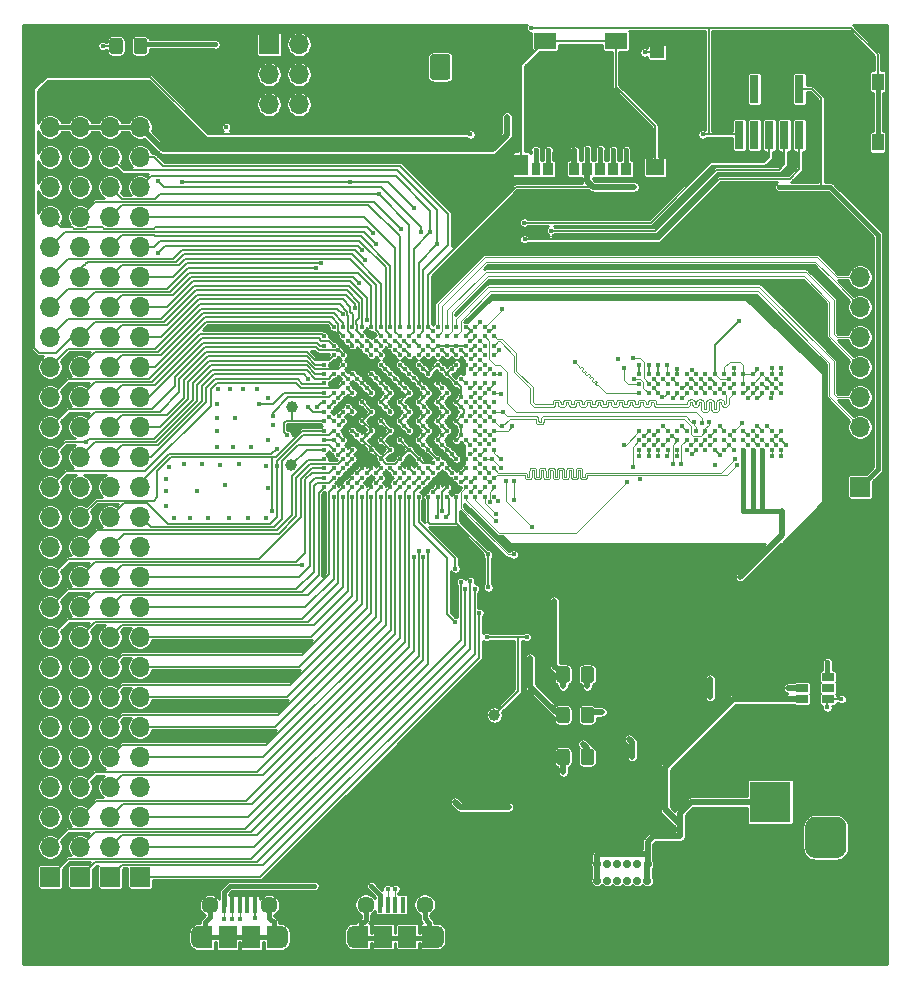
<source format=gbr>
%TF.GenerationSoftware,KiCad,Pcbnew,(5.1.8-0-10_14)*%
%TF.CreationDate,2021-04-08T13:24:54+01:00*%
%TF.ProjectId,STM32MP1_TestBoard_RevB,53544d33-324d-4503-915f-54657374426f,rev?*%
%TF.SameCoordinates,Original*%
%TF.FileFunction,Copper,L1,Top*%
%TF.FilePolarity,Positive*%
%FSLAX46Y46*%
G04 Gerber Fmt 4.6, Leading zero omitted, Abs format (unit mm)*
G04 Created by KiCad (PCBNEW (5.1.8-0-10_14)) date 2021-04-08 13:24:54*
%MOMM*%
%LPD*%
G01*
G04 APERTURE LIST*
%TA.AperFunction,EtchedComponent*%
%ADD10C,0.100000*%
%TD*%
%TA.AperFunction,SMDPad,CuDef*%
%ADD11C,1.000000*%
%TD*%
%TA.AperFunction,ComponentPad*%
%ADD12O,1.740000X2.190000*%
%TD*%
%TA.AperFunction,ComponentPad*%
%ADD13O,1.300000X2.500000*%
%TD*%
%TA.AperFunction,ComponentPad*%
%ADD14O,1.300000X3.200000*%
%TD*%
%TA.AperFunction,ComponentPad*%
%ADD15C,0.700000*%
%TD*%
%TA.AperFunction,SMDPad,CuDef*%
%ADD16C,0.500000*%
%TD*%
%TA.AperFunction,SMDPad,CuDef*%
%ADD17R,1.900000X1.350000*%
%TD*%
%TA.AperFunction,SMDPad,CuDef*%
%ADD18R,1.200000X1.000000*%
%TD*%
%TA.AperFunction,SMDPad,CuDef*%
%ADD19R,1.550000X1.350000*%
%TD*%
%TA.AperFunction,SMDPad,CuDef*%
%ADD20R,1.170000X1.800000*%
%TD*%
%TA.AperFunction,SMDPad,CuDef*%
%ADD21R,0.850000X1.100000*%
%TD*%
%TA.AperFunction,SMDPad,CuDef*%
%ADD22R,0.750000X1.100000*%
%TD*%
%TA.AperFunction,SMDPad,CuDef*%
%ADD23R,1.000000X1.450000*%
%TD*%
%TA.AperFunction,SMDPad,CuDef*%
%ADD24C,0.400000*%
%TD*%
%TA.AperFunction,ComponentPad*%
%ADD25O,1.700000X1.700000*%
%TD*%
%TA.AperFunction,ComponentPad*%
%ADD26R,1.700000X1.700000*%
%TD*%
%TA.AperFunction,ComponentPad*%
%ADD27R,3.500000X3.500000*%
%TD*%
%TA.AperFunction,SMDPad,CuDef*%
%ADD28R,1.200000X1.900000*%
%TD*%
%TA.AperFunction,ComponentPad*%
%ADD29O,1.200000X1.900000*%
%TD*%
%TA.AperFunction,SMDPad,CuDef*%
%ADD30R,1.500000X1.900000*%
%TD*%
%TA.AperFunction,ComponentPad*%
%ADD31C,1.450000*%
%TD*%
%TA.AperFunction,SMDPad,CuDef*%
%ADD32R,0.400000X1.350000*%
%TD*%
%TA.AperFunction,SMDPad,CuDef*%
%ADD33R,1.060000X0.650000*%
%TD*%
%TA.AperFunction,SMDPad,CuDef*%
%ADD34R,0.740000X2.400000*%
%TD*%
%TA.AperFunction,ViaPad*%
%ADD35C,0.450000*%
%TD*%
%TA.AperFunction,Conductor*%
%ADD36C,0.150000*%
%TD*%
%TA.AperFunction,Conductor*%
%ADD37C,0.200000*%
%TD*%
%TA.AperFunction,Conductor*%
%ADD38C,0.100000*%
%TD*%
%TA.AperFunction,Conductor*%
%ADD39C,0.090000*%
%TD*%
%TA.AperFunction,Conductor*%
%ADD40C,0.500000*%
%TD*%
%TA.AperFunction,Conductor*%
%ADD41C,0.400000*%
%TD*%
%TA.AperFunction,Conductor*%
%ADD42C,1.500000*%
%TD*%
%TA.AperFunction,Conductor*%
%ADD43C,1.000000*%
%TD*%
%TA.AperFunction,Conductor*%
%ADD44C,0.254000*%
%TD*%
G04 APERTURE END LIST*
D10*
%TO.C,NT1*%
G36*
X183130000Y-136795000D02*
G01*
X183130000Y-138795000D01*
X182630000Y-138795000D01*
X182630000Y-136795000D01*
X183130000Y-136795000D01*
G37*
%TD*%
D11*
%TO.P,TP3,1*%
%TO.N,GNDS*%
X167640000Y-148082000D03*
%TD*%
%TO.P,TP4,1*%
%TO.N,/PSU/1V8_DETECT*%
X167132000Y-128524000D03*
%TD*%
%TO.P,D2,2*%
%TO.N,Net-(C44-Pad1)*%
%TA.AperFunction,SMDPad,CuDef*%
G36*
G01*
X173540000Y-124644999D02*
X173540000Y-125545001D01*
G75*
G02*
X173290001Y-125795000I-249999J0D01*
G01*
X172639999Y-125795000D01*
G75*
G02*
X172390000Y-125545001I0J249999D01*
G01*
X172390000Y-124644999D01*
G75*
G02*
X172639999Y-124395000I249999J0D01*
G01*
X173290001Y-124395000D01*
G75*
G02*
X173540000Y-124644999I0J-249999D01*
G01*
G37*
%TD.AperFunction*%
%TO.P,D2,1*%
%TO.N,Net-(D2-Pad1)*%
%TA.AperFunction,SMDPad,CuDef*%
G36*
G01*
X175590000Y-124644999D02*
X175590000Y-125545001D01*
G75*
G02*
X175340001Y-125795000I-249999J0D01*
G01*
X174689999Y-125795000D01*
G75*
G02*
X174440000Y-125545001I0J249999D01*
G01*
X174440000Y-124644999D01*
G75*
G02*
X174689999Y-124395000I249999J0D01*
G01*
X175340001Y-124395000D01*
G75*
G02*
X175590000Y-124644999I0J-249999D01*
G01*
G37*
%TD.AperFunction*%
%TD*%
D12*
%TO.P,J12,2*%
%TO.N,GNDS*%
X165100000Y-73660000D03*
%TO.P,J12,1*%
%TO.N,/Power_MPU/VBAT*%
%TA.AperFunction,ComponentPad*%
G36*
G01*
X161690000Y-74505001D02*
X161690000Y-72814999D01*
G75*
G02*
X161939999Y-72565000I249999J0D01*
G01*
X163180001Y-72565000D01*
G75*
G02*
X163430000Y-72814999I0J-249999D01*
G01*
X163430000Y-74505001D01*
G75*
G02*
X163180001Y-74755000I-249999J0D01*
G01*
X161939999Y-74755000D01*
G75*
G02*
X161690000Y-74505001I0J249999D01*
G01*
G37*
%TD.AperFunction*%
%TD*%
D11*
%TO.P,TP2,1*%
%TO.N,Net-(TP2-Pad1)*%
X149923500Y-107378500D03*
%TD*%
D13*
%TO.P,J11,S1*%
%TO.N,GNDS*%
X182270400Y-145846800D03*
X173639480Y-145836640D03*
D14*
X182306000Y-141696000D03*
X173656000Y-141696000D03*
D15*
%TO.P,J11,B6*%
%TO.N,Net-(J11-PadB6)*%
X178406000Y-142548000D03*
%TO.P,J11,B1*%
%TO.N,GNDS*%
X180956000Y-142544800D03*
%TO.P,J11,B4*%
%TO.N,/PSU/VBUS*%
X180106000Y-142548000D03*
%TO.P,J11,B5*%
%TO.N,Net-(J11-PadB5)*%
X179256000Y-142548000D03*
%TO.P,J11,B12*%
%TO.N,GNDS*%
X174993300Y-142544800D03*
%TO.P,J11,B8*%
%TO.N,Net-(J11-PadB8)*%
X176695100Y-142544800D03*
%TO.P,J11,B7*%
%TO.N,Net-(J11-PadB7)*%
X177556000Y-142548000D03*
%TO.P,J11,B9*%
%TO.N,/PSU/VBUS*%
X175844200Y-142544800D03*
%TO.P,J11,A12*%
%TO.N,GNDS*%
X180962300Y-141185900D03*
%TO.P,J11,A9*%
%TO.N,/PSU/VBUS*%
X180111400Y-141185900D03*
%TO.P,J11,A8*%
%TO.N,Net-(J11-PadA8)*%
X179256000Y-141185900D03*
%TO.P,J11,A7*%
%TO.N,Net-(J11-PadA7)*%
X178406000Y-141185000D03*
%TO.P,J11,A6*%
%TO.N,Net-(J11-PadA6)*%
X177556000Y-141185000D03*
%TO.P,J11,A5*%
%TO.N,Net-(J11-PadA5)*%
X176695100Y-141185000D03*
%TO.P,J11,A4*%
%TO.N,/PSU/VBUS*%
X175844200Y-141185000D03*
%TO.P,J11,A1*%
%TO.N,GNDS*%
X174993300Y-141185000D03*
%TD*%
D16*
%TO.P,NT1,3*%
%TO.N,/PSU/VBUS*%
X182880000Y-138795000D03*
%TO.P,NT1,2*%
%TO.N,Net-(C1-Pad1)*%
X182880000Y-137795000D03*
%TO.P,NT1,1*%
%TO.N,/PSU/VIN*%
X182880000Y-136795000D03*
%TD*%
D17*
%TO.P,J10,11*%
%TO.N,Net-(J10-Pad11)*%
X171466500Y-71460000D03*
X177436500Y-71460000D03*
D18*
%TO.P,J10,9*%
%TO.N,GNDS*%
X180936500Y-76135000D03*
%TO.P,J10,10*%
%TO.N,/GPIO/PB7*%
X180936500Y-72435000D03*
D19*
%TO.P,J10,11*%
%TO.N,Net-(J10-Pad11)*%
X180761500Y-82160000D03*
D20*
X169441500Y-81935000D03*
D21*
%TO.P,J10,7*%
%TO.N,/GPIO/PC8*%
X171701500Y-82285000D03*
%TO.P,J10,6*%
%TO.N,GNDS*%
X172801500Y-82285000D03*
%TO.P,J10,5*%
%TO.N,/GPIO/PC12*%
X173901500Y-82285000D03*
%TO.P,J10,4*%
%TO.N,/DebugInterface1/3.3V_VDD*%
X175001500Y-82285000D03*
%TO.P,J10,3*%
%TO.N,/GPIO/PD2*%
X176101500Y-82285000D03*
%TO.P,J10,2*%
%TO.N,/GPIO/PC11*%
X177201500Y-82285000D03*
D22*
%TO.P,J10,8*%
%TO.N,/GPIO/PC9*%
X170651500Y-82285000D03*
D21*
%TO.P,J10,1*%
%TO.N,/GPIO/PC10*%
X178301500Y-82285000D03*
%TD*%
D23*
%TO.P,SW2,1*%
%TO.N,/DebugInterface1/NRST*%
X199605000Y-80045000D03*
X199605000Y-74895000D03*
%TO.P,SW2,2*%
%TO.N,GNDS*%
X197905000Y-74895000D03*
X197905000Y-80045000D03*
%TD*%
D24*
%TO.P,U1,W19*%
%TO.N,GNDS*%
X167131000Y-110057000D03*
%TO.P,U1,V19*%
%TO.N,/DDR/DDR_DQ11*%
X167131000Y-109257000D03*
%TO.P,U1,U19*%
%TO.N,/DDR/DDR_DQS1_P*%
X167131000Y-108457000D03*
%TO.P,U1,T19*%
%TO.N,/DDR/DDR_DQS1_N*%
X167131000Y-107657000D03*
%TO.P,U1,P19*%
%TO.N,/DDR/DDR_CKE*%
X167131000Y-106057000D03*
%TO.P,U1,N19*%
%TO.N,Net-(U1-PadN19)*%
X167131000Y-105257000D03*
%TO.P,U1,M19*%
%TO.N,/DDR/DDR_A10*%
X167131000Y-104457000D03*
%TO.P,U1,L19*%
%TO.N,/DDR/DDR_CLK_P*%
X167131000Y-103657000D03*
%TO.P,U1,K19*%
%TO.N,/DDR/DDR_CLK_N*%
X167131000Y-102857000D03*
%TO.P,U1,J19*%
%TO.N,Net-(U1-PadJ19)*%
X167131000Y-102057000D03*
%TO.P,U1,H19*%
%TO.N,/DDR/DDR_ODT*%
X167131000Y-101257000D03*
%TO.P,U1,G19*%
%TO.N,/DDR/DDR_BA0*%
X167131000Y-100457000D03*
%TO.P,U1,F19*%
%TO.N,/DDR/DDR_A3*%
X167131000Y-99657000D03*
%TO.P,U1,D19*%
%TO.N,/DDR/DDR_DQ6*%
X167131000Y-98057000D03*
%TO.P,U1,C19*%
%TO.N,/DDR/DDR_DQS0_P*%
X167131000Y-97257000D03*
%TO.P,U1,B19*%
%TO.N,/DDR/DDR_DQS0_N*%
X167131000Y-96457000D03*
%TO.P,U1,A19*%
%TO.N,GNDS*%
X167131000Y-95657000D03*
%TO.P,U1,W18*%
%TO.N,/DDR/DDR_DQ12*%
X166331000Y-110057000D03*
%TO.P,U1,V18*%
%TO.N,/DDR/DDR_DQ14*%
X166331000Y-109257000D03*
%TO.P,U1,U18*%
%TO.N,/DDR/DDR_DQM1*%
X166331000Y-108457000D03*
%TO.P,U1,T18*%
%TO.N,/DDR/DDR_DQ13*%
X166331000Y-107657000D03*
%TO.P,U1,R18*%
%TO.N,/DDR/DDR_DQ10*%
X166331000Y-106857000D03*
%TO.P,U1,P18*%
%TO.N,/DDR/DDR_DQ8*%
X166331000Y-106057000D03*
%TO.P,U1,N18*%
%TO.N,/DDR/DDR_A14*%
X166331000Y-105257000D03*
%TO.P,U1,M18*%
%TO.N,/DDR/DDR_A11*%
X166331000Y-104457000D03*
%TO.P,U1,L18*%
%TO.N,/DDR/DDR_RASN*%
X166331000Y-103657000D03*
%TO.P,U1,K18*%
%TO.N,Net-(U1-PadK18)*%
X166331000Y-102857000D03*
%TO.P,U1,J18*%
%TO.N,/DDR/DDR_CSN*%
X166331000Y-102057000D03*
%TO.P,U1,H18*%
%TO.N,/DDR/DDR_A0*%
X166331000Y-101257000D03*
%TO.P,U1,G18*%
%TO.N,/DDR/DDR_A2*%
X166331000Y-100457000D03*
%TO.P,U1,F18*%
%TO.N,Net-(R10-Pad1)*%
X166331000Y-99657000D03*
%TO.P,U1,E18*%
%TO.N,/DDR/DDR_DQ4*%
X166331000Y-98857000D03*
%TO.P,U1,D18*%
%TO.N,/DDR/DDR_DQ2*%
X166331000Y-98057000D03*
%TO.P,U1,C18*%
%TO.N,/DDR/DDR_DQM0*%
X166331000Y-97257000D03*
%TO.P,U1,B18*%
%TO.N,/DDR/DDR_DQ7*%
X166331000Y-96457000D03*
%TO.P,U1,A18*%
%TO.N,/DDR/DDR_DQ1*%
X166331000Y-95657000D03*
%TO.P,U1,W17*%
%TO.N,/DDR/DDR_DQ15*%
X165531000Y-110057000D03*
%TO.P,U1,V17*%
%TO.N,/GPIO/PA11*%
X165531000Y-109257000D03*
%TO.P,U1,U17*%
%TO.N,GNDS*%
X165531000Y-108457000D03*
%TO.P,U1,T17*%
%TO.N,/DDR/DDR_DQ9*%
X165531000Y-107657000D03*
%TO.P,U1,R17*%
%TO.N,/DDR/DDR_A8*%
X165531000Y-106857000D03*
%TO.P,U1,P17*%
%TO.N,/DDR/DDR_A4*%
X165531000Y-106057000D03*
%TO.P,U1,N17*%
%TO.N,/DDR/DDR_BA1*%
X165531000Y-105257000D03*
%TO.P,U1,M17*%
%TO.N,/DDR/DDR_A1*%
X165531000Y-104457000D03*
%TO.P,U1,L17*%
%TO.N,/DDR/DDR_A12*%
X165531000Y-103657000D03*
%TO.P,U1,K17*%
%TO.N,/DDR/DDR_CASN*%
X165531000Y-102857000D03*
%TO.P,U1,J17*%
%TO.N,/DDR/DDR_WEN*%
X165531000Y-102057000D03*
%TO.P,U1,H17*%
%TO.N,/DDR/DDR_A5*%
X165531000Y-101257000D03*
%TO.P,U1,G17*%
%TO.N,/DDR/DDR_A9*%
X165531000Y-100457000D03*
%TO.P,U1,F17*%
%TO.N,/DDR/DDR_A13*%
X165531000Y-99657000D03*
%TO.P,U1,E17*%
%TO.N,/DDR/DDR_A7*%
X165531000Y-98857000D03*
%TO.P,U1,D17*%
%TO.N,/DDR/DDR_DQ5*%
X165531000Y-98057000D03*
%TO.P,U1,C17*%
%TO.N,GNDS*%
X165531000Y-97257000D03*
%TO.P,U1,B17*%
%TO.N,/DDR/DDR_DQ3*%
X165531000Y-96457000D03*
%TO.P,U1,A17*%
%TO.N,/DDR/DDR_DQ0*%
X165531000Y-95657000D03*
%TO.P,U1,W16*%
%TO.N,/DDR/DDR_VREF*%
X164731000Y-110057000D03*
%TO.P,U1,V16*%
%TO.N,Net-(R8-Pad2)*%
X164731000Y-109257000D03*
%TO.P,U1,U16*%
%TO.N,/GPIO/PA12*%
X164731000Y-108457000D03*
%TO.P,U1,T16*%
%TO.N,/GPIO/PA10*%
X164731000Y-107657000D03*
%TO.P,U1,R16*%
%TO.N,GNDS*%
X164731000Y-106857000D03*
%TO.P,U1,N16*%
%TO.N,/DDR/DDR_A6*%
X164731000Y-105257000D03*
%TO.P,U1,L16*%
%TO.N,Net-(U1-PadL16)*%
X164731000Y-103657000D03*
%TO.P,U1,J16*%
%TO.N,/DDR/DDR_BA2*%
X164731000Y-102057000D03*
%TO.P,U1,G16*%
%TO.N,Net-(R15-Pad1)*%
X164731000Y-100457000D03*
%TO.P,U1,E16*%
%TO.N,GNDS*%
X164731000Y-98857000D03*
%TO.P,U1,D16*%
%TO.N,/DebugInterface1/SWCLK*%
X164731000Y-98057000D03*
%TO.P,U1,C16*%
%TO.N,Net-(C69-Pad1)*%
X164731000Y-97257000D03*
%TO.P,U1,B16*%
%TO.N,Net-(C69-Pad2)*%
X164731000Y-96457000D03*
%TO.P,U1,A16*%
X164731000Y-95657000D03*
%TO.P,U1,W15*%
%TO.N,/PSU/3V3_USB*%
X163931000Y-110057000D03*
%TO.P,U1,V15*%
%TO.N,GNDS*%
X163931000Y-109257000D03*
%TO.P,U1,U15*%
%TO.N,Net-(U1-PadU15)*%
X163931000Y-108457000D03*
%TO.P,U1,T15*%
%TO.N,GNDS*%
X163931000Y-107657000D03*
%TO.P,U1,R15*%
%TO.N,/PSU/1.35V_VDDCORE*%
X163931000Y-106857000D03*
%TO.P,U1,P15*%
%TO.N,GNDS*%
X163931000Y-106057000D03*
%TO.P,U1,N15*%
%TO.N,/PSU/1.35V_VDDCORE*%
X163931000Y-105257000D03*
%TO.P,U1,M15*%
%TO.N,GNDS*%
X163931000Y-104457000D03*
%TO.P,U1,L15*%
%TO.N,/PSU/1.35V_VDDCORE*%
X163931000Y-103657000D03*
%TO.P,U1,K15*%
%TO.N,GNDS*%
X163931000Y-102857000D03*
%TO.P,U1,J15*%
%TO.N,/PSU/1.35V_VDDCORE*%
X163931000Y-102057000D03*
%TO.P,U1,H15*%
%TO.N,GNDS*%
X163931000Y-101257000D03*
%TO.P,U1,G15*%
%TO.N,/PSU/1.35V_VDDCORE*%
X163931000Y-100457000D03*
%TO.P,U1,F15*%
%TO.N,GNDS*%
X163931000Y-99657000D03*
%TO.P,U1,E15*%
%TO.N,/PSU/1.35V_VDDCORE*%
X163931000Y-98857000D03*
%TO.P,U1,D15*%
%TO.N,/DebugInterface1/SWDIO*%
X163931000Y-98057000D03*
%TO.P,U1,C15*%
%TO.N,Net-(C69-Pad1)*%
X163931000Y-97257000D03*
%TO.P,U1,B15*%
%TO.N,/GPIO/DSI_D1_P*%
X163931000Y-96457000D03*
%TO.P,U1,A15*%
%TO.N,/GPIO/DSI_D1_N*%
X163931000Y-95657000D03*
%TO.P,U1,W14*%
%TO.N,/GPIO/USB_Conn/USB_D1_N*%
X163131000Y-110057000D03*
%TO.P,U1,V14*%
%TO.N,/GPIO/USB_Conn/USB_D1_P*%
X163131000Y-109257000D03*
%TO.P,U1,U14*%
%TO.N,GNDS*%
X163131000Y-108457000D03*
%TO.P,U1,T14*%
%TO.N,/GPIO/PG9*%
X163131000Y-107657000D03*
%TO.P,U1,R14*%
%TO.N,GNDS*%
X163131000Y-106857000D03*
%TO.P,U1,P14*%
%TO.N,/PSU/1.35V_VDDCORE*%
X163131000Y-106057000D03*
%TO.P,U1,N14*%
%TO.N,GNDS*%
X163131000Y-105257000D03*
%TO.P,U1,M14*%
%TO.N,/PSU/1.35V_VDDCORE*%
X163131000Y-104457000D03*
%TO.P,U1,L14*%
%TO.N,GNDS*%
X163131000Y-103657000D03*
%TO.P,U1,K14*%
%TO.N,/PSU/1.35V_VDDCORE*%
X163131000Y-102857000D03*
%TO.P,U1,J14*%
%TO.N,GNDS*%
X163131000Y-102057000D03*
%TO.P,U1,H14*%
%TO.N,/PSU/1.35V_VDDCORE*%
X163131000Y-101257000D03*
%TO.P,U1,G14*%
%TO.N,GNDS*%
X163131000Y-100457000D03*
%TO.P,U1,F14*%
%TO.N,/PSU/1.35V_VDDCORE*%
X163131000Y-99657000D03*
%TO.P,U1,E14*%
%TO.N,GNDS*%
X163131000Y-98857000D03*
%TO.P,U1,D14*%
%TO.N,/DebugInterface1/SWO*%
X163131000Y-98057000D03*
%TO.P,U1,C14*%
%TO.N,Net-(C69-Pad1)*%
X163131000Y-97257000D03*
%TO.P,U1,B14*%
%TO.N,/GPIO/DSI_CK_P*%
X163131000Y-96457000D03*
%TO.P,U1,A14*%
%TO.N,/GPIO/DSI_CK_N*%
X163131000Y-95657000D03*
%TO.P,U1,W13*%
%TO.N,/GPIO/USB_Conn/USB_D2_P*%
X162331000Y-110057000D03*
%TO.P,U1,V13*%
%TO.N,/GPIO/USB_Conn/USB_D2_N*%
X162331000Y-109257000D03*
%TO.P,U1,U13*%
%TO.N,GNDS*%
X162331000Y-108457000D03*
%TO.P,U1,T13*%
%TO.N,/GPIO/PB2*%
X162331000Y-107657000D03*
%TO.P,U1,R13*%
%TO.N,/PSU/1.35V_VDDCORE*%
X162331000Y-106857000D03*
%TO.P,U1,P13*%
%TO.N,GNDS*%
X162331000Y-106057000D03*
%TO.P,U1,N13*%
%TO.N,/PSU/1.35V_VDDCORE*%
X162331000Y-105257000D03*
%TO.P,U1,M13*%
%TO.N,GNDS*%
X162331000Y-104457000D03*
%TO.P,U1,L13*%
%TO.N,/PSU/1.35V_VDDCORE*%
X162331000Y-103657000D03*
%TO.P,U1,K13*%
%TO.N,GNDS*%
X162331000Y-102857000D03*
%TO.P,U1,J13*%
%TO.N,/PSU/1.35V_VDDCORE*%
X162331000Y-102057000D03*
%TO.P,U1,H13*%
%TO.N,GNDS*%
X162331000Y-101257000D03*
%TO.P,U1,G13*%
%TO.N,/DebugInterface1/3.3V_VDD*%
X162331000Y-100457000D03*
%TO.P,U1,F13*%
%TO.N,GNDS*%
X162331000Y-99657000D03*
%TO.P,U1,E13*%
%TO.N,/PSU/1.35V_VDDCORE*%
X162331000Y-98857000D03*
%TO.P,U1,D13*%
%TO.N,Net-(U1-PadD13)*%
X162331000Y-98057000D03*
%TO.P,U1,C13*%
%TO.N,Net-(C69-Pad1)*%
X162331000Y-97257000D03*
%TO.P,U1,B13*%
%TO.N,/GPIO/DSI_D0_P*%
X162331000Y-96457000D03*
%TO.P,U1,A13*%
%TO.N,/GPIO/DSI_D0_N*%
X162331000Y-95657000D03*
%TO.P,U1,W12*%
%TO.N,/PSU/3V3_USB*%
X161531000Y-110057000D03*
%TO.P,U1,V12*%
%TO.N,GNDS*%
X161531000Y-109257000D03*
%TO.P,U1,U12*%
%TO.N,/GPIO/PD13*%
X161531000Y-108457000D03*
%TO.P,U1,T12*%
%TO.N,/GPIO/PB6*%
X161531000Y-107657000D03*
%TO.P,U1,R12*%
%TO.N,GNDS*%
X161531000Y-106857000D03*
%TO.P,U1,P12*%
%TO.N,/PSU/1.35V_VDDCORE*%
X161531000Y-106057000D03*
%TO.P,U1,N12*%
%TO.N,GNDS*%
X161531000Y-105257000D03*
%TO.P,U1,M12*%
%TO.N,/PSU/1.35V_VDDCORE*%
X161531000Y-104457000D03*
%TO.P,U1,L12*%
%TO.N,GNDS*%
X161531000Y-103657000D03*
%TO.P,U1,K12*%
%TO.N,/PSU/1.35V_VDDCORE*%
X161531000Y-102857000D03*
%TO.P,U1,J12*%
%TO.N,GNDS*%
X161531000Y-102057000D03*
%TO.P,U1,H12*%
%TO.N,/PSU/1.35V_VDDCORE*%
X161531000Y-101257000D03*
%TO.P,U1,G12*%
%TO.N,GNDS*%
X161531000Y-100457000D03*
%TO.P,U1,F12*%
%TO.N,/PSU/1.35V_VDDCORE*%
X161531000Y-99657000D03*
%TO.P,U1,E12*%
%TO.N,GNDS*%
X161531000Y-98857000D03*
%TO.P,U1,D12*%
%TO.N,Net-(U1-PadD12)*%
X161531000Y-98057000D03*
%TO.P,U1,C12*%
%TO.N,Net-(C69-Pad1)*%
X161531000Y-97257000D03*
%TO.P,U1,B12*%
%TO.N,/PSU/1V8_DETECT*%
X161531000Y-96457000D03*
%TO.P,U1,A12*%
%TO.N,/DebugInterface1/3.3V_VDD*%
X161531000Y-95657000D03*
%TO.P,U1,W11*%
%TO.N,Net-(C9-Pad2)*%
X160731000Y-110057000D03*
%TO.P,U1,V11*%
%TO.N,/PSU/1V8_DETECT*%
X160731000Y-109257000D03*
%TO.P,U1,U11*%
%TO.N,/GPIO/PD12*%
X160731000Y-108457000D03*
%TO.P,U1,T11*%
%TO.N,/GPIO/PE8*%
X160731000Y-107657000D03*
%TO.P,U1,R11*%
%TO.N,/DebugInterface1/3.3V_VDD*%
X160731000Y-106857000D03*
%TO.P,U1,P11*%
%TO.N,GNDS*%
X160731000Y-106057000D03*
%TO.P,U1,N11*%
%TO.N,/PSU/1.35V_VDDCORE*%
X160731000Y-105257000D03*
%TO.P,U1,M11*%
%TO.N,GNDS*%
X160731000Y-104457000D03*
%TO.P,U1,L11*%
%TO.N,/PSU/1.35V_VDDCORE*%
X160731000Y-103657000D03*
%TO.P,U1,K11*%
%TO.N,GNDS*%
X160731000Y-102857000D03*
%TO.P,U1,J11*%
%TO.N,/PSU/1.35V_VDDCORE*%
X160731000Y-102057000D03*
%TO.P,U1,H11*%
%TO.N,GNDS*%
X160731000Y-101257000D03*
%TO.P,U1,G11*%
%TO.N,/PSU/1.35V_VDDCORE*%
X160731000Y-100457000D03*
%TO.P,U1,F11*%
%TO.N,GNDS*%
X160731000Y-99657000D03*
%TO.P,U1,E11*%
%TO.N,/PSU/1.35V_VDDCORE*%
X160731000Y-98857000D03*
%TO.P,U1,D11*%
%TO.N,/GPIO/PC10*%
X160731000Y-98057000D03*
%TO.P,U1,C11*%
%TO.N,/GPIO/PC8*%
X160731000Y-97257000D03*
%TO.P,U1,B11*%
%TO.N,/GPIO/PE4*%
X160731000Y-96457000D03*
%TO.P,U1,A11*%
%TO.N,/GPIO/PC11*%
X160731000Y-95657000D03*
%TO.P,U1,W10*%
%TO.N,/GPIO/PG7*%
X159931000Y-110057000D03*
%TO.P,U1,V10*%
%TO.N,/GPIO/PE10*%
X159931000Y-109257000D03*
%TO.P,U1,U10*%
%TO.N,/GPIO/PF8*%
X159931000Y-108457000D03*
%TO.P,U1,T10*%
%TO.N,/GPIO/PE7*%
X159931000Y-107657000D03*
%TO.P,U1,R10*%
%TO.N,GNDS*%
X159931000Y-106857000D03*
%TO.P,U1,P10*%
%TO.N,/DebugInterface1/3.3V_VDD*%
X159931000Y-106057000D03*
%TO.P,U1,N10*%
%TO.N,GNDS*%
X159931000Y-105257000D03*
%TO.P,U1,M10*%
%TO.N,/PSU/1.35V_VDDCORE*%
X159931000Y-104457000D03*
%TO.P,U1,L10*%
%TO.N,GNDS*%
X159931000Y-103657000D03*
%TO.P,U1,K10*%
%TO.N,/PSU/1.35V_VDDCORE*%
X159931000Y-102857000D03*
%TO.P,U1,J10*%
%TO.N,GNDS*%
X159931000Y-102057000D03*
%TO.P,U1,H10*%
%TO.N,/PSU/1.35V_VDDCORE*%
X159931000Y-101257000D03*
%TO.P,U1,G10*%
%TO.N,GNDS*%
X159931000Y-100457000D03*
%TO.P,U1,F10*%
%TO.N,/PSU/1.35V_VDDCORE*%
X159931000Y-99657000D03*
%TO.P,U1,E10*%
%TO.N,GNDS*%
X159931000Y-98857000D03*
%TO.P,U1,D10*%
%TO.N,/GPIO/PC6*%
X159931000Y-98057000D03*
%TO.P,U1,C10*%
%TO.N,/GPIO/PC12*%
X159931000Y-97257000D03*
%TO.P,U1,B10*%
%TO.N,/GPIO/PD2*%
X159931000Y-96457000D03*
%TO.P,U1,A10*%
%TO.N,/GPIO/PC9*%
X159931000Y-95657000D03*
%TO.P,U1,W9*%
%TO.N,/GPIO/PF9*%
X159131000Y-110057000D03*
%TO.P,U1,V9*%
%TO.N,/GPIO/PF6*%
X159131000Y-109257000D03*
%TO.P,U1,U9*%
%TO.N,/GPIO/PF10*%
X159131000Y-108457000D03*
%TO.P,U1,T9*%
%TO.N,/GPIO/PB13*%
X159131000Y-107657000D03*
%TO.P,U1,R9*%
%TO.N,/DebugInterface1/3.3V_VDD*%
X159131000Y-106857000D03*
%TO.P,U1,P9*%
%TO.N,GNDS*%
X159131000Y-106057000D03*
%TO.P,U1,N9*%
%TO.N,/DebugInterface1/3.3V_VDD*%
X159131000Y-105257000D03*
%TO.P,U1,M9*%
%TO.N,GNDS*%
X159131000Y-104457000D03*
%TO.P,U1,L9*%
%TO.N,/PSU/1.35V_VDDCORE*%
X159131000Y-103657000D03*
%TO.P,U1,K9*%
%TO.N,GNDS*%
X159131000Y-102857000D03*
%TO.P,U1,J9*%
%TO.N,/PSU/1.35V_VDDCORE*%
X159131000Y-102057000D03*
%TO.P,U1,H9*%
%TO.N,GNDS*%
X159131000Y-101257000D03*
%TO.P,U1,G9*%
%TO.N,/PSU/1.35V_VDDCORE*%
X159131000Y-100457000D03*
%TO.P,U1,F9*%
%TO.N,GNDS*%
X159131000Y-99657000D03*
%TO.P,U1,E9*%
%TO.N,/PSU/1.35V_VDDCORE*%
X159131000Y-98857000D03*
%TO.P,U1,D9*%
%TO.N,/GPIO/PB9*%
X159131000Y-98057000D03*
%TO.P,U1,C9*%
%TO.N,/GPIO/PB14*%
X159131000Y-97257000D03*
%TO.P,U1,B9*%
%TO.N,/GPIO/PB4*%
X159131000Y-96457000D03*
%TO.P,U1,A9*%
%TO.N,/GPIO/PC7*%
X159131000Y-95657000D03*
%TO.P,U1,W8*%
%TO.N,/GPIO/PF7*%
X158331000Y-110057000D03*
%TO.P,U1,V8*%
%TO.N,/GPIO/PD11*%
X158331000Y-109257000D03*
%TO.P,U1,U8*%
%TO.N,GNDS*%
X158331000Y-108457000D03*
%TO.P,U1,T8*%
%TO.N,/GPIO/PB5*%
X158331000Y-107657000D03*
%TO.P,U1,R8*%
%TO.N,GNDS*%
X158331000Y-106857000D03*
%TO.P,U1,P8*%
%TO.N,/DebugInterface1/3.3V_VDD*%
X158331000Y-106057000D03*
%TO.P,U1,N8*%
%TO.N,GNDS*%
X158331000Y-105257000D03*
%TO.P,U1,M8*%
%TO.N,/DebugInterface1/3.3V_VDD*%
X158331000Y-104457000D03*
%TO.P,U1,L8*%
%TO.N,GNDS*%
X158331000Y-103657000D03*
%TO.P,U1,K8*%
%TO.N,/PSU/1.35V_VDDCORE*%
X158331000Y-102857000D03*
%TO.P,U1,J8*%
%TO.N,GNDS*%
X158331000Y-102057000D03*
%TO.P,U1,H8*%
%TO.N,/PSU/1.35V_VDDCORE*%
X158331000Y-101257000D03*
%TO.P,U1,G8*%
%TO.N,GNDS*%
X158331000Y-100457000D03*
%TO.P,U1,F8*%
%TO.N,/PSU/1.35V_VDDCORE*%
X158331000Y-99657000D03*
%TO.P,U1,E8*%
%TO.N,GNDS*%
X158331000Y-98857000D03*
%TO.P,U1,D8*%
X158331000Y-98057000D03*
%TO.P,U1,C8*%
%TO.N,/GPIO/PA9*%
X158331000Y-97257000D03*
%TO.P,U1,B8*%
%TO.N,/GPIO/PA8*%
X158331000Y-96457000D03*
%TO.P,U1,A8*%
%TO.N,/GPIO/PB15*%
X158331000Y-95657000D03*
%TO.P,U1,W7*%
%TO.N,/GPIO/PE9*%
X157531000Y-110057000D03*
%TO.P,U1,V7*%
%TO.N,/GPIO/PG10*%
X157531000Y-109257000D03*
%TO.P,U1,U7*%
%TO.N,/GPIO/PG8*%
X157531000Y-108457000D03*
%TO.P,U1,T7*%
%TO.N,/GPIO/PC0*%
X157531000Y-107657000D03*
%TO.P,U1,R7*%
%TO.N,/DebugInterface1/3.3V_VDD*%
X157531000Y-106857000D03*
%TO.P,U1,P7*%
%TO.N,GNDS*%
X157531000Y-106057000D03*
%TO.P,U1,N7*%
%TO.N,/DebugInterface1/3.3V_VDD*%
X157531000Y-105257000D03*
%TO.P,U1,M7*%
%TO.N,GNDS*%
X157531000Y-104457000D03*
%TO.P,U1,L7*%
%TO.N,/DebugInterface1/3.3V_VDD*%
X157531000Y-103657000D03*
%TO.P,U1,K7*%
%TO.N,GNDS*%
X157531000Y-102857000D03*
%TO.P,U1,J7*%
%TO.N,/PSU/1.35V_VDDCORE*%
X157531000Y-102057000D03*
%TO.P,U1,H7*%
%TO.N,GNDS*%
X157531000Y-101257000D03*
%TO.P,U1,G7*%
%TO.N,/PSU/1.35V_VDDCORE*%
X157531000Y-100457000D03*
%TO.P,U1,F7*%
%TO.N,GNDS*%
X157531000Y-99657000D03*
%TO.P,U1,E7*%
%TO.N,/PSU/1.35V_VDDCORE*%
X157531000Y-98857000D03*
%TO.P,U1,D7*%
%TO.N,/GPIO/PD5*%
X157531000Y-98057000D03*
%TO.P,U1,C7*%
%TO.N,/GPIO/PA15*%
X157531000Y-97257000D03*
%TO.P,U1,B7*%
%TO.N,/GPIO/PE5*%
X157531000Y-96457000D03*
%TO.P,U1,A7*%
%TO.N,/GPIO/PB3*%
X157531000Y-95657000D03*
%TO.P,U1,W6*%
%TO.N,/GPIO/PB8*%
X156731000Y-110057000D03*
%TO.P,U1,V6*%
%TO.N,/GPIO/PG11*%
X156731000Y-109257000D03*
%TO.P,U1,U6*%
%TO.N,GNDS*%
X156731000Y-108457000D03*
%TO.P,U1,T6*%
%TO.N,/GPIO/PA7*%
X156731000Y-107657000D03*
%TO.P,U1,R6*%
%TO.N,GNDS*%
X156731000Y-106857000D03*
%TO.P,U1,P6*%
%TO.N,/DebugInterface1/3.3V_VDD*%
X156731000Y-106057000D03*
%TO.P,U1,N6*%
%TO.N,GNDS*%
X156731000Y-105257000D03*
%TO.P,U1,M6*%
%TO.N,/DebugInterface1/3.3V_VDD*%
X156731000Y-104457000D03*
%TO.P,U1,L6*%
%TO.N,GNDS*%
X156731000Y-103657000D03*
%TO.P,U1,K6*%
%TO.N,/DebugInterface1/3.3V_VDD*%
X156731000Y-102857000D03*
%TO.P,U1,J6*%
%TO.N,GNDS*%
X156731000Y-102057000D03*
%TO.P,U1,H6*%
%TO.N,/PSU/1.35V_VDDCORE*%
X156731000Y-101257000D03*
%TO.P,U1,G6*%
%TO.N,GNDS*%
X156731000Y-100457000D03*
%TO.P,U1,F6*%
%TO.N,/PSU/1.35V_VDDCORE*%
X156731000Y-99657000D03*
%TO.P,U1,E6*%
%TO.N,GNDS*%
X156731000Y-98857000D03*
%TO.P,U1,D6*%
%TO.N,/GPIO/PD4*%
X156731000Y-98057000D03*
%TO.P,U1,C6*%
%TO.N,/GPIO/PD3*%
X156731000Y-97257000D03*
%TO.P,U1,B6*%
%TO.N,GNDS*%
X156731000Y-96457000D03*
%TO.P,U1,A6*%
%TO.N,/GPIO/PG6*%
X156731000Y-95657000D03*
%TO.P,U1,W5*%
%TO.N,/GPIO/PB10*%
X155931000Y-110057000D03*
%TO.P,U1,V5*%
%TO.N,/GPIO/PB12*%
X155931000Y-109257000D03*
%TO.P,U1,U5*%
%TO.N,/GPIO/PF11*%
X155931000Y-108457000D03*
%TO.P,U1,T5*%
%TO.N,/GPIO/PA6*%
X155931000Y-107657000D03*
%TO.P,U1,R5*%
%TO.N,GNDS*%
X155931000Y-106857000D03*
%TO.P,U1,P5*%
X155931000Y-106057000D03*
%TO.P,U1,N5*%
%TO.N,/DebugInterface1/3.3V_VDD*%
X155931000Y-105257000D03*
%TO.P,U1,M5*%
%TO.N,GNDS*%
X155931000Y-104457000D03*
%TO.P,U1,L5*%
%TO.N,/DebugInterface1/3.3V_VDD*%
X155931000Y-103657000D03*
%TO.P,U1,K5*%
%TO.N,GNDS*%
X155931000Y-102857000D03*
%TO.P,U1,J5*%
%TO.N,/DebugInterface1/3.3V_VDD*%
X155931000Y-102057000D03*
%TO.P,U1,H5*%
%TO.N,GNDS*%
X155931000Y-101257000D03*
%TO.P,U1,G5*%
%TO.N,/PSU/1.35V_VDDCORE*%
X155931000Y-100457000D03*
%TO.P,U1,F5*%
%TO.N,GNDS*%
X155931000Y-99657000D03*
%TO.P,U1,E5*%
X155931000Y-98857000D03*
%TO.P,U1,D5*%
X155931000Y-98057000D03*
%TO.P,U1,C5*%
%TO.N,/GPIO/PD10*%
X155931000Y-97257000D03*
%TO.P,U1,B5*%
%TO.N,/GPIO/PB7*%
X155931000Y-96457000D03*
%TO.P,U1,A5*%
%TO.N,/GPIO/PE3*%
X155931000Y-95657000D03*
%TO.P,U1,W4*%
%TO.N,/GPIO/PC4*%
X155131000Y-110057000D03*
%TO.P,U1,V4*%
%TO.N,/GPIO/PC5*%
X155131000Y-109257000D03*
%TO.P,U1,U4*%
%TO.N,/GPIO/PA1*%
X155131000Y-108457000D03*
%TO.P,U1,T4*%
%TO.N,GNDS*%
X155131000Y-107657000D03*
%TO.P,U1,R4*%
%TO.N,/GPIO/PA4*%
X155131000Y-106857000D03*
%TO.P,U1,P4*%
%TO.N,/GPIO/PA5*%
X155131000Y-106057000D03*
%TO.P,U1,N4*%
%TO.N,GNDS*%
X155131000Y-105257000D03*
%TO.P,U1,M4*%
%TO.N,Net-(C12-Pad2)*%
X155131000Y-104457000D03*
%TO.P,U1,L4*%
%TO.N,GNDS*%
X155131000Y-103657000D03*
%TO.P,U1,K4*%
%TO.N,Net-(J5-Pad4)*%
X155131000Y-102857000D03*
%TO.P,U1,J4*%
%TO.N,GNDS*%
X155131000Y-102057000D03*
%TO.P,U1,H4*%
%TO.N,/PSU/1.35V_VDDCORE*%
X155131000Y-101257000D03*
%TO.P,U1,G4*%
%TO.N,GNDS*%
X155131000Y-100457000D03*
%TO.P,U1,F4*%
%TO.N,/PSU/1.35V_VDDCORE*%
X155131000Y-99657000D03*
%TO.P,U1,E4*%
%TO.N,GNDS*%
X155131000Y-98857000D03*
%TO.P,U1,D4*%
X155131000Y-98057000D03*
%TO.P,U1,C4*%
%TO.N,/GPIO/PE0*%
X155131000Y-97257000D03*
%TO.P,U1,B4*%
%TO.N,/GPIO/PD7*%
X155131000Y-96457000D03*
%TO.P,U1,A4*%
%TO.N,/GPIO/PD1*%
X155131000Y-95657000D03*
%TO.P,U1,W3*%
%TO.N,/GPIO/PB0*%
X154331000Y-110057000D03*
%TO.P,U1,V3*%
%TO.N,/GPIO/PB1*%
X154331000Y-109257000D03*
%TO.P,U1,U3*%
%TO.N,GNDS*%
X154331000Y-108457000D03*
%TO.P,U1,T3*%
%TO.N,/GPIO/PC3*%
X154331000Y-107657000D03*
%TO.P,U1,R3*%
%TO.N,/GPIO/PA0*%
X154331000Y-106857000D03*
%TO.P,U1,P3*%
%TO.N,/GPIO/PA3*%
X154331000Y-106057000D03*
%TO.P,U1,N3*%
%TO.N,Net-(C14-Pad2)*%
X154331000Y-105257000D03*
%TO.P,U1,M3*%
%TO.N,GNDS*%
X154331000Y-104457000D03*
%TO.P,U1,L3*%
%TO.N,/DebugInterface1/3.3V_VDD*%
X154331000Y-103657000D03*
%TO.P,U1,K3*%
%TO.N,/GPIO/PC13*%
X154331000Y-102857000D03*
%TO.P,U1,J3*%
%TO.N,GNDS*%
X154331000Y-102057000D03*
%TO.P,U1,H3*%
%TO.N,/Power_MPU/VBAT*%
X154331000Y-101257000D03*
%TO.P,U1,G3*%
%TO.N,/GPIO/PD9*%
X154331000Y-100457000D03*
%TO.P,U1,F3*%
%TO.N,/GPIO/PD14*%
X154331000Y-99657000D03*
%TO.P,U1,E3*%
%TO.N,/GPIO/PD6*%
X154331000Y-98857000D03*
%TO.P,U1,D3*%
%TO.N,/GPIO/PE14*%
X154331000Y-98057000D03*
%TO.P,U1,C3*%
%TO.N,GNDS*%
X154331000Y-97257000D03*
%TO.P,U1,B3*%
%TO.N,/GPIO/PE6*%
X154331000Y-96457000D03*
%TO.P,U1,A3*%
%TO.N,/GPIO/PD0*%
X154331000Y-95657000D03*
%TO.P,U1,W2*%
%TO.N,/GPIO/PA2*%
X153531000Y-110057000D03*
%TO.P,U1,V2*%
%TO.N,/GPIO/PC1*%
X153531000Y-109257000D03*
%TO.P,U1,U2*%
%TO.N,/GPIO/PG13*%
X153531000Y-108457000D03*
%TO.P,U1,T2*%
%TO.N,/GPIO/PC2*%
X153531000Y-107657000D03*
%TO.P,U1,R2*%
%TO.N,GNDS*%
X153531000Y-106857000D03*
%TO.P,U1,P2*%
%TO.N,/GPIO/BOOT_STATUS*%
X153531000Y-106057000D03*
%TO.P,U1,N2*%
%TO.N,/DebugInterface1/3.3V_VDD*%
X153531000Y-105257000D03*
%TO.P,U1,M2*%
%TO.N,/GPIO/PH1*%
X153531000Y-104457000D03*
%TO.P,U1,L2*%
%TO.N,Net-(J5-Pad6)*%
X153531000Y-103657000D03*
%TO.P,U1,K2*%
%TO.N,GNDS*%
X153531000Y-102857000D03*
%TO.P,U1,J2*%
%TO.N,Net-(C15-Pad1)*%
X153531000Y-102057000D03*
%TO.P,U1,H2*%
%TO.N,/GPIO/PC15*%
X153531000Y-101257000D03*
%TO.P,U1,G2*%
%TO.N,GNDS*%
X153531000Y-100457000D03*
%TO.P,U1,F2*%
%TO.N,/GPIO/PD8*%
X153531000Y-99657000D03*
%TO.P,U1,E2*%
%TO.N,GNDS*%
X153531000Y-98857000D03*
%TO.P,U1,D2*%
%TO.N,/GPIO/PE12*%
X153531000Y-98057000D03*
%TO.P,U1,C2*%
%TO.N,/GPIO/PE13*%
X153531000Y-97257000D03*
%TO.P,U1,B2*%
%TO.N,GNDS*%
X153531000Y-96457000D03*
%TO.P,U1,A2*%
%TO.N,/GPIO/PG15*%
X153531000Y-95657000D03*
%TO.P,U1,W1*%
%TO.N,GNDS*%
X152731000Y-110057000D03*
%TO.P,U1,V1*%
%TO.N,/GPIO/PB11*%
X152731000Y-109257000D03*
%TO.P,U1,U1*%
%TO.N,/GPIO/PG14*%
X152731000Y-108457000D03*
%TO.P,U1,T1*%
%TO.N,/GPIO/PE2*%
X152731000Y-107657000D03*
%TO.P,U1,R1*%
%TO.N,/GPIO/PA14*%
X152731000Y-106857000D03*
%TO.P,U1,P1*%
%TO.N,Net-(TP2-Pad1)*%
X152731000Y-106057000D03*
%TO.P,U1,N1*%
%TO.N,/DebugInterface1/3.3V_VDD*%
X152731000Y-105257000D03*
%TO.P,U1,M1*%
%TO.N,/GPIO/HSE_IN*%
X152731000Y-104457000D03*
%TO.P,U1,L1*%
%TO.N,/GPIO/MPU_PWR_ON*%
X152731000Y-103657000D03*
%TO.P,U1,K1*%
%TO.N,Net-(J5-Pad2)*%
X152731000Y-102857000D03*
%TO.P,U1,J1*%
%TO.N,/DebugInterface1/NRST*%
X152731000Y-102057000D03*
%TO.P,U1,H1*%
%TO.N,/GPIO/PC14*%
X152731000Y-101257000D03*
%TO.P,U1,G1*%
%TO.N,/GPIO/PD15*%
X152731000Y-100457000D03*
%TO.P,U1,F1*%
%TO.N,/GPIO/PG12*%
X152731000Y-99657000D03*
%TO.P,U1,E1*%
%TO.N,/GPIO/PE15*%
X152731000Y-98857000D03*
%TO.P,U1,D1*%
%TO.N,GNDS*%
X152731000Y-98057000D03*
%TO.P,U1,C1*%
%TO.N,/GPIO/PE11*%
X152731000Y-97257000D03*
%TO.P,U1,B1*%
%TO.N,/GPIO/PE1*%
X152731000Y-96457000D03*
%TO.P,U1,A1*%
%TO.N,GNDS*%
X152731000Y-95657000D03*
%TD*%
D25*
%TO.P,J7,8*%
%TO.N,/GPIO/DSI_D0_N*%
X198120000Y-91440000D03*
%TO.P,J7,7*%
%TO.N,/GPIO/DSI_D0_P*%
X198120000Y-93980000D03*
%TO.P,J7,6*%
%TO.N,/GPIO/DSI_CK_N*%
X198120000Y-96520000D03*
%TO.P,J7,5*%
%TO.N,/GPIO/DSI_CK_P*%
X198120000Y-99060000D03*
%TO.P,J7,4*%
%TO.N,/GPIO/DSI_D1_N*%
X198120000Y-101600000D03*
%TO.P,J7,3*%
%TO.N,/GPIO/DSI_D1_P*%
X198120000Y-104140000D03*
%TO.P,J7,2*%
%TO.N,GNDS*%
X198120000Y-106680000D03*
D26*
%TO.P,J7,1*%
%TO.N,/DebugInterface1/3.3V_VDD*%
X198120000Y-109220000D03*
%TD*%
D11*
%TO.P,TP1,1*%
%TO.N,/GPIO/MPU_PWR_ON*%
X149987000Y-102489000D03*
%TD*%
%TO.P,D4,2*%
%TO.N,/DebugInterface1/3.3V_VDD*%
%TA.AperFunction,SMDPad,CuDef*%
G36*
G01*
X173540000Y-131629999D02*
X173540000Y-132530001D01*
G75*
G02*
X173290001Y-132780000I-249999J0D01*
G01*
X172639999Y-132780000D01*
G75*
G02*
X172390000Y-132530001I0J249999D01*
G01*
X172390000Y-131629999D01*
G75*
G02*
X172639999Y-131380000I249999J0D01*
G01*
X173290001Y-131380000D01*
G75*
G02*
X173540000Y-131629999I0J-249999D01*
G01*
G37*
%TD.AperFunction*%
%TO.P,D4,1*%
%TO.N,Net-(D4-Pad1)*%
%TA.AperFunction,SMDPad,CuDef*%
G36*
G01*
X175590000Y-131629999D02*
X175590000Y-132530001D01*
G75*
G02*
X175340001Y-132780000I-249999J0D01*
G01*
X174689999Y-132780000D01*
G75*
G02*
X174440000Y-132530001I0J249999D01*
G01*
X174440000Y-131629999D01*
G75*
G02*
X174689999Y-131380000I249999J0D01*
G01*
X175340001Y-131380000D01*
G75*
G02*
X175590000Y-131629999I0J-249999D01*
G01*
G37*
%TD.AperFunction*%
%TD*%
%TO.P,D3,2*%
%TO.N,/PSU/3V3_USB*%
%TA.AperFunction,SMDPad,CuDef*%
G36*
G01*
X173540000Y-128073999D02*
X173540000Y-128974001D01*
G75*
G02*
X173290001Y-129224000I-249999J0D01*
G01*
X172639999Y-129224000D01*
G75*
G02*
X172390000Y-128974001I0J249999D01*
G01*
X172390000Y-128073999D01*
G75*
G02*
X172639999Y-127824000I249999J0D01*
G01*
X173290001Y-127824000D01*
G75*
G02*
X173540000Y-128073999I0J-249999D01*
G01*
G37*
%TD.AperFunction*%
%TO.P,D3,1*%
%TO.N,Net-(D3-Pad1)*%
%TA.AperFunction,SMDPad,CuDef*%
G36*
G01*
X175590000Y-128073999D02*
X175590000Y-128974001D01*
G75*
G02*
X175340001Y-129224000I-249999J0D01*
G01*
X174689999Y-129224000D01*
G75*
G02*
X174440000Y-128974001I0J249999D01*
G01*
X174440000Y-128073999D01*
G75*
G02*
X174689999Y-127824000I249999J0D01*
G01*
X175340001Y-127824000D01*
G75*
G02*
X175590000Y-128073999I0J-249999D01*
G01*
G37*
%TD.AperFunction*%
%TD*%
%TO.P,J9,3*%
%TO.N,N/C*%
%TA.AperFunction,ComponentPad*%
G36*
G01*
X196075000Y-140640000D02*
X194325000Y-140640000D01*
G75*
G02*
X193450000Y-139765000I0J875000D01*
G01*
X193450000Y-138015000D01*
G75*
G02*
X194325000Y-137140000I875000J0D01*
G01*
X196075000Y-137140000D01*
G75*
G02*
X196950000Y-138015000I0J-875000D01*
G01*
X196950000Y-139765000D01*
G75*
G02*
X196075000Y-140640000I-875000J0D01*
G01*
G37*
%TD.AperFunction*%
%TO.P,J9,2*%
%TO.N,GNDS*%
%TA.AperFunction,ComponentPad*%
G36*
G01*
X191500000Y-143390000D02*
X189500000Y-143390000D01*
G75*
G02*
X188750000Y-142640000I0J750000D01*
G01*
X188750000Y-141140000D01*
G75*
G02*
X189500000Y-140390000I750000J0D01*
G01*
X191500000Y-140390000D01*
G75*
G02*
X192250000Y-141140000I0J-750000D01*
G01*
X192250000Y-142640000D01*
G75*
G02*
X191500000Y-143390000I-750000J0D01*
G01*
G37*
%TD.AperFunction*%
D27*
%TO.P,J9,1*%
%TO.N,/PSU/VIN*%
X190500000Y-135890000D03*
%TD*%
D24*
%TO.P,U2,A1*%
%TO.N,/PSU/1.35V_VDDCORE*%
X191420000Y-99670000D03*
%TO.P,U2,A2*%
%TO.N,/DDR/DDR_DQ13*%
X191420000Y-100470000D03*
%TO.P,U2,A3*%
%TO.N,/DDR/DDR_DQ15*%
X191420000Y-101270000D03*
%TO.P,U2,A7*%
%TO.N,/DDR/DDR_DQ12*%
X191420000Y-104470000D03*
%TO.P,U2,A8*%
%TO.N,/PSU/1.35V_VDDCORE*%
X191420000Y-105270000D03*
%TO.P,U2,A9*%
%TO.N,GNDS*%
X191420000Y-106070000D03*
%TO.P,U2,B1*%
X190620000Y-99670000D03*
%TO.P,U2,B2*%
%TO.N,/PSU/1.35V_VDDCORE*%
X190620000Y-100470000D03*
%TO.P,U2,B3*%
%TO.N,GNDS*%
X190620000Y-101270000D03*
%TO.P,U2,B7*%
%TO.N,/DDR/DDR_DQS1_N*%
X190620000Y-104470000D03*
%TO.P,U2,B8*%
%TO.N,/DDR/DDR_DQ14*%
X190620000Y-105270000D03*
%TO.P,U2,B9*%
%TO.N,GNDS*%
X190620000Y-106070000D03*
%TO.P,U2,C1*%
%TO.N,/PSU/1.35V_VDDCORE*%
X189820000Y-99670000D03*
%TO.P,U2,C2*%
%TO.N,/DDR/DDR_DQ11*%
X189820000Y-100470000D03*
%TO.P,U2,C3*%
%TO.N,/DDR/DDR_DQ9*%
X189820000Y-101270000D03*
%TO.P,U2,C7*%
%TO.N,/DDR/DDR_DQS1_P*%
X189820000Y-104470000D03*
%TO.P,U2,C8*%
%TO.N,/DDR/DDR_DQ10*%
X189820000Y-105270000D03*
%TO.P,U2,C9*%
%TO.N,/PSU/1.35V_VDDCORE*%
X189820000Y-106070000D03*
%TO.P,U2,D1*%
%TO.N,GNDS*%
X189020000Y-99670000D03*
%TO.P,U2,D2*%
%TO.N,/PSU/1.35V_VDDCORE*%
X189020000Y-100470000D03*
%TO.P,U2,D3*%
%TO.N,/DDR/DDR_DQM0*%
X189020000Y-101270000D03*
%TO.P,U2,D7*%
%TO.N,/DDR/DDR_DQ8*%
X189020000Y-104470000D03*
%TO.P,U2,D8*%
%TO.N,GNDS*%
X189020000Y-105270000D03*
%TO.P,U2,D9*%
%TO.N,/PSU/1.35V_VDDCORE*%
X189020000Y-106070000D03*
%TO.P,U2,E1*%
%TO.N,GNDS*%
X188220000Y-99670000D03*
%TO.P,U2,E2*%
X188220000Y-100470000D03*
%TO.P,U2,E3*%
%TO.N,/DDR/DDR_DQ0*%
X188220000Y-101270000D03*
%TO.P,U2,E7*%
%TO.N,/DDR/DDR_DQM1*%
X188220000Y-104470000D03*
%TO.P,U2,E8*%
%TO.N,GNDS*%
X188220000Y-105270000D03*
%TO.P,U2,E9*%
%TO.N,/PSU/1.35V_VDDCORE*%
X188220000Y-106070000D03*
%TO.P,U2,F1*%
X187420000Y-99670000D03*
%TO.P,U2,F2*%
%TO.N,/DDR/DDR_DQ2*%
X187420000Y-100470000D03*
%TO.P,U2,F3*%
%TO.N,/DDR/DDR_DQS0_P*%
X187420000Y-101270000D03*
%TO.P,U2,F7*%
%TO.N,/DDR/DDR_DQ1*%
X187420000Y-104470000D03*
%TO.P,U2,F8*%
%TO.N,/DDR/DDR_DQ3*%
X187420000Y-105270000D03*
%TO.P,U2,F9*%
%TO.N,GNDS*%
X187420000Y-106070000D03*
%TO.P,U2,G1*%
X186620000Y-99670000D03*
%TO.P,U2,G2*%
%TO.N,/DDR/DDR_DQ6*%
X186620000Y-100470000D03*
%TO.P,U2,G3*%
%TO.N,/DDR/DDR_DQS0_N*%
X186620000Y-101270000D03*
%TO.P,U2,G7*%
%TO.N,/PSU/1.35V_VDDCORE*%
X186620000Y-104470000D03*
%TO.P,U2,G8*%
%TO.N,GNDS*%
X186620000Y-105270000D03*
%TO.P,U2,G9*%
X186620000Y-106070000D03*
%TO.P,U2,H1*%
%TO.N,/DDR/DDR_VREF*%
X185820000Y-99670000D03*
%TO.P,U2,H2*%
%TO.N,/PSU/1.35V_VDDCORE*%
X185820000Y-100470000D03*
%TO.P,U2,H3*%
%TO.N,/DDR/DDR_DQ4*%
X185820000Y-101270000D03*
%TO.P,U2,H7*%
%TO.N,/DDR/DDR_DQ7*%
X185820000Y-104470000D03*
%TO.P,U2,H8*%
%TO.N,/DDR/DDR_DQ5*%
X185820000Y-105270000D03*
%TO.P,U2,H9*%
%TO.N,/PSU/1.35V_VDDCORE*%
X185820000Y-106070000D03*
%TO.P,U2,J1*%
%TO.N,Net-(U2-PadJ1)*%
X185020000Y-99670000D03*
%TO.P,U2,J2*%
%TO.N,GNDS*%
X185020000Y-100470000D03*
%TO.P,U2,J3*%
%TO.N,/DDR/DDR_RASN*%
X185020000Y-101270000D03*
%TO.P,U2,J7*%
%TO.N,/DDR/DDR_CLK_P*%
X185020000Y-104470000D03*
%TO.P,U2,J8*%
%TO.N,GNDS*%
X185020000Y-105270000D03*
%TO.P,U2,J9*%
%TO.N,Net-(U2-PadJ9)*%
X185020000Y-106070000D03*
%TO.P,U2,K1*%
%TO.N,/DDR/DDR_ODT*%
X184220000Y-99670000D03*
%TO.P,U2,K2*%
%TO.N,/PSU/1.35V_VDDCORE*%
X184220000Y-100470000D03*
%TO.P,U2,K3*%
%TO.N,/DDR/DDR_CASN*%
X184220000Y-101270000D03*
%TO.P,U2,K7*%
%TO.N,/DDR/DDR_CLK_N*%
X184220000Y-104470000D03*
%TO.P,U2,K8*%
%TO.N,/PSU/1.35V_VDDCORE*%
X184220000Y-105270000D03*
%TO.P,U2,K9*%
%TO.N,/DDR/DDR_CKE*%
X184220000Y-106070000D03*
%TO.P,U2,L1*%
%TO.N,Net-(U2-PadL1)*%
X183420000Y-99670000D03*
%TO.P,U2,L2*%
%TO.N,/DDR/DDR_CSN*%
X183420000Y-100470000D03*
%TO.P,U2,L3*%
%TO.N,/DDR/DDR_WEN*%
X183420000Y-101270000D03*
%TO.P,U2,L7*%
%TO.N,/DDR/DDR_A10*%
X183420000Y-104470000D03*
%TO.P,U2,L8*%
%TO.N,Net-(R11-Pad1)*%
X183420000Y-105270000D03*
%TO.P,U2,L9*%
%TO.N,Net-(U2-PadL9)*%
X183420000Y-106070000D03*
%TO.P,U2,M1*%
%TO.N,GNDS*%
X182620000Y-99670000D03*
%TO.P,U2,M2*%
%TO.N,/DDR/DDR_BA0*%
X182620000Y-100470000D03*
%TO.P,U2,M3*%
%TO.N,/DDR/DDR_BA2*%
X182620000Y-101270000D03*
%TO.P,U2,M7*%
%TO.N,Net-(U2-PadM7)*%
X182620000Y-104470000D03*
%TO.P,U2,M8*%
%TO.N,/DDR/DDR_VREF*%
X182620000Y-105270000D03*
%TO.P,U2,M9*%
%TO.N,GNDS*%
X182620000Y-106070000D03*
%TO.P,U2,N1*%
%TO.N,/PSU/1.35V_VDDCORE*%
X181820000Y-99670000D03*
%TO.P,U2,N2*%
%TO.N,/DDR/DDR_A3*%
X181820000Y-100470000D03*
%TO.P,U2,N3*%
%TO.N,/DDR/DDR_A0*%
X181820000Y-101270000D03*
%TO.P,U2,N7*%
%TO.N,/DDR/DDR_A12*%
X181820000Y-104470000D03*
%TO.P,U2,N8*%
%TO.N,/DDR/DDR_BA1*%
X181820000Y-105270000D03*
%TO.P,U2,N9*%
%TO.N,/PSU/1.35V_VDDCORE*%
X181820000Y-106070000D03*
%TO.P,U2,P1*%
%TO.N,GNDS*%
X181020000Y-99670000D03*
%TO.P,U2,P2*%
%TO.N,/DDR/DDR_A5*%
X181020000Y-100470000D03*
%TO.P,U2,P3*%
%TO.N,/DDR/DDR_A2*%
X181020000Y-101270000D03*
%TO.P,U2,P7*%
%TO.N,/DDR/DDR_A1*%
X181020000Y-104470000D03*
%TO.P,U2,P8*%
%TO.N,/DDR/DDR_A4*%
X181020000Y-105270000D03*
%TO.P,U2,P9*%
%TO.N,GNDS*%
X181020000Y-106070000D03*
%TO.P,U2,R1*%
%TO.N,/PSU/1.35V_VDDCORE*%
X180220000Y-99670000D03*
%TO.P,U2,R2*%
%TO.N,/DDR/DDR_A7*%
X180220000Y-100470000D03*
%TO.P,U2,R3*%
%TO.N,/DDR/DDR_A9*%
X180220000Y-101270000D03*
%TO.P,U2,R7*%
%TO.N,/DDR/DDR_A11*%
X180220000Y-104470000D03*
%TO.P,U2,R8*%
%TO.N,/DDR/DDR_A6*%
X180220000Y-105270000D03*
%TO.P,U2,R9*%
%TO.N,/PSU/1.35V_VDDCORE*%
X180220000Y-106070000D03*
%TO.P,U2,T1*%
%TO.N,GNDS*%
X179420000Y-99670000D03*
%TO.P,U2,T2*%
%TO.N,Net-(R15-Pad1)*%
X179420000Y-100470000D03*
%TO.P,U2,T3*%
%TO.N,/DDR/DDR_A13*%
X179420000Y-101270000D03*
%TO.P,U2,T7*%
%TO.N,/DDR/DDR_A14*%
X179420000Y-104470000D03*
%TO.P,U2,T8*%
%TO.N,/DDR/DDR_A8*%
X179420000Y-105270000D03*
%TO.P,U2,T9*%
%TO.N,GNDS*%
X179420000Y-106070000D03*
%TD*%
D28*
%TO.P,J8,6*%
%TO.N,Net-(J8-Pad6)*%
X142667400Y-147338300D03*
X148467400Y-147338300D03*
D29*
X149067400Y-147338300D03*
X142067400Y-147338300D03*
D30*
X144567400Y-147338300D03*
D31*
X148067400Y-144638300D03*
D32*
%TO.P,J8,3*%
%TO.N,/GPIO/USB_Conn/USB_D2_P*%
X145567400Y-144638300D03*
%TO.P,J8,4*%
%TO.N,Net-(J8-Pad4)*%
X146217400Y-144638300D03*
%TO.P,J8,5*%
%TO.N,Net-(J8-Pad5)*%
X146867400Y-144638300D03*
%TO.P,J8,1*%
%TO.N,Net-(J8-Pad1)*%
X144267400Y-144638300D03*
%TO.P,J8,2*%
%TO.N,/GPIO/USB_Conn/USB_D2_N*%
X144917400Y-144638300D03*
D31*
%TO.P,J8,6*%
%TO.N,Net-(J8-Pad6)*%
X143067400Y-144638300D03*
D30*
X146567400Y-147338300D03*
%TD*%
D25*
%TO.P,J5,6*%
%TO.N,Net-(J5-Pad6)*%
X150622000Y-76835000D03*
%TO.P,J5,5*%
%TO.N,Net-(J5-Pad5)*%
X148082000Y-76835000D03*
%TO.P,J5,4*%
%TO.N,Net-(J5-Pad4)*%
X150622000Y-74295000D03*
%TO.P,J5,3*%
%TO.N,Net-(J5-Pad3)*%
X148082000Y-74295000D03*
%TO.P,J5,2*%
%TO.N,Net-(J5-Pad2)*%
X150622000Y-71755000D03*
D26*
%TO.P,J5,1*%
%TO.N,Net-(J5-Pad1)*%
X148082000Y-71755000D03*
%TD*%
D25*
%TO.P,J4,27*%
%TO.N,GNDS*%
X129540000Y-76200000D03*
%TO.P,J4,26*%
%TO.N,/DebugInterface1/3.3V_VDD*%
X129540000Y-78740000D03*
%TO.P,J4,25*%
%TO.N,Net-(J4-Pad25)*%
X129540000Y-81280000D03*
%TO.P,J4,24*%
%TO.N,/GPIO/PC8*%
X129540000Y-83820000D03*
%TO.P,J4,23*%
%TO.N,/GPIO/PC12*%
X129540000Y-86360000D03*
%TO.P,J4,22*%
%TO.N,/GPIO/PB14*%
X129540000Y-88900000D03*
%TO.P,J4,21*%
%TO.N,/GPIO/PA9*%
X129540000Y-91440000D03*
%TO.P,J4,20*%
%TO.N,/GPIO/PD5*%
X129540000Y-93980000D03*
%TO.P,J4,19*%
%TO.N,/GPIO/PE3*%
X129540000Y-96520000D03*
%TO.P,J4,18*%
%TO.N,/GPIO/PD7*%
X129540000Y-99060000D03*
%TO.P,J4,17*%
%TO.N,/GPIO/PG15*%
X129540000Y-101600000D03*
%TO.P,J4,16*%
%TO.N,/GPIO/PE14*%
X129540000Y-104140000D03*
%TO.P,J4,15*%
%TO.N,/GPIO/PG12*%
X129540000Y-106680000D03*
%TO.P,J4,14*%
%TO.N,/GPIO/PD9*%
X129540000Y-109220000D03*
%TO.P,J4,13*%
%TO.N,/GPIO/PA3*%
X129540000Y-111760000D03*
%TO.P,J4,12*%
%TO.N,/GPIO/PA5*%
X129540000Y-114300000D03*
%TO.P,J4,11*%
%TO.N,/GPIO/PE2*%
X129540000Y-116840000D03*
%TO.P,J4,10*%
%TO.N,/GPIO/PG13*%
X129540000Y-119380000D03*
%TO.P,J4,9*%
%TO.N,/GPIO/PB1*%
X129540000Y-121920000D03*
%TO.P,J4,8*%
%TO.N,/GPIO/PA1*%
X129540000Y-124460000D03*
%TO.P,J4,7*%
%TO.N,/GPIO/PF11*%
X129540000Y-127000000D03*
%TO.P,J4,6*%
%TO.N,/GPIO/PC0*%
X129540000Y-129540000D03*
%TO.P,J4,5*%
%TO.N,/GPIO/PB5*%
X129540000Y-132080000D03*
%TO.P,J4,4*%
%TO.N,/GPIO/PB13*%
X129540000Y-134620000D03*
%TO.P,J4,3*%
%TO.N,/GPIO/PE7*%
X129540000Y-137160000D03*
%TO.P,J4,2*%
%TO.N,/GPIO/PE8*%
X129540000Y-139700000D03*
D26*
%TO.P,J4,1*%
%TO.N,/GPIO/PG9*%
X129540000Y-142240000D03*
%TD*%
D25*
%TO.P,J3,27*%
%TO.N,GNDS*%
X132080000Y-76200000D03*
%TO.P,J3,26*%
%TO.N,/DebugInterface1/3.3V_VDD*%
X132080000Y-78740000D03*
%TO.P,J3,25*%
%TO.N,Net-(J3-Pad25)*%
X132080000Y-81280000D03*
%TO.P,J3,24*%
%TO.N,/GPIO/PC10*%
X132080000Y-83820000D03*
%TO.P,J3,23*%
%TO.N,/GPIO/PC6*%
X132080000Y-86360000D03*
%TO.P,J3,22*%
%TO.N,/GPIO/PB9*%
X132080000Y-88900000D03*
%TO.P,J3,21*%
%TO.N,/GPIO/PB3*%
X132080000Y-91440000D03*
%TO.P,J3,20*%
%TO.N,/GPIO/PG6*%
X132080000Y-93980000D03*
%TO.P,J3,19*%
%TO.N,/GPIO/PB7*%
X132080000Y-96520000D03*
%TO.P,J3,18*%
%TO.N,/GPIO/PE0*%
X132080000Y-99060000D03*
%TO.P,J3,17*%
%TO.N,/GPIO/PE1*%
X132080000Y-101600000D03*
%TO.P,J3,16*%
%TO.N,/GPIO/PE12*%
X132080000Y-104140000D03*
%TO.P,J3,15*%
%TO.N,/GPIO/PD8*%
X132080000Y-106680000D03*
%TO.P,J3,14*%
%TO.N,Net-(J3-Pad14)*%
X132080000Y-109220000D03*
%TO.P,J3,13*%
%TO.N,/GPIO/HSE_IN*%
X132080000Y-111760000D03*
%TO.P,J3,12*%
%TO.N,/GPIO/PA14*%
X132080000Y-114300000D03*
%TO.P,J3,11*%
%TO.N,/GPIO/PC2*%
X132080000Y-116840000D03*
%TO.P,J3,10*%
%TO.N,/GPIO/PB11*%
X132080000Y-119380000D03*
%TO.P,J3,9*%
%TO.N,/GPIO/PB0*%
X132080000Y-121920000D03*
%TO.P,J3,8*%
%TO.N,/GPIO/PA6*%
X132080000Y-124460000D03*
%TO.P,J3,7*%
%TO.N,/GPIO/PA7*%
X132080000Y-127000000D03*
%TO.P,J3,6*%
%TO.N,/GPIO/PG8*%
X132080000Y-129540000D03*
%TO.P,J3,5*%
%TO.N,/GPIO/PF10*%
X132080000Y-132080000D03*
%TO.P,J3,4*%
%TO.N,/GPIO/PF6*%
X132080000Y-134620000D03*
%TO.P,J3,3*%
%TO.N,/GPIO/PE10*%
X132080000Y-137160000D03*
%TO.P,J3,2*%
%TO.N,/GPIO/PD13*%
X132080000Y-139700000D03*
D26*
%TO.P,J3,1*%
%TO.N,/GPIO/PA10*%
X132080000Y-142240000D03*
%TD*%
D25*
%TO.P,J2,27*%
%TO.N,GNDS*%
X134620000Y-76200000D03*
%TO.P,J2,26*%
%TO.N,/DebugInterface1/3.3V_VDD*%
X134620000Y-78740000D03*
%TO.P,J2,25*%
%TO.N,/GPIO/PC11*%
X134620000Y-81280000D03*
%TO.P,J2,24*%
%TO.N,/GPIO/PC9*%
X134620000Y-83820000D03*
%TO.P,J2,23*%
%TO.N,/GPIO/PC7*%
X134620000Y-86360000D03*
%TO.P,J2,22*%
%TO.N,/GPIO/PB15*%
X134620000Y-88900000D03*
%TO.P,J2,21*%
%TO.N,/GPIO/PE5*%
X134620000Y-91440000D03*
%TO.P,J2,20*%
%TO.N,/GPIO/PD3*%
X134620000Y-93980000D03*
%TO.P,J2,19*%
%TO.N,/GPIO/PD10*%
X134620000Y-96520000D03*
%TO.P,J2,18*%
%TO.N,/GPIO/PD0*%
X134620000Y-99060000D03*
%TO.P,J2,17*%
%TO.N,/GPIO/PE13*%
X134620000Y-101600000D03*
%TO.P,J2,16*%
%TO.N,/GPIO/PE15*%
X134620000Y-104140000D03*
%TO.P,J2,15*%
%TO.N,/GPIO/PD14*%
X134620000Y-106680000D03*
%TO.P,J2,14*%
%TO.N,Net-(J2-Pad14)*%
X134620000Y-109220000D03*
%TO.P,J2,13*%
%TO.N,/GPIO/PH1*%
X134620000Y-111760000D03*
%TO.P,J2,12*%
%TO.N,/GPIO/PA0*%
X134620000Y-114300000D03*
%TO.P,J2,11*%
%TO.N,/GPIO/PC3*%
X134620000Y-116840000D03*
%TO.P,J2,10*%
%TO.N,/GPIO/PC1*%
X134620000Y-119380000D03*
%TO.P,J2,9*%
%TO.N,/GPIO/PC5*%
X134620000Y-121920000D03*
%TO.P,J2,8*%
%TO.N,/GPIO/PB12*%
X134620000Y-124460000D03*
%TO.P,J2,7*%
%TO.N,/GPIO/PG11*%
X134620000Y-127000000D03*
%TO.P,J2,6*%
%TO.N,/GPIO/PG10*%
X134620000Y-129540000D03*
%TO.P,J2,5*%
%TO.N,/GPIO/PD11*%
X134620000Y-132080000D03*
%TO.P,J2,4*%
%TO.N,/GPIO/PF9*%
X134620000Y-134620000D03*
%TO.P,J2,3*%
%TO.N,/GPIO/PG7*%
X134620000Y-137160000D03*
%TO.P,J2,2*%
%TO.N,/GPIO/PB6*%
X134620000Y-139700000D03*
D26*
%TO.P,J2,1*%
%TO.N,/GPIO/PA12*%
X134620000Y-142240000D03*
%TD*%
D25*
%TO.P,J1,27*%
%TO.N,GNDS*%
X137160000Y-76200000D03*
%TO.P,J1,26*%
%TO.N,/DebugInterface1/3.3V_VDD*%
X137160000Y-78740000D03*
%TO.P,J1,25*%
%TO.N,/GPIO/PE4*%
X137160000Y-81280000D03*
%TO.P,J1,24*%
%TO.N,/GPIO/PD2*%
X137160000Y-83820000D03*
%TO.P,J1,23*%
%TO.N,/GPIO/PB4*%
X137160000Y-86360000D03*
%TO.P,J1,22*%
%TO.N,/GPIO/PA8*%
X137160000Y-88900000D03*
%TO.P,J1,21*%
%TO.N,/GPIO/PA15*%
X137160000Y-91440000D03*
%TO.P,J1,20*%
%TO.N,/GPIO/PD4*%
X137160000Y-93980000D03*
%TO.P,J1,19*%
%TO.N,/GPIO/PD1*%
X137160000Y-96520000D03*
%TO.P,J1,18*%
%TO.N,/GPIO/PE6*%
X137160000Y-99060000D03*
%TO.P,J1,17*%
%TO.N,/GPIO/PE11*%
X137160000Y-101600000D03*
%TO.P,J1,16*%
%TO.N,/GPIO/PD6*%
X137160000Y-104140000D03*
%TO.P,J1,15*%
%TO.N,/GPIO/PD15*%
X137160000Y-106680000D03*
%TO.P,J1,14*%
%TO.N,/GPIO/PC13*%
X137160000Y-109220000D03*
%TO.P,J1,13*%
%TO.N,/GPIO/BOOT_STATUS*%
X137160000Y-111760000D03*
%TO.P,J1,12*%
%TO.N,/GPIO/PA4*%
X137160000Y-114300000D03*
%TO.P,J1,11*%
%TO.N,/GPIO/PG14*%
X137160000Y-116840000D03*
%TO.P,J1,10*%
%TO.N,/GPIO/PA2*%
X137160000Y-119380000D03*
%TO.P,J1,9*%
%TO.N,/GPIO/PC4*%
X137160000Y-121920000D03*
%TO.P,J1,8*%
%TO.N,/GPIO/PB10*%
X137160000Y-124460000D03*
%TO.P,J1,7*%
%TO.N,/GPIO/PB8*%
X137160000Y-127000000D03*
%TO.P,J1,6*%
%TO.N,/GPIO/PE9*%
X137160000Y-129540000D03*
%TO.P,J1,5*%
%TO.N,/GPIO/PF7*%
X137160000Y-132080000D03*
%TO.P,J1,4*%
%TO.N,/GPIO/PF8*%
X137160000Y-134620000D03*
%TO.P,J1,3*%
%TO.N,/GPIO/PD12*%
X137160000Y-137160000D03*
%TO.P,J1,2*%
%TO.N,/GPIO/PB2*%
X137160000Y-139700000D03*
D26*
%TO.P,J1,1*%
%TO.N,/GPIO/PA11*%
X137160000Y-142240000D03*
%TD*%
D33*
%TO.P,U4,5*%
%TO.N,Net-(U4-Pad5)*%
X195410000Y-126238000D03*
%TO.P,U4,6*%
%TO.N,Net-(C4-Pad2)*%
X195410000Y-125288000D03*
%TO.P,U4,4*%
%TO.N,Net-(C6-Pad1)*%
X195410000Y-127188000D03*
%TO.P,U4,3*%
%TO.N,Net-(C1-Pad1)*%
X193210000Y-127188000D03*
%TO.P,U4,2*%
%TO.N,Net-(C4-Pad1)*%
X193210000Y-126238000D03*
%TO.P,U4,1*%
%TO.N,GNDS*%
X193210000Y-125288000D03*
%TD*%
D28*
%TO.P,J14,6*%
%TO.N,Net-(J14-Pad6)*%
X155850000Y-147287500D03*
X161650000Y-147287500D03*
D29*
X162250000Y-147287500D03*
X155250000Y-147287500D03*
D30*
X157750000Y-147287500D03*
D31*
X161250000Y-144587500D03*
D32*
%TO.P,J14,3*%
%TO.N,/GPIO/USB_Conn/USB_D1_N*%
X158750000Y-144587500D03*
%TO.P,J14,4*%
%TO.N,Net-(J14-Pad4)*%
X159400000Y-144587500D03*
%TO.P,J14,5*%
%TO.N,GNDS*%
X160050000Y-144587500D03*
%TO.P,J14,1*%
%TO.N,+5V*%
X157450000Y-144587500D03*
%TO.P,J14,2*%
%TO.N,/GPIO/USB_Conn/USB_D1_P*%
X158100000Y-144587500D03*
D31*
%TO.P,J14,6*%
%TO.N,Net-(J14-Pad6)*%
X156250000Y-144587500D03*
D30*
X159750000Y-147287500D03*
%TD*%
D34*
%TO.P,J6,10*%
%TO.N,/DebugInterface1/NRST*%
X187896500Y-79420000D03*
%TO.P,J6,9*%
%TO.N,GNDS*%
X187896500Y-75520000D03*
%TO.P,J6,8*%
%TO.N,Net-(J6-Pad8)*%
X189166500Y-79420000D03*
%TO.P,J6,7*%
%TO.N,Net-(J6-Pad7)*%
X189166500Y-75520000D03*
%TO.P,J6,6*%
%TO.N,/DebugInterface1/SWO*%
X190436500Y-79420000D03*
%TO.P,J6,5*%
%TO.N,GNDS*%
X190436500Y-75520000D03*
%TO.P,J6,4*%
%TO.N,/DebugInterface1/SWCLK*%
X191706500Y-79420000D03*
%TO.P,J6,3*%
%TO.N,GNDS*%
X191706500Y-75520000D03*
%TO.P,J6,2*%
%TO.N,/DebugInterface1/SWDIO*%
X192976500Y-79420000D03*
%TO.P,J6,1*%
%TO.N,/DebugInterface1/3.3V_VDD*%
X192976500Y-75520000D03*
%TD*%
%TO.P,D1,2*%
%TO.N,/DebugInterface1/3.3V_VDD*%
%TA.AperFunction,SMDPad,CuDef*%
G36*
G01*
X136594000Y-72332001D02*
X136594000Y-71431999D01*
G75*
G02*
X136843999Y-71182000I249999J0D01*
G01*
X137494001Y-71182000D01*
G75*
G02*
X137744000Y-71431999I0J-249999D01*
G01*
X137744000Y-72332001D01*
G75*
G02*
X137494001Y-72582000I-249999J0D01*
G01*
X136843999Y-72582000D01*
G75*
G02*
X136594000Y-72332001I0J249999D01*
G01*
G37*
%TD.AperFunction*%
%TO.P,D1,1*%
%TO.N,Net-(D1-Pad1)*%
%TA.AperFunction,SMDPad,CuDef*%
G36*
G01*
X134544000Y-72332001D02*
X134544000Y-71431999D01*
G75*
G02*
X134793999Y-71182000I249999J0D01*
G01*
X135444001Y-71182000D01*
G75*
G02*
X135694000Y-71431999I0J-249999D01*
G01*
X135694000Y-72332001D01*
G75*
G02*
X135444001Y-72582000I-249999J0D01*
G01*
X134793999Y-72582000D01*
G75*
G02*
X134544000Y-72332001I0J249999D01*
G01*
G37*
%TD.AperFunction*%
%TD*%
D35*
%TO.N,GNDS*%
X191770000Y-76200000D03*
X157149800Y-100863400D03*
X157137100Y-101638100D03*
X157124400Y-102463600D03*
X157156200Y-104806800D03*
X157149800Y-104063800D03*
X157124400Y-103251000D03*
X156337000Y-101638100D03*
X155536900Y-100863400D03*
X158724600Y-102463600D03*
X158750000Y-100863400D03*
X157937200Y-100050600D03*
X158724600Y-103263700D03*
X158750000Y-104051100D03*
X158750000Y-104775000D03*
X160350200Y-102463600D03*
X160350200Y-103251000D03*
X161925000Y-100863400D03*
X160343700Y-100863400D03*
X159537400Y-100050600D03*
X161137600Y-100050600D03*
X160350200Y-104051100D03*
X160350200Y-104851200D03*
X160324800Y-105664000D03*
X161137600Y-106451400D03*
X161925000Y-104051100D03*
X162737800Y-100050600D03*
X163550600Y-102463600D03*
X163550600Y-103251000D03*
X163550600Y-104851200D03*
X163525200Y-107238800D03*
X162737800Y-106451400D03*
X158737300Y-105664000D03*
X158750000Y-106426000D03*
X155524200Y-102438200D03*
X156337000Y-106426000D03*
X154736800Y-108051600D03*
X164338000Y-99250500D03*
X160324800Y-99263200D03*
X158724600Y-99263200D03*
X155536900Y-103251000D03*
X156324300Y-108864400D03*
X157937200Y-108051600D03*
X156337000Y-99237800D03*
X153898600Y-98464000D03*
X153924000Y-100050594D03*
X153136600Y-106476800D03*
X165149000Y-108839000D03*
X165125000Y-97663000D03*
X189407800Y-99237800D03*
X182620000Y-99243800D03*
X190601600Y-101701600D03*
X184632600Y-100063300D03*
X190619998Y-99136200D03*
X184632600Y-105664000D03*
X191439800Y-106616500D03*
X189445902Y-105664000D03*
X188607700Y-105664000D03*
X180979090Y-106638610D03*
X182620002Y-106638610D03*
X179420000Y-106638610D03*
X179463700Y-108556310D03*
X185826400Y-107365802D03*
X181025800Y-98882200D03*
X177609500Y-98425000D03*
X179418359Y-98875246D03*
X187020202Y-105664000D03*
X161144999Y-98450400D03*
X162737800Y-108026200D03*
X154736800Y-105638600D03*
X159537400Y-107238800D03*
X163550609Y-105664000D03*
X163550609Y-104051100D03*
X156336798Y-96062800D03*
X166725600Y-96037400D03*
X167487600Y-110378990D03*
X190625009Y-106572700D03*
X152730200Y-110591600D03*
X172783500Y-80708500D03*
X182384700Y-76136500D03*
X160050000Y-145766000D03*
X194117000Y-125288000D03*
X190246000Y-123063000D03*
X187706000Y-123063000D03*
X152133000Y-98057000D03*
X153162000Y-96062800D03*
X147230501Y-95656999D03*
X162687000Y-92646500D03*
X149736972Y-104251112D03*
X164465000Y-78105000D03*
X129540000Y-147320000D03*
X132080000Y-144780000D03*
X134620000Y-147320000D03*
X137160000Y-144780000D03*
X152400000Y-144780000D03*
X149860000Y-142240000D03*
X152400000Y-139700000D03*
X154940000Y-142240000D03*
X157480000Y-139700000D03*
X154940000Y-137160000D03*
X157480000Y-134620000D03*
X160020000Y-137160000D03*
X160020000Y-132080000D03*
X162560000Y-139700000D03*
X160020000Y-142240000D03*
X162560000Y-144780000D03*
X170180000Y-147320000D03*
X175260000Y-147320000D03*
X180340000Y-147320000D03*
X185420000Y-147320000D03*
X190500000Y-147320000D03*
X195580000Y-147320000D03*
X198120000Y-144780000D03*
X193040000Y-144780000D03*
X187960000Y-144780000D03*
X177800000Y-144780000D03*
X185420000Y-142240000D03*
X187960000Y-139700000D03*
X185420000Y-137160000D03*
X182880000Y-139700000D03*
X193040000Y-139700000D03*
X195580000Y-142240000D03*
X198120000Y-139700000D03*
X198120000Y-134620000D03*
X195580000Y-132080000D03*
X190500000Y-132080000D03*
X185420000Y-132080000D03*
X187960000Y-134620000D03*
X182880000Y-129540000D03*
X180340000Y-127000000D03*
X198120000Y-119380000D03*
X198120000Y-114300000D03*
X195580000Y-116840000D03*
X195580000Y-111760000D03*
X195580000Y-106680000D03*
X193040000Y-114300000D03*
X190500000Y-116840000D03*
X185420000Y-116840000D03*
X180340000Y-116840000D03*
X182880000Y-114300000D03*
X177800000Y-114300000D03*
X172720000Y-114300000D03*
X167640000Y-119380000D03*
X175260000Y-73660000D03*
X170180000Y-73660000D03*
X167640000Y-71120000D03*
X162560000Y-71120000D03*
X160020000Y-73660000D03*
X157480000Y-76200000D03*
X154940000Y-73660000D03*
X157480000Y-71120000D03*
X152400000Y-71120000D03*
X167640000Y-76200000D03*
X142240000Y-71120000D03*
X139700000Y-73660000D03*
X142240000Y-76200000D03*
X134620000Y-73660000D03*
X129540000Y-73660000D03*
X191770000Y-86995000D03*
X186690000Y-86995000D03*
X189230000Y-85090000D03*
X177800000Y-139700000D03*
X161290000Y-134620000D03*
X180340000Y-120650000D03*
X186690000Y-71120000D03*
X191770000Y-71120000D03*
X196850000Y-71120000D03*
X194310000Y-73660000D03*
X189230000Y-73660000D03*
X196850000Y-76200000D03*
X194310000Y-78740000D03*
X196850000Y-81280000D03*
X198120000Y-83820000D03*
X196850000Y-86995000D03*
X194310000Y-85090000D03*
X177800000Y-85090000D03*
X154305000Y-76835000D03*
X165100000Y-142240000D03*
X167640000Y-139700000D03*
X170180000Y-142240000D03*
X167640000Y-144780000D03*
X165100000Y-147320000D03*
X172720000Y-139700000D03*
X170180000Y-137160000D03*
X165100000Y-137160000D03*
X167640000Y-134620000D03*
X165100000Y-132080000D03*
X165100000Y-127000000D03*
X171704000Y-129540000D03*
X171704000Y-132080000D03*
X182880000Y-124460000D03*
X175260000Y-116840000D03*
X193040000Y-119380000D03*
X195580000Y-121920000D03*
X198120000Y-129540000D03*
X160020000Y-78740000D03*
X162560000Y-81280000D03*
X167640000Y-81280000D03*
X165100000Y-83820000D03*
X175260000Y-137160000D03*
X177800000Y-134620000D03*
X182880000Y-134620000D03*
X193040000Y-129540000D03*
X193040000Y-134620000D03*
X180340000Y-137160000D03*
X172720000Y-76200000D03*
X186690000Y-76200000D03*
X185420000Y-85090000D03*
X182880000Y-87630000D03*
X166370000Y-87630000D03*
X179070000Y-88900000D03*
X175895000Y-88900000D03*
X172085000Y-88900000D03*
X180975000Y-85090000D03*
X194310000Y-88900000D03*
X189230000Y-88900000D03*
X184785000Y-88900000D03*
X198755000Y-88900000D03*
X195580000Y-103505000D03*
X193040000Y-92075000D03*
X194945000Y-94615000D03*
X183515000Y-120650000D03*
X166370000Y-124460000D03*
X188976000Y-119888000D03*
X193040000Y-121920000D03*
%TO.N,+5V*%
X156718000Y-143002000D03*
%TO.N,/DebugInterface1/3.3V_VDD*%
X153950000Y-104013000D03*
X156311600Y-104851200D03*
X153924000Y-105638600D03*
X161941799Y-107222001D03*
X162750500Y-100838000D03*
X161925000Y-96051000D03*
X175001500Y-80586000D03*
X191262000Y-83820000D03*
X168211500Y-77876401D03*
X144436500Y-78740000D03*
X179006500Y-83820000D03*
X143510000Y-71755000D03*
X163830000Y-135889986D03*
X172990000Y-133366000D03*
X168342500Y-136338500D03*
X178562000Y-130556000D03*
%TO.N,Net-(C4-Pad2)*%
X195347500Y-124057500D03*
%TO.N,Net-(C4-Pad1)*%
X192023984Y-126238000D03*
%TO.N,/PSU/1.35V_VDDCORE*%
X159512000Y-104051100D03*
X159537400Y-103238300D03*
X159537400Y-102463600D03*
X159537400Y-100863400D03*
X158724600Y-100050600D03*
X157937200Y-100863400D03*
X157124400Y-100025200D03*
X157937200Y-101638100D03*
X157949900Y-102463600D03*
X161137600Y-101638100D03*
X161150300Y-102463600D03*
X161137600Y-103238300D03*
X161137600Y-104051100D03*
X160324800Y-99999800D03*
X161137600Y-100863400D03*
X161124900Y-104838500D03*
X162737800Y-104851200D03*
X162737800Y-104051100D03*
X162750500Y-103251000D03*
X162737800Y-102463600D03*
X162737800Y-101650800D03*
X161137600Y-99250500D03*
X162737800Y-99250500D03*
X163537900Y-99250500D03*
X164338000Y-101638100D03*
X164338000Y-102463600D03*
X164363400Y-103200200D03*
X157911800Y-99237800D03*
X156337000Y-100863400D03*
X161137600Y-105664000D03*
X162725100Y-105664000D03*
X163550600Y-106451400D03*
X164338000Y-104838500D03*
X164325300Y-104051100D03*
X154736800Y-100863400D03*
X159537400Y-99250500D03*
X183819800Y-100076000D03*
X185420000Y-100063300D03*
X190220600Y-100063300D03*
X191420000Y-99136200D03*
X183832500Y-105657500D03*
X191833500Y-105664000D03*
X181791808Y-106638610D03*
X180219997Y-106638610D03*
X186232800Y-104038400D03*
X181787800Y-98907600D03*
X180225700Y-98872790D03*
X187426600Y-99136200D03*
X186232800Y-106502200D03*
X155555450Y-100056450D03*
X187960000Y-116840000D03*
X191516000Y-111252004D03*
%TO.N,Net-(C6-Pad1)*%
X196535000Y-127188000D03*
X195326000Y-127889000D03*
X185420000Y-127000002D03*
X185420000Y-125476000D03*
%TO.N,/PSU/1V8_DETECT*%
X161950400Y-96850200D03*
X163830000Y-120650000D03*
X169875200Y-121920000D03*
X166497000Y-121920000D03*
%TO.N,Net-(C9-Pad2)*%
X163830000Y-116141500D03*
%TO.N,Net-(C12-Pad2)*%
X155525212Y-104860210D03*
%TO.N,/DebugInterface1/NRST*%
X170268899Y-70358000D03*
X152138323Y-102425500D03*
X184785000Y-79375000D03*
%TO.N,Net-(C14-Pad2)*%
X153923998Y-104838500D03*
%TO.N,Net-(C15-Pad1)*%
X153162500Y-102425500D03*
%TO.N,/PSU/3V3_USB*%
X170189000Y-123707000D03*
X166610079Y-114935000D03*
X166624000Y-117729000D03*
%TO.N,/DDR/DDR_VREF*%
X182245002Y-107291990D03*
X187020200Y-100069993D03*
X182219600Y-104876600D03*
X178384200Y-108762796D03*
X187883800Y-95173800D03*
%TO.N,Net-(C69-Pad2)*%
X165160594Y-96014807D03*
%TO.N,Net-(C69-Pad1)*%
X161925000Y-97663000D03*
%TO.N,Net-(D1-Pad1)*%
X133985000Y-71882000D03*
%TO.N,/DebugInterface1/SWO*%
X162712400Y-97647000D03*
X169659300Y-86842600D03*
%TO.N,/DebugInterface1/SWCLK*%
X164312600Y-97647000D03*
X171932600Y-87515700D03*
%TO.N,/DebugInterface1/SWDIO*%
X163566941Y-97647000D03*
X169697400Y-88252300D03*
%TO.N,/DDR/DDR_CKE*%
X183838600Y-106451400D03*
X167665400Y-106857800D03*
%TO.N,Net-(R8-Pad2)*%
X168783000Y-114935000D03*
%TO.N,Net-(R10-Pad1)*%
X166751000Y-99237800D03*
%TO.N,Net-(R11-Pad1)*%
X182968900Y-107291990D03*
%TO.N,Net-(R15-Pad1)*%
X164312599Y-100050600D03*
X178117500Y-99123494D03*
%TO.N,/DDR/DDR_A12*%
X165925100Y-104051100D03*
X181432201Y-104063800D03*
%TO.N,/DDR/DDR_A14*%
X178155593Y-105638609D03*
X166712600Y-105612577D03*
%TO.N,/DDR/DDR_ODT*%
X183845200Y-99314000D03*
X167703600Y-101330010D03*
%TO.N,/DDR/DDR_A0*%
X165937902Y-101697820D03*
X181374019Y-101644042D03*
%TO.N,/DDR/DDR_A2*%
X165950012Y-100837988D03*
X180619400Y-100803190D03*
%TO.N,/DDR/DDR_A4*%
X180619400Y-105676700D03*
X165100000Y-106451400D03*
%TO.N,/DDR/DDR_A6*%
X165112700Y-105638700D03*
X179832000Y-105664000D03*
%TO.N,/DDR/DDR_A8*%
X165925502Y-107251500D03*
X178841400Y-107543600D03*
%TO.N,/DDR/DDR_A10*%
X168630600Y-104089200D03*
X183007000Y-104089200D03*
%TO.N,/DDR/DDR_BA0*%
X182245000Y-100050600D03*
X166725600Y-100896041D03*
%TO.N,/DDR/DDR_BA2*%
X165138100Y-102476300D03*
X182229399Y-101660601D03*
%TO.N,/DDR/DDR_CASN*%
X165112700Y-103238300D03*
X183832603Y-100859370D03*
%TO.N,/DDR/DDR_A13*%
X165935183Y-99263200D03*
X173939200Y-98602800D03*
%TO.N,/DDR/DDR_WEN*%
X165938202Y-102463600D03*
X183019700Y-101676200D03*
%TO.N,/DDR/DDR_A5*%
X180619400Y-100076000D03*
X165125400Y-101625400D03*
%TO.N,/DDR/DDR_A7*%
X165125400Y-99237802D03*
X178841400Y-98323400D03*
%TO.N,/DDR/DDR_A9*%
X165100000Y-100850700D03*
X178968400Y-100060010D03*
%TO.N,/DDR/DDR_A11*%
X166735687Y-104844677D03*
X179832000Y-104882711D03*
%TO.N,/DDR/DDR_BA1*%
X181419500Y-105670500D03*
X165927291Y-105612577D03*
%TO.N,/DDR/DDR_RASN*%
X184619900Y-100863400D03*
X165895161Y-103235010D03*
%TO.N,/DDR/DDR_CSN*%
X166713443Y-102489864D03*
X183032394Y-100857600D03*
%TO.N,/DDR/DDR_A1*%
X165925500Y-104851500D03*
X180619404Y-104844677D03*
%TO.N,/DDR/DDR_A3*%
X181432200Y-100063300D03*
X167652800Y-99657000D03*
%TO.N,/DDR/DDR_DQ11*%
X190195200Y-100876100D03*
X166763700Y-110515400D03*
%TO.N,/DDR/DDR_DQ6*%
X167563800Y-97637600D03*
X186207400Y-100888800D03*
%TO.N,/DDR/DDR_DQ12*%
X191020700Y-104876600D03*
X167259000Y-111540810D03*
%TO.N,/DDR/DDR_DQ14*%
X191008000Y-105664000D03*
X165912800Y-109677198D03*
%TO.N,/DDR/DDR_DQM1*%
X188607700Y-104851200D03*
X166742734Y-108841059D03*
%TO.N,/DDR/DDR_DQ13*%
X166725600Y-108051604D03*
X191020700Y-100063300D03*
X170332400Y-112623600D03*
X168122600Y-108737398D03*
%TO.N,/DDR/DDR_DQ10*%
X190213996Y-105664000D03*
X166954200Y-106845100D03*
X168833800Y-108737400D03*
X167716200Y-107619800D03*
X168833800Y-110337600D03*
%TO.N,/DDR/DDR_DQ8*%
X189395100Y-104869600D03*
X165931002Y-106532601D03*
%TO.N,/DDR/DDR_DQ4*%
X185407300Y-100876100D03*
X165938200Y-98440990D03*
%TO.N,/DDR/DDR_DQ2*%
X165938200Y-97664194D03*
X187105800Y-100861937D03*
%TO.N,/DDR/DDR_DQM0*%
X189407800Y-100876100D03*
X188595000Y-101695000D03*
X165938200Y-96864200D03*
%TO.N,/DDR/DDR_DQ7*%
X185432403Y-104876600D03*
X184683400Y-103835200D03*
%TO.N,/DDR/DDR_DQ1*%
X188112400Y-103784400D03*
X167767000Y-94183200D03*
%TO.N,/DDR/DDR_DQ15*%
X191020700Y-100850700D03*
X167259000Y-112080823D03*
%TO.N,/DDR/DDR_DQ9*%
X165938200Y-108051600D03*
X189369700Y-101663500D03*
%TO.N,/DDR/DDR_DQ5*%
X185426000Y-105664000D03*
X165125398Y-98425000D03*
%TO.N,/DDR/DDR_DQ3*%
X165112702Y-96862900D03*
X187064545Y-104856045D03*
%TO.N,/DDR/DDR_DQ0*%
X165938200Y-95224600D03*
X188595000Y-100876100D03*
%TO.N,/GPIO/USB_Conn/USB_D1_P*%
X158100000Y-143256000D03*
X162721410Y-111277400D03*
%TO.N,/GPIO/USB_Conn/USB_D2_P*%
X162303578Y-111760000D03*
X145567400Y-145795990D03*
%TO.N,/DDR/DDR_CLK_N*%
X184073806Y-103695500D03*
X167843200Y-102870004D03*
%TO.N,/DDR/DDR_CLK_P*%
X185293002Y-103708200D03*
X167792400Y-104089200D03*
%TO.N,/DDR/DDR_DQS1_P*%
X189400787Y-104089200D03*
X187655202Y-107391200D03*
%TO.N,/DDR/DDR_DQS1_N*%
X187502800Y-106832400D03*
X190234211Y-104089200D03*
%TO.N,/GPIO/USB_Conn/USB_D1_N*%
X158750000Y-143256000D03*
X163033590Y-111760000D03*
%TO.N,/GPIO/USB_Conn/USB_D2_N*%
X161925000Y-109663000D03*
X144906999Y-145796000D03*
%TO.N,/GPIO/PB6*%
X161925000Y-108026200D03*
X161544000Y-114681000D03*
%TO.N,/GPIO/PC9*%
X170649900Y-80683100D03*
X157353000Y-84455000D03*
%TO.N,/GPIO/PC8*%
X171716700Y-80695800D03*
X160346500Y-96863500D03*
X160337494Y-85598000D03*
X154889200Y-83362800D03*
X140665200Y-83362800D03*
%TO.N,/GPIO/PC12*%
X159524700Y-96850200D03*
X173901100Y-80721200D03*
X156845004Y-87757000D03*
%TO.N,/GPIO/PD2*%
X176110900Y-80606900D03*
X161734500Y-87630000D03*
%TO.N,/GPIO/PC11*%
X162306000Y-88646000D03*
X177203100Y-80683100D03*
%TO.N,/GPIO/PC10*%
X161124900Y-97650300D03*
X178295300Y-80695800D03*
X160909000Y-87630000D03*
X138684000Y-83312000D03*
%TO.N,/GPIO/PB13*%
X159524700Y-108051600D03*
%TO.N,/GPIO/PA11*%
X165150796Y-109626402D03*
X165871010Y-119888000D03*
%TO.N,/GPIO/PA12*%
X164338000Y-108812613D03*
X165481000Y-117830596D03*
%TO.N,/GPIO/PA10*%
X164338000Y-108050000D03*
X165090990Y-117204610D03*
%TO.N,/GPIO/PG9*%
X163537900Y-108051600D03*
X164700988Y-117875124D03*
%TO.N,/GPIO/PB2*%
X162737800Y-107238800D03*
X164310978Y-117248024D03*
%TO.N,/GPIO/PD13*%
X161137600Y-108864400D03*
X161137600Y-115189000D03*
%TO.N,/GPIO/PD12*%
X160324800Y-108864400D03*
X160324800Y-115163600D03*
%TO.N,/GPIO/PE8*%
X161125600Y-108051600D03*
X160731200Y-114681000D03*
%TO.N,/GPIO/PF8*%
X159524700Y-108864400D03*
%TO.N,/GPIO/PE7*%
X160350200Y-108051600D03*
%TO.N,/GPIO/PC6*%
X159512000Y-97650300D03*
X159258000Y-87376000D03*
%TO.N,/GPIO/PF10*%
X158724600Y-108864400D03*
%TO.N,/GPIO/PB9*%
X158724600Y-97650300D03*
X138684000Y-89408000D03*
X155934221Y-89175779D03*
%TO.N,/GPIO/PB14*%
X158750000Y-96850200D03*
X157099000Y-88645988D03*
%TO.N,/GPIO/PB5*%
X158750000Y-108051600D03*
%TO.N,/GPIO/PA9*%
X157924500Y-96850200D03*
X156210000Y-90043000D03*
%TO.N,/GPIO/PG8*%
X157149800Y-108864400D03*
%TO.N,/GPIO/PC0*%
X157137100Y-108051600D03*
%TO.N,/GPIO/PD5*%
X157137100Y-97650300D03*
X152019000Y-90687010D03*
%TO.N,/GPIO/PA15*%
X157128083Y-96850200D03*
X152463500Y-90297000D03*
%TO.N,/GPIO/PA7*%
X156324300Y-108051600D03*
%TO.N,/GPIO/PD4*%
X156324300Y-97650300D03*
X156346510Y-95123000D03*
%TO.N,/GPIO/PD3*%
X156337000Y-96850200D03*
X155702000Y-91947996D03*
%TO.N,/GPIO/PF11*%
X155536900Y-108864400D03*
%TO.N,/GPIO/PA6*%
X155536900Y-108051600D03*
%TO.N,/GPIO/PD10*%
X155536900Y-96850200D03*
X155325022Y-94044697D03*
%TO.N,/GPIO/PB7*%
X179875900Y-72435000D03*
X165100000Y-79375000D03*
%TO.N,/GPIO/PA1*%
X154724100Y-108864400D03*
%TO.N,/GPIO/PA4*%
X154701909Y-107261091D03*
%TO.N,/GPIO/PA5*%
X154749500Y-106476800D03*
%TO.N,/GPIO/PE0*%
X154736798Y-96850202D03*
X154305000Y-94615000D03*
%TO.N,/GPIO/PC3*%
X153924000Y-108051600D03*
X150876000Y-115824000D03*
%TO.N,/GPIO/PA3*%
X153924000Y-106476800D03*
%TO.N,/GPIO/PC13*%
X153949400Y-103251000D03*
X148717000Y-105981500D03*
%TO.N,/GPIO/PD14*%
X154736800Y-100050600D03*
X151384000Y-100076000D03*
%TO.N,/GPIO/PE14*%
X153898600Y-97663000D03*
%TO.N,/GPIO/PC15*%
X148399500Y-103251000D03*
%TO.N,/GPIO/PC14*%
X147193000Y-102235000D03*
%TO.N,/GPIO/PG12*%
X132588000Y-105410000D03*
%TO.N,Net-(J5-Pad6)*%
X153162000Y-103288000D03*
%TO.N,Net-(J5-Pad4)*%
X154749500Y-102463600D03*
%TO.N,Net-(J5-Pad2)*%
X151370645Y-102447011D03*
%TO.N,Net-(J8-Pad5)*%
X146867400Y-145740600D03*
%TO.N,Net-(J8-Pad1)*%
X144267400Y-145791400D03*
X151892000Y-143002000D03*
%TO.N,Net-(C1-Pad1)*%
X192090006Y-127187994D03*
X181610000Y-132969000D03*
%TO.N,Net-(D3-Pad1)*%
X176276014Y-128270000D03*
%TO.N,Net-(D4-Pad1)*%
X174633990Y-130983500D03*
%TO.N,Net-(U1-PadK18)*%
X166733898Y-103259898D03*
%TO.N,/GPIO/HSE_IN*%
X148336000Y-111252000D03*
%TO.N,/GPIO/MPU_PWR_ON*%
X149606000Y-104838496D03*
%TO.N,/GPIO/XTAL_GND*%
X145161000Y-103378000D03*
X148437600Y-104013000D03*
X147955000Y-105283000D03*
X146558000Y-105854500D03*
X145034000Y-105854500D03*
X143700500Y-105854500D03*
X143700500Y-104521000D03*
X143700500Y-103378000D03*
X143700500Y-102235000D03*
X144780000Y-100901500D03*
X145859500Y-100901500D03*
X147066000Y-100901500D03*
X147955000Y-101727000D03*
X143725900Y-100926900D03*
%TO.N,/GPIO/OSC_GND*%
X146304000Y-111887000D03*
X144653000Y-111887000D03*
X142875000Y-111887000D03*
X139319000Y-110871000D03*
X139319000Y-109601000D03*
X143891000Y-107324010D03*
X142367000Y-107315000D03*
X145542000Y-107315000D03*
X147828000Y-107442000D03*
X144336000Y-109030000D03*
X140843000Y-107315000D03*
X139319000Y-108585000D03*
X141986000Y-109601000D03*
X141414500Y-111887000D03*
X140017500Y-111887000D03*
X139636500Y-107569000D03*
X147828000Y-111887000D03*
X147945990Y-109347000D03*
%TO.N,/GPIO/PH1*%
X148771490Y-107442000D03*
%TO.N,/Power_MPU/VBAT*%
X153924000Y-101663500D03*
%TO.N,Net-(C44-Pad1)*%
X172964974Y-126101972D03*
X172212001Y-118872001D03*
%TO.N,Net-(D2-Pad1)*%
X175006000Y-126111000D03*
%TD*%
D36*
%TO.N,GNDS*%
X155956500Y-104406500D02*
X155956500Y-104393500D01*
X161556500Y-100406500D02*
X161544300Y-100406500D01*
X160756500Y-99618700D02*
X160756500Y-99606500D01*
X157143500Y-100793500D02*
X157149800Y-100787200D01*
X157124400Y-100838000D02*
X157537400Y-101251000D01*
X156743400Y-100457000D02*
X157130400Y-100844000D01*
X157181800Y-101581200D02*
X157175200Y-101574600D01*
X157181800Y-101581200D02*
X157556500Y-101206500D01*
X156756500Y-102006500D02*
X157181800Y-101581200D01*
X157156300Y-102406300D02*
X157149800Y-102412800D01*
X157124400Y-102463600D02*
X156724600Y-102063800D01*
X157530800Y-102844600D02*
X157130600Y-102444400D01*
X157156200Y-104806800D02*
X157149800Y-104800400D01*
X157156200Y-104806800D02*
X157556500Y-104406500D01*
X156756500Y-105206500D02*
X157156200Y-104806800D01*
X157169100Y-104019100D02*
X157175200Y-104013000D01*
X157156000Y-104070000D02*
X156743400Y-103657400D01*
X157530800Y-104444800D02*
X157143400Y-104057400D01*
X157169000Y-103194000D02*
X157556500Y-102806500D01*
X157169000Y-103194000D02*
X157200600Y-103225600D01*
X156756500Y-103606500D02*
X157169000Y-103194000D01*
X156343500Y-101593500D02*
X156362400Y-101574600D01*
X156343000Y-101631400D02*
X155956000Y-101244400D01*
X156743400Y-102057200D02*
X156330400Y-101644200D01*
X155543400Y-100793400D02*
X155549600Y-100787200D01*
X155530100Y-100869300D02*
X155143200Y-100482400D01*
X155930600Y-101244400D02*
X155517500Y-100831300D01*
X158756400Y-102406400D02*
X158750000Y-102412800D01*
X158743500Y-102457100D02*
X158343600Y-102057200D01*
X159131000Y-102844600D02*
X158730900Y-102444500D01*
X158769200Y-101593800D02*
X158800800Y-101625400D01*
X158769200Y-101593800D02*
X159156500Y-101206500D01*
X158356500Y-102006500D02*
X158769200Y-101593800D01*
X158769000Y-100819000D02*
X158775400Y-100812600D01*
X158756100Y-100869500D02*
X158343600Y-100457000D01*
X159131000Y-101244400D02*
X158743500Y-100856900D01*
X157956200Y-100006200D02*
X157988000Y-99974400D01*
X157930500Y-100043900D02*
X157530800Y-99644200D01*
X158312100Y-100450900D02*
X157911800Y-100050600D01*
X158769100Y-103193900D02*
X158756300Y-103193900D01*
X158756300Y-103193900D02*
X158750000Y-103200200D01*
X158769100Y-103193900D02*
X159156500Y-102806500D01*
X158356500Y-103606500D02*
X158769100Y-103193900D01*
X158730900Y-104044700D02*
X158343600Y-103657400D01*
X158743800Y-103993800D02*
X158750000Y-103987600D01*
X159156400Y-104470200D02*
X158743700Y-104057500D01*
X158769000Y-104794000D02*
X158750000Y-104775000D01*
X158769000Y-104794000D02*
X158356500Y-105206500D01*
X159156500Y-104406500D02*
X158769000Y-104794000D01*
X160356600Y-101619000D02*
X160350200Y-101625400D01*
X160356600Y-101606400D02*
X160356600Y-101619000D01*
X160343900Y-101631700D02*
X159943800Y-102031800D01*
X160724700Y-101250900D02*
X160324800Y-101650800D01*
X160356500Y-102406500D02*
X160350200Y-102412800D01*
X160324800Y-102438200D02*
X160724800Y-102838200D01*
X159943800Y-102057200D02*
X160343800Y-102457200D01*
X160369200Y-103193800D02*
X160350200Y-103174800D01*
X160737500Y-102863700D02*
X160350200Y-103251000D01*
X161943800Y-100793800D02*
X161925000Y-100812600D01*
X161925000Y-100838000D02*
X161537700Y-100450700D01*
X162331400Y-101244400D02*
X161918700Y-100831700D01*
X160299400Y-100838000D02*
X160712200Y-101250800D01*
X160343700Y-100793700D02*
X160350200Y-100787200D01*
X159918400Y-100431600D02*
X160305600Y-100818800D01*
X159505500Y-100018700D02*
X159918400Y-100431600D01*
X159543600Y-99993600D02*
X159562800Y-99974400D01*
X159131000Y-99644200D02*
X159518100Y-100031300D01*
X161112200Y-100025200D02*
X160731100Y-99644100D01*
X161518900Y-100431900D02*
X161112200Y-100025200D01*
X160343900Y-103993900D02*
X160350200Y-103987600D01*
X160299400Y-104013000D02*
X160712000Y-104425600D01*
X160369400Y-104781200D02*
X160350200Y-104800400D01*
X160369100Y-104832300D02*
X159943800Y-105257600D01*
X160381800Y-104781200D02*
X160369400Y-104781200D01*
X160724900Y-104476500D02*
X160350200Y-104851200D01*
X160344000Y-105594000D02*
X160350200Y-105587800D01*
X160324800Y-105638600D02*
X159937300Y-105251100D01*
X160737300Y-106051100D02*
X160324800Y-105638600D01*
X161144100Y-106394100D02*
X161137600Y-106400600D01*
X161118800Y-106432600D02*
X160731200Y-106045000D01*
X161944000Y-103994000D02*
X161950400Y-103987600D01*
X162743800Y-99980400D02*
X162737800Y-99974400D01*
X162743800Y-99993800D02*
X162743800Y-99980400D01*
X162706100Y-100044300D02*
X163118800Y-100457000D01*
X162331400Y-99644200D02*
X162718700Y-100031500D01*
X163544400Y-100857200D02*
X163931600Y-101244400D01*
X163137800Y-100450600D02*
X163550600Y-100863400D01*
X163556800Y-101606200D02*
X163550600Y-101600000D01*
X163556800Y-101606200D02*
X163156500Y-102006500D01*
X163956500Y-101206500D02*
X163556800Y-101606200D01*
X163556700Y-102406700D02*
X163550600Y-102412800D01*
X163556700Y-102406700D02*
X163956500Y-102806500D01*
X163156500Y-102006500D02*
X163556700Y-102406700D01*
X163569900Y-103206300D02*
X163576000Y-103200200D01*
X163556700Y-103206300D02*
X163156500Y-103606500D01*
X163556700Y-103206300D02*
X163569900Y-103206300D01*
X163956500Y-102806500D02*
X163556700Y-103206300D01*
X163544100Y-103994100D02*
X163550600Y-103987600D01*
X163569300Y-104793700D02*
X163156500Y-105206500D01*
X163569300Y-104793700D02*
X163550600Y-104775000D01*
X163956500Y-104406500D02*
X163569300Y-104793700D01*
X163544200Y-105594200D02*
X163550600Y-105587800D01*
X163544300Y-107194300D02*
X163550600Y-107188000D01*
X163519400Y-107233000D02*
X163931600Y-107645200D01*
X163162800Y-106876400D02*
X163550600Y-107264200D01*
X162744200Y-106394200D02*
X162737800Y-106400600D01*
X162706500Y-106420100D02*
X163118800Y-106832400D01*
X162331400Y-106045000D02*
X162719100Y-106432700D01*
X158750250Y-105600250D02*
X158750000Y-105600500D01*
X158743500Y-106419500D02*
X158750000Y-106426000D01*
X158743500Y-106419500D02*
X158356500Y-106806500D01*
X159156500Y-106006500D02*
X158743500Y-106419500D01*
X155943200Y-98044000D02*
X155143200Y-98044000D01*
X155156500Y-98006500D02*
X155156500Y-98806500D01*
X156356500Y-99206500D02*
X156756500Y-98806500D01*
X155956500Y-99606500D02*
X156356500Y-99206500D01*
X155156500Y-102006500D02*
X154356500Y-102006500D01*
X154356500Y-102006500D02*
X153556500Y-102806500D01*
X155575250Y-102425250D02*
X155575000Y-102425500D01*
X155575000Y-102463600D02*
X155156250Y-102044850D01*
X155930600Y-102844600D02*
X155549350Y-102463350D01*
X155956500Y-106806500D02*
X156337000Y-106426000D01*
X155575000Y-107188000D02*
X155156500Y-107606500D01*
X155956500Y-106806500D02*
X155575000Y-107188000D01*
X155956500Y-106006500D02*
X156756500Y-106806500D01*
X154781250Y-107981750D02*
X154749500Y-107950000D01*
X154781250Y-107981750D02*
X154356500Y-108406500D01*
X155156500Y-107606500D02*
X154781250Y-107981750D01*
X164357000Y-99206000D02*
X164338000Y-99187000D01*
X164357000Y-99206000D02*
X164756500Y-98806500D01*
X163956500Y-99606500D02*
X164357000Y-99206000D01*
X160311950Y-99224950D02*
X160731200Y-99644200D01*
X160337250Y-99187250D02*
X160337500Y-99187000D01*
X159944050Y-98857050D02*
X160324800Y-99237800D01*
X158743500Y-99193500D02*
X158750000Y-99187000D01*
X158724600Y-99237800D02*
X159137600Y-99650800D01*
X158343600Y-98856800D02*
X158730600Y-99243800D01*
X158356500Y-98806500D02*
X158356500Y-98006500D01*
X155543500Y-103219500D02*
X155511500Y-103187500D01*
X155543500Y-103219500D02*
X155956500Y-102806500D01*
X155156500Y-103606500D02*
X155543500Y-103219500D01*
X156409510Y-108753490D02*
X156409510Y-108753504D01*
X156756500Y-108406500D02*
X156409510Y-108753490D01*
X158356500Y-108406500D02*
X157963500Y-108013500D01*
X161556500Y-109206500D02*
X161595600Y-109206500D01*
X156356500Y-99206500D02*
X156337000Y-99187000D01*
X152731000Y-110566998D02*
X152755602Y-110591600D01*
X152731000Y-110057000D02*
X152731000Y-110566998D01*
X154331000Y-97257000D02*
X153531000Y-96457000D01*
X154331000Y-97257000D02*
X155131000Y-98057000D01*
X153531000Y-98857000D02*
X153924000Y-98464000D01*
X153531000Y-100457000D02*
X153924000Y-100064000D01*
X153924000Y-100064000D02*
X153924000Y-100050594D01*
X155131000Y-103657000D02*
X155931000Y-104457000D01*
X153136600Y-106462600D02*
X153136600Y-106426000D01*
X153531000Y-106857000D02*
X153136600Y-106462600D01*
D37*
X165531000Y-108457000D02*
X165149000Y-108839000D01*
X165531000Y-97257000D02*
X165125000Y-97663000D01*
X182620000Y-99670000D02*
X182620000Y-99243800D01*
D38*
X186620000Y-105270000D02*
X186626800Y-105270000D01*
D36*
X161517800Y-106857000D02*
X161144100Y-106483300D01*
X161144100Y-106483300D02*
X161144100Y-106394100D01*
X161531000Y-106857000D02*
X161517800Y-106857000D01*
D38*
X190620000Y-101683200D02*
X190601600Y-101701600D01*
X190620000Y-101270000D02*
X190620000Y-101683200D01*
X184645302Y-100076002D02*
X184632600Y-100063300D01*
D37*
X184632600Y-100082600D02*
X184632600Y-100063300D01*
X185020000Y-100470000D02*
X184632600Y-100082600D01*
D38*
X190620000Y-99670000D02*
X190620000Y-99230800D01*
X190620000Y-99230800D02*
X190620000Y-99136202D01*
X190620000Y-99136202D02*
X190619998Y-99136200D01*
D37*
X184632600Y-105657400D02*
X184632600Y-105664000D01*
X185020000Y-105270000D02*
X184632600Y-105657400D01*
D38*
X191420000Y-106070000D02*
X191420000Y-106596700D01*
X191420000Y-106596700D02*
X191439800Y-106616500D01*
D37*
X189020000Y-105270000D02*
X189414000Y-105664000D01*
X189414000Y-105664000D02*
X189445902Y-105664000D01*
D38*
X188220000Y-105270000D02*
X188607700Y-105657700D01*
X188607700Y-105657700D02*
X188607700Y-105664000D01*
X179420000Y-106070000D02*
X179420000Y-106638610D01*
X182620000Y-106638608D02*
X182620002Y-106638610D01*
X181020000Y-106070000D02*
X181020000Y-106597700D01*
X182620000Y-106070000D02*
X182620000Y-106638608D01*
X181020000Y-106597700D02*
X180979090Y-106638610D01*
D37*
X181020000Y-98888000D02*
X181025800Y-98882200D01*
X181020000Y-99670000D02*
X181020000Y-98888000D01*
D36*
X160356500Y-103244700D02*
X160350200Y-103251000D01*
X159944200Y-103657000D02*
X160350200Y-103251000D01*
X159931000Y-103657000D02*
X159944200Y-103657000D01*
X160325100Y-104051100D02*
X159931000Y-103657000D01*
X160350200Y-104051100D02*
X160325100Y-104051100D01*
X161531000Y-103657100D02*
X161925000Y-104051100D01*
X161531000Y-103657000D02*
X161531000Y-103657100D01*
X161925100Y-104051100D02*
X162331000Y-104457000D01*
X161925000Y-104051100D02*
X161925100Y-104051100D01*
X156731000Y-105257900D02*
X157137100Y-105664000D01*
X156731000Y-105257000D02*
X156731000Y-105257900D01*
X157138000Y-105664000D02*
X157531000Y-106057000D01*
X157137100Y-105664000D02*
X157138000Y-105664000D01*
X158331000Y-105257700D02*
X158737300Y-105664000D01*
X158331000Y-105257000D02*
X158331000Y-105257700D01*
X158738000Y-105664000D02*
X159131000Y-106057000D01*
X158737300Y-105664000D02*
X158738000Y-105664000D01*
X161531000Y-105257000D02*
X161531000Y-105270000D01*
D37*
X179420000Y-98876887D02*
X179418359Y-98875246D01*
X179420000Y-99670000D02*
X179420000Y-98876887D01*
D38*
X188220000Y-100470000D02*
X188220000Y-99670000D01*
X188220000Y-99670000D02*
X189020000Y-99670000D01*
X189020000Y-99625600D02*
X189407800Y-99237800D01*
X189020000Y-99670000D02*
X189020000Y-99625600D01*
X186620000Y-99670000D02*
X186620000Y-99104600D01*
X186620000Y-99104600D02*
X187121800Y-98602800D01*
X187121800Y-98602800D02*
X187909200Y-98602800D01*
X188220000Y-98913600D02*
X188220000Y-99670000D01*
X187909200Y-98602800D02*
X188220000Y-98913600D01*
X187420000Y-106070000D02*
X187020202Y-105670202D01*
X187020202Y-105670202D02*
X187020202Y-105664000D01*
D39*
X187014000Y-105664000D02*
X187020202Y-105664000D01*
X187020202Y-105669798D02*
X187020202Y-105664000D01*
X186620000Y-105270000D02*
X187014000Y-105664000D01*
X186620000Y-106070000D02*
X187020202Y-105669798D01*
D36*
X161531000Y-98857000D02*
X161531000Y-98836401D01*
X161531000Y-98836401D02*
X161144999Y-98450400D01*
X163131000Y-108457000D02*
X163931000Y-109257000D01*
X162737100Y-108026900D02*
X162737800Y-108026200D01*
X162737100Y-108406500D02*
X163156500Y-108406500D01*
X162737100Y-108406500D02*
X162737100Y-108026900D01*
X162356500Y-108406500D02*
X162737100Y-108406500D01*
X161531000Y-109257000D02*
X162356500Y-108431500D01*
X162356500Y-108431500D02*
X162356500Y-108406500D01*
X161096001Y-109691999D02*
X161096001Y-112090701D01*
X161531000Y-109257000D02*
X161096001Y-109691999D01*
X154356500Y-104406500D02*
X155131000Y-105181000D01*
X155131000Y-105269794D02*
X154736800Y-105663994D01*
X155131000Y-105181000D02*
X155131000Y-105269794D01*
X159549200Y-107238800D02*
X159537400Y-107238800D01*
X159931000Y-106857000D02*
X159549200Y-107238800D01*
X162306000Y-102857000D02*
X162331000Y-102857000D01*
X161556500Y-103606500D02*
X162306000Y-102857000D01*
X161581500Y-102006500D02*
X162331000Y-101257000D01*
X161556500Y-102006500D02*
X161581500Y-102006500D01*
X161543500Y-102057000D02*
X161531000Y-102057000D01*
X162356500Y-102870000D02*
X161543500Y-102057000D01*
X163931000Y-104457000D02*
X163550609Y-104076609D01*
X163131000Y-105257000D02*
X163538000Y-105664000D01*
X163538000Y-105664000D02*
X163550609Y-105664000D01*
X163550609Y-105676609D02*
X163550609Y-105664000D01*
X163525100Y-104051100D02*
X163550609Y-104051100D01*
X163131000Y-103657000D02*
X163525100Y-104051100D01*
X163931000Y-106057000D02*
X163550609Y-105676609D01*
X163550609Y-104076609D02*
X163550609Y-104051100D01*
X162331000Y-104470600D02*
X162331000Y-104457000D01*
X161556500Y-105206500D02*
X161595100Y-105206500D01*
X161595100Y-105206500D02*
X162331000Y-104470600D01*
X161531000Y-105257000D02*
X162331000Y-106057000D01*
X156731000Y-98857000D02*
X155931000Y-98057000D01*
X155956200Y-98857000D02*
X156337000Y-99237800D01*
X155131000Y-98857000D02*
X155956200Y-98857000D01*
X164718200Y-106857000D02*
X164731000Y-106857000D01*
X163956500Y-106095300D02*
X164718200Y-106857000D01*
X164324400Y-98450400D02*
X164731000Y-98857000D01*
X163131000Y-98857000D02*
X163537600Y-98450400D01*
X163537600Y-98450400D02*
X164324400Y-98450400D01*
X156530999Y-96257001D02*
X156336798Y-96062800D01*
X156731000Y-96457000D02*
X156530999Y-96257001D01*
D38*
X167131000Y-95657000D02*
X167106000Y-95657000D01*
X167106000Y-95657000D02*
X166725600Y-96037400D01*
X167131000Y-110057000D02*
X167452990Y-110378990D01*
X167452990Y-110378990D02*
X167487600Y-110378990D01*
X190620000Y-106567691D02*
X190625009Y-106572700D01*
X190620000Y-106070000D02*
X190620000Y-106567691D01*
D40*
X172801500Y-82285000D02*
X172801500Y-80726500D01*
X172801500Y-80726500D02*
X172783500Y-80708500D01*
X180936500Y-76135000D02*
X182398900Y-76135000D01*
D36*
X182398900Y-76135000D02*
X182434000Y-76135000D01*
D41*
X187896500Y-75520000D02*
X187896500Y-73660000D01*
X190436500Y-75520000D02*
X190436500Y-73660000D01*
X191706500Y-75520000D02*
X191706500Y-73660000D01*
X184154000Y-79375000D02*
X183197500Y-79375000D01*
X197905000Y-74895000D02*
X197905000Y-76161000D01*
X197905000Y-80045000D02*
X197905000Y-78652000D01*
D36*
X151638000Y-147155500D02*
X151638000Y-148082000D01*
D37*
X160050000Y-144587500D02*
X160050000Y-145766000D01*
D40*
X180962300Y-142538500D02*
X180956000Y-142544800D01*
X193210000Y-125288000D02*
X194117000Y-125288000D01*
D42*
X187960000Y-121450500D02*
X187960000Y-124675500D01*
D43*
X187960000Y-124675500D02*
X187960000Y-123063000D01*
X187960000Y-123063000D02*
X187960000Y-121450500D01*
D42*
X190500000Y-124675500D02*
X190500000Y-121450500D01*
X190500000Y-121450500D02*
X187960000Y-121450500D01*
X187960000Y-124675500D02*
X190500000Y-124675500D01*
X188887500Y-124675500D02*
X190500000Y-123063000D01*
X187960000Y-124675500D02*
X188887500Y-124675500D01*
X189572500Y-124675500D02*
X187960000Y-123063000D01*
X190500000Y-124675500D02*
X189572500Y-124675500D01*
X188887500Y-121450500D02*
X190500000Y-123063000D01*
X187960000Y-121450500D02*
X188887500Y-121450500D01*
X188887500Y-123063000D02*
X190500000Y-121450500D01*
X187960000Y-123063000D02*
X188887500Y-123063000D01*
D36*
X152731000Y-98057000D02*
X152133000Y-98057000D01*
X152731000Y-95657000D02*
X153136800Y-96062800D01*
X153136800Y-96062800D02*
X153162000Y-96062800D01*
X152731000Y-95657000D02*
X152448157Y-95656999D01*
X152448157Y-95656999D02*
X147230501Y-95656999D01*
D41*
X163762500Y-78105000D02*
X164465000Y-78105000D01*
D40*
X174940000Y-115784500D02*
X175027500Y-115697000D01*
X175027500Y-116205000D02*
X175894984Y-116205000D01*
D36*
%TO.N,+5V*%
X157450000Y-144714500D02*
X157450000Y-143734000D01*
D41*
X157450000Y-143734000D02*
X157450000Y-144587500D01*
X156718000Y-143002000D02*
X157450000Y-143734000D01*
D36*
%TO.N,/DebugInterface1/3.3V_VDD*%
X156756500Y-104406500D02*
X155956500Y-103606500D01*
X156756500Y-106006500D02*
X155956500Y-105206500D01*
X158330800Y-106057600D02*
X157530800Y-105257600D01*
X159156400Y-105257600D02*
X159956400Y-106057600D01*
X159943800Y-106045000D02*
X160743800Y-106845000D01*
X157150200Y-106400200D02*
X157556500Y-106806500D01*
X156756500Y-106006500D02*
X157150200Y-106400200D01*
X158343600Y-104444800D02*
X157543600Y-103644800D01*
X158356500Y-106006500D02*
X157556500Y-106806500D01*
X155956500Y-105206500D02*
X156756500Y-104406500D01*
X154356500Y-103606500D02*
X153950000Y-104013000D01*
X152731000Y-105257000D02*
X153531000Y-105257000D01*
X153924000Y-105650000D02*
X153924000Y-105664000D01*
X153531000Y-105257000D02*
X153924000Y-105650000D01*
X161096001Y-107222001D02*
X161941799Y-107222001D01*
X160731000Y-106857000D02*
X161096001Y-107222001D01*
X157531400Y-105257000D02*
X158318200Y-104470200D01*
X157531000Y-105257000D02*
X157531400Y-105257000D01*
X159156500Y-106806500D02*
X159956500Y-106006500D01*
X158711500Y-107251500D02*
X159156500Y-106806500D01*
X158001500Y-107251500D02*
X158711500Y-107251500D01*
X157556500Y-106806500D02*
X158001500Y-107251500D01*
X162712000Y-100838000D02*
X162331000Y-100457000D01*
X162750500Y-100838000D02*
X162712000Y-100838000D01*
X161531000Y-95657000D02*
X161925000Y-96051000D01*
X155931000Y-103657000D02*
X156731000Y-102857000D01*
D41*
X129540000Y-78740000D02*
X137160000Y-78740000D01*
X175001500Y-82285000D02*
X175001500Y-80586000D01*
X194818000Y-83820000D02*
X191262000Y-83820000D01*
D36*
X161531000Y-95657000D02*
X161531000Y-91262500D01*
X161531000Y-91262500D02*
X168973500Y-83820000D01*
X168973500Y-83820000D02*
X179006500Y-83820000D01*
D40*
X175001500Y-83335000D02*
X175486500Y-83820000D01*
X175001500Y-82285000D02*
X175001500Y-83335000D01*
X175486500Y-83820000D02*
X179006500Y-83820000D01*
D36*
X194818000Y-76327000D02*
X194818000Y-83820000D01*
X194011000Y-75520000D02*
X194818000Y-76327000D01*
X192976500Y-75520000D02*
X194011000Y-75520000D01*
D40*
X168211500Y-79438500D02*
X168211500Y-77876401D01*
X139065000Y-80645000D02*
X167005000Y-80645000D01*
X167005000Y-80645000D02*
X168211500Y-79438500D01*
X137160000Y-78740000D02*
X139065000Y-80645000D01*
D36*
X156731000Y-102857000D02*
X155931000Y-102057000D01*
D41*
X137296000Y-71755000D02*
X137169000Y-71882000D01*
X143510000Y-71755000D02*
X137296000Y-71755000D01*
D40*
X172990000Y-132105000D02*
X172965000Y-132080000D01*
X172990000Y-133366000D02*
X172990000Y-132105000D01*
X164272014Y-136332000D02*
X163830000Y-135889986D01*
X168336000Y-136332000D02*
X164272014Y-136332000D01*
X168342500Y-136338500D02*
X168336000Y-136332000D01*
D41*
X195580000Y-83820000D02*
X194818000Y-83820000D01*
X199644000Y-87884000D02*
X195580000Y-83820000D01*
X199644000Y-107696000D02*
X199644000Y-87884000D01*
X198120000Y-109220000D02*
X199644000Y-107696000D01*
D40*
X178816000Y-132080000D02*
X178816000Y-130810000D01*
X178816000Y-130810000D02*
X178562000Y-130556000D01*
D41*
%TO.N,Net-(C4-Pad2)*%
X195347500Y-125225500D02*
X195410000Y-125288000D01*
X195347500Y-124057500D02*
X195347500Y-125225500D01*
D40*
%TO.N,Net-(C4-Pad1)*%
X193210000Y-126238000D02*
X192023984Y-126238000D01*
D36*
%TO.N,/PSU/1.35V_VDDCORE*%
X159524800Y-103975000D02*
X159537400Y-103987600D01*
X159524800Y-103974800D02*
X159524800Y-103975000D01*
X159562800Y-103200200D02*
X159956500Y-102806500D01*
X159156500Y-103606500D02*
X159562800Y-103200200D01*
X159537300Y-102438100D02*
X159156400Y-102057200D01*
X159931000Y-102857000D02*
X159511900Y-102437900D01*
X159600800Y-101562000D02*
X159588200Y-101574600D01*
X159601000Y-101562000D02*
X159600800Y-101562000D01*
X159601000Y-101562000D02*
X159956500Y-101206500D01*
X159156500Y-102006500D02*
X159601000Y-101562000D01*
X159537300Y-100787300D02*
X159512000Y-100812600D01*
X159956500Y-101206500D02*
X159537300Y-100787300D01*
X158724500Y-99974500D02*
X158724600Y-99974400D01*
X158711600Y-100037600D02*
X158343600Y-99669600D01*
X159512000Y-100812600D02*
X158699200Y-99999800D01*
X157936900Y-100837700D02*
X157556200Y-100457000D01*
X158343600Y-101244400D02*
X157924300Y-100825100D01*
X157149800Y-99999800D02*
X157124400Y-99999800D01*
X157136700Y-100062900D02*
X156743400Y-99669600D01*
X157530800Y-100457000D02*
X157124100Y-100050300D01*
X157975500Y-101587500D02*
X157962600Y-101574600D01*
X157975500Y-101587500D02*
X157556500Y-102006500D01*
X158356500Y-101206500D02*
X157975500Y-101587500D01*
X157962700Y-102412700D02*
X157962600Y-102412800D01*
X157962700Y-102412700D02*
X158356500Y-102806500D01*
X157556500Y-102006500D02*
X157962700Y-102412700D01*
X161163000Y-101600000D02*
X160756500Y-102006500D01*
X161556500Y-101206500D02*
X161163000Y-101600000D01*
X161150200Y-102400200D02*
X161150400Y-102400200D01*
X161150400Y-102400200D02*
X161163000Y-102412800D01*
X161150200Y-102400200D02*
X161556500Y-102806500D01*
X160756500Y-102006500D02*
X161150200Y-102400200D01*
X161188300Y-103174700D02*
X161213800Y-103200200D01*
X161188300Y-103174700D02*
X160756500Y-103606500D01*
X161556500Y-102806500D02*
X161188300Y-103174700D01*
X161163000Y-104013000D02*
X161137600Y-104013000D01*
X160337300Y-99986900D02*
X160324800Y-99974400D01*
X160337300Y-99987300D02*
X160337300Y-99986900D01*
X159944000Y-99644400D02*
X160324800Y-100025200D01*
X161137400Y-100787400D02*
X161137600Y-100787200D01*
X160324800Y-100025200D02*
X161124900Y-100825300D01*
X161175500Y-104787500D02*
X161188400Y-104800400D01*
X161175500Y-104787500D02*
X161556500Y-104406500D01*
X160756500Y-105206500D02*
X161175500Y-104787500D01*
X162775600Y-104787400D02*
X162788600Y-104800400D01*
X162750500Y-104838500D02*
X162331400Y-105257600D01*
X163118800Y-104470200D02*
X162737900Y-104851100D01*
X162750400Y-104000200D02*
X162737800Y-103987600D01*
X162750400Y-104000400D02*
X162750400Y-104000200D01*
X162763000Y-103200000D02*
X162763200Y-103200200D01*
X162763000Y-103200000D02*
X162356500Y-103606500D01*
X163156500Y-102806500D02*
X162763000Y-103200000D01*
X162737600Y-102387600D02*
X162737800Y-102387400D01*
X162737600Y-102387600D02*
X163156500Y-102806500D01*
X162356500Y-102006500D02*
X162737600Y-102387600D01*
X162775800Y-101587200D02*
X162788600Y-101600000D01*
X162775800Y-101587200D02*
X162356500Y-102006500D01*
X163156500Y-101206500D02*
X162775800Y-101587200D01*
X163956500Y-103606500D02*
X163956500Y-103631500D01*
X163956500Y-103606500D02*
X163957100Y-103606500D01*
X164592000Y-102997000D02*
X164592000Y-102667400D01*
X163956500Y-102006500D02*
X163956900Y-102006500D01*
X161144250Y-99168250D02*
X161163000Y-99187000D01*
X161118250Y-99168250D02*
X161144250Y-99168250D01*
X161118250Y-99168250D02*
X160756500Y-98806500D01*
X161556500Y-99606500D02*
X161118250Y-99168250D01*
X161982250Y-99180750D02*
X162356500Y-98806500D01*
X161556500Y-99606500D02*
X161982250Y-99180750D01*
X162725500Y-99162000D02*
X162750500Y-99187000D01*
X162687000Y-99212400D02*
X162331500Y-98856900D01*
X163118800Y-99618800D02*
X162674300Y-99174300D01*
X162712000Y-99162000D02*
X162725500Y-99162000D01*
X163576000Y-99187000D02*
X163956500Y-98806500D01*
X163156500Y-99606500D02*
X163576000Y-99187000D01*
X163556950Y-100082350D02*
X163144200Y-99669600D01*
X163931600Y-100457000D02*
X163544350Y-100069750D01*
X164350700Y-101612700D02*
X164338000Y-101600000D01*
X163956900Y-102006500D02*
X164350700Y-101612700D01*
X164356750Y-102406750D02*
X164338000Y-102425500D01*
X164338000Y-102463600D02*
X163937750Y-102063350D01*
X164592000Y-102673450D02*
X164356750Y-102438200D01*
X164357050Y-103231950D02*
X164592000Y-102997000D01*
X164357050Y-103206550D02*
X164338000Y-103187500D01*
X163957100Y-103606500D02*
X164357050Y-103206550D01*
X157930750Y-99180750D02*
X157924500Y-99187000D01*
X157892450Y-99218450D02*
X158318200Y-99644200D01*
X157530800Y-98856800D02*
X157905050Y-99231050D01*
X159543550Y-99243950D02*
X159943800Y-99644200D01*
X159131000Y-98856800D02*
X159530750Y-99256550D01*
X156362500Y-100812500D02*
X156337000Y-100838000D01*
X156349400Y-100850400D02*
X156743400Y-101244400D01*
X155930600Y-100457000D02*
X156336600Y-100863000D01*
X155568750Y-100018750D02*
X155575000Y-100012500D01*
X155555450Y-100056450D02*
X155143200Y-99644200D01*
X155930600Y-100431600D02*
X155542850Y-100043850D01*
X161156750Y-105606750D02*
X161163000Y-105600500D01*
X161144250Y-105645250D02*
X161544000Y-106045000D01*
X160731200Y-105257600D02*
X161131450Y-105657850D01*
X162738200Y-105639000D02*
X163144200Y-106045000D01*
X162343800Y-105270000D02*
X162737800Y-105664000D01*
X163576000Y-106426000D02*
X163576000Y-106362500D01*
X163551100Y-106477300D02*
X163931600Y-106857800D01*
X163144200Y-106045000D02*
X163563700Y-106464500D01*
X164331250Y-104831750D02*
X164338000Y-104838500D01*
X164331250Y-104831750D02*
X163956500Y-105206500D01*
X164338000Y-104013000D02*
X164274500Y-103949500D01*
X155117800Y-101244400D02*
X154774300Y-100900900D01*
X155156500Y-101206500D02*
X155156500Y-101181500D01*
X159556250Y-99206250D02*
X159575500Y-99187000D01*
D38*
X184220000Y-100470000D02*
X184238600Y-100470000D01*
X189830900Y-106080900D02*
X189820000Y-106070000D01*
X185820000Y-100470000D02*
X185820000Y-100438000D01*
D36*
X161531000Y-101231400D02*
X161531000Y-101257000D01*
X161150300Y-100850700D02*
X161531000Y-101231400D01*
D37*
X184238600Y-100470000D02*
X183844600Y-100076000D01*
X183844600Y-100076000D02*
X183819800Y-100076000D01*
X185820000Y-100438000D02*
X185445300Y-100063300D01*
X185445300Y-100063300D02*
X185420000Y-100063300D01*
X190620000Y-100470000D02*
X190220600Y-100070600D01*
X190220600Y-100070600D02*
X190220600Y-100063300D01*
D38*
X191420000Y-99670000D02*
X191420000Y-99136200D01*
X184220000Y-105270000D02*
X183832500Y-105657500D01*
D37*
X191814000Y-105664000D02*
X191833500Y-105664000D01*
X191420000Y-105270000D02*
X191814000Y-105664000D01*
D38*
X181820000Y-106070000D02*
X181820000Y-106610418D01*
D37*
X180220000Y-106638607D02*
X180219997Y-106638610D01*
X180220000Y-106070000D02*
X180220000Y-106638607D01*
D38*
X181820000Y-106610418D02*
X181791808Y-106638610D01*
X186620000Y-104470000D02*
X186232800Y-104082800D01*
X186232800Y-104082800D02*
X186232800Y-104038400D01*
X181800500Y-98920300D02*
X181787800Y-98907600D01*
X181800500Y-99650500D02*
X181800500Y-98920300D01*
D37*
X180220000Y-99670000D02*
X180220000Y-98878490D01*
X180220000Y-98878490D02*
X180225700Y-98872790D01*
D36*
X164299000Y-100799500D02*
X163956500Y-100457000D01*
X164350700Y-100851200D02*
X164299000Y-100799500D01*
X164350700Y-101612700D02*
X164350700Y-100851200D01*
X159156400Y-103695500D02*
X159156400Y-103657400D01*
X159512000Y-104051100D02*
X159156400Y-103695500D01*
X159905700Y-104444800D02*
X159512000Y-104051100D01*
X159943800Y-104444800D02*
X159905700Y-104444800D01*
X160743500Y-103657000D02*
X161137600Y-104051100D01*
X160731000Y-103657000D02*
X160743500Y-103657000D01*
X161137600Y-104063600D02*
X161531000Y-104457000D01*
X161137600Y-104051100D02*
X161137600Y-104063600D01*
X162343700Y-103657000D02*
X162737800Y-104051100D01*
X162331000Y-103657000D02*
X162343700Y-103657000D01*
X162737800Y-104063800D02*
X163131000Y-104457000D01*
X162737800Y-104051100D02*
X162737800Y-104063800D01*
X163931200Y-103657000D02*
X164325300Y-104051100D01*
X163931000Y-103657000D02*
X163931200Y-103657000D01*
X164325300Y-104825800D02*
X164338000Y-104838500D01*
X164325300Y-104051100D02*
X164325300Y-104825800D01*
D38*
X189827300Y-99670000D02*
X190220600Y-100063300D01*
X189820000Y-99670000D02*
X189827300Y-99670000D01*
X189020000Y-100470000D02*
X189820000Y-99670000D01*
X187420000Y-99142800D02*
X187426600Y-99136200D01*
X187420000Y-99670000D02*
X187420000Y-99142800D01*
D37*
X185820000Y-106070000D02*
X186232800Y-106482800D01*
X186232800Y-106482800D02*
X186232800Y-106502200D01*
D36*
X162330600Y-106857000D02*
X162331000Y-106857000D01*
X161544000Y-106070400D02*
X162330600Y-106857000D01*
D40*
X187960000Y-116840000D02*
X191516000Y-113284000D01*
X191516000Y-113284000D02*
X191516000Y-111252004D01*
D41*
X191516000Y-111252004D02*
X188214004Y-111252004D01*
X188214000Y-111252000D02*
X188214000Y-106076000D01*
D37*
X188214000Y-106076000D02*
X188220000Y-106070000D01*
X188214004Y-111252004D02*
X188214000Y-111252000D01*
X189020000Y-111169008D02*
X189102996Y-111252004D01*
D41*
X189020000Y-106070000D02*
X189020000Y-111169008D01*
D37*
X189839600Y-106089600D02*
X189820000Y-106070000D01*
X189820000Y-106109200D02*
X189839600Y-106089600D01*
D41*
X189820000Y-111233508D02*
X189820000Y-106109200D01*
D37*
X189801504Y-111252004D02*
X189820000Y-111233508D01*
D36*
%TO.N,Net-(C6-Pad1)*%
X195410000Y-127188000D02*
X196535000Y-127188000D01*
D37*
X195326000Y-127272000D02*
X195410000Y-127188000D01*
X195326000Y-127889000D02*
X195326000Y-127272000D01*
D40*
X185420000Y-127000002D02*
X185420000Y-125476000D01*
D36*
%TO.N,/PSU/1V8_DETECT*%
X161531000Y-96457000D02*
X161924605Y-96850605D01*
D37*
X169164000Y-121920000D02*
X169875200Y-121920000D01*
X166497000Y-121920000D02*
X169164000Y-121920000D01*
X169164000Y-126492000D02*
X169164000Y-121920000D01*
X167132000Y-128524000D02*
X169164000Y-126492000D01*
D36*
X163131500Y-115252500D02*
X163131500Y-119951500D01*
X160299400Y-112420400D02*
X163131500Y-115252500D01*
X163131500Y-119951500D02*
X163830000Y-120650000D01*
X160299400Y-109688600D02*
X160299400Y-112420400D01*
X160731000Y-109257000D02*
X160299400Y-109688600D01*
%TO.N,Net-(C9-Pad2)*%
X160731000Y-112153500D02*
X163830000Y-115252500D01*
X163830000Y-115252500D02*
X163830000Y-116141500D01*
X160731000Y-110057000D02*
X160731000Y-112153500D01*
%TO.N,Net-(C12-Pad2)*%
X155112289Y-104406500D02*
X155525212Y-104819423D01*
X155525212Y-104819423D02*
X155525212Y-104860210D01*
%TO.N,/DebugInterface1/NRST*%
X187851500Y-79375000D02*
X187896500Y-79420000D01*
X185289000Y-79375000D02*
X187851500Y-79375000D01*
X185289000Y-70358000D02*
X185289000Y-79375000D01*
X181542500Y-70358000D02*
X197358000Y-70358000D01*
X199605000Y-72605000D02*
X199605000Y-74895000D01*
X197358000Y-70358000D02*
X199605000Y-72605000D01*
D41*
X199605000Y-74895000D02*
X199605000Y-80045000D01*
D36*
X185289000Y-70358000D02*
X170268899Y-70358000D01*
X152146000Y-102425500D02*
X152138323Y-102425500D01*
X152514500Y-102057000D02*
X152146000Y-102425500D01*
X152731000Y-102057000D02*
X152514500Y-102057000D01*
D37*
X185289000Y-79375000D02*
X184785000Y-79375000D01*
D36*
%TO.N,Net-(C14-Pad2)*%
X154331000Y-105245502D02*
X153923998Y-104838500D01*
X154331000Y-105257000D02*
X154331000Y-105245502D01*
%TO.N,Net-(C15-Pad1)*%
X153531000Y-102057000D02*
X153162500Y-102425500D01*
%TO.N,/PSU/3V3_USB*%
X163931000Y-110057000D02*
X163920968Y-110067032D01*
X163920968Y-110067032D02*
X163920968Y-112278632D01*
D40*
X170189000Y-123774500D02*
X170189000Y-123707000D01*
X172339000Y-128270000D02*
X170189000Y-126120000D01*
X170189000Y-126120000D02*
X170189000Y-123707000D01*
X172965000Y-128270000D02*
X172339000Y-128270000D01*
D37*
X166610079Y-117715079D02*
X166624000Y-117729000D01*
X166610079Y-114935000D02*
X166610079Y-117715079D01*
D36*
X164008647Y-112333568D02*
X166610079Y-114935000D01*
X161673068Y-112333568D02*
X164008647Y-112333568D01*
X161531000Y-112191500D02*
X161673068Y-112333568D01*
X161531000Y-110057000D02*
X161531000Y-112191500D01*
D38*
%TO.N,/DDR/DDR_VREF*%
X182245002Y-105644998D02*
X182245002Y-107291990D01*
X182620000Y-105270000D02*
X182245002Y-105644998D01*
X185820000Y-99670000D02*
X186219993Y-100069993D01*
X186219993Y-100069993D02*
X187020200Y-100069993D01*
X182226600Y-104876600D02*
X182620000Y-105270000D01*
X182219600Y-104876600D02*
X182226600Y-104876600D01*
X174040796Y-113106200D02*
X178384200Y-108762796D01*
X167497358Y-113106200D02*
X174040796Y-113106200D01*
X164731000Y-110339842D02*
X167497358Y-113106200D01*
X164731000Y-110057000D02*
X164731000Y-110339842D01*
D37*
X185820000Y-99670000D02*
X185820000Y-97237600D01*
X185820000Y-97237600D02*
X187883800Y-95173800D01*
D36*
%TO.N,Net-(C69-Pad2)*%
X164740991Y-95622009D02*
X164756500Y-95606500D01*
X164731000Y-96457000D02*
X165163500Y-96024500D01*
X165163500Y-96024500D02*
X165163500Y-96017713D01*
X165163500Y-96017713D02*
X165160594Y-96014807D01*
X164802787Y-95657000D02*
X165160594Y-96014807D01*
X164731000Y-95657000D02*
X164802787Y-95657000D01*
%TO.N,Net-(C69-Pad1)*%
X162331000Y-97257000D02*
X161925000Y-97663000D01*
X162331000Y-97257000D02*
X163131000Y-97257000D01*
X163131000Y-97257000D02*
X163931000Y-97257000D01*
X163931000Y-97257000D02*
X164731000Y-97257000D01*
X161925000Y-97651000D02*
X161531000Y-97257000D01*
X161925000Y-97663000D02*
X161925000Y-97651000D01*
%TO.N,Net-(D1-Pad1)*%
X133985000Y-71882000D02*
X135119000Y-71882000D01*
%TO.N,/DebugInterface1/SWO*%
X163131000Y-98057000D02*
X162712400Y-97638400D01*
X162712400Y-97638400D02*
X162712400Y-97647000D01*
X190436500Y-79420000D02*
X190436500Y-81280000D01*
X189993153Y-81723347D02*
X185484653Y-81723347D01*
X190436500Y-81280000D02*
X189993153Y-81723347D01*
X185484653Y-81723347D02*
X180365400Y-86842600D01*
X180365400Y-86842600D02*
X169659300Y-86842600D01*
%TO.N,/DebugInterface1/SWCLK*%
X164731000Y-98057000D02*
X164312600Y-97638600D01*
X164312600Y-97638600D02*
X164312600Y-97647000D01*
X191706500Y-79420000D02*
X191706500Y-81915000D01*
X191262000Y-82359500D02*
X185928000Y-82359500D01*
X191706500Y-81915000D02*
X191262000Y-82359500D01*
X185928000Y-82359500D02*
X180771800Y-87515700D01*
X180771800Y-87515700D02*
X171932600Y-87515700D01*
%TO.N,/DebugInterface1/SWDIO*%
X163566941Y-97692941D02*
X163931000Y-98057000D01*
X163566941Y-97647000D02*
X163566941Y-97692941D01*
X192976500Y-82296000D02*
X192151000Y-83121500D01*
X192151000Y-83121500D02*
X186182000Y-83121500D01*
X181051200Y-88252300D02*
X169697400Y-88252300D01*
X186182000Y-83121500D02*
X181051200Y-88252300D01*
X192976500Y-79420000D02*
X192976500Y-82296000D01*
%TO.N,/GPIO/BOOT_STATUS*%
X153331001Y-105857001D02*
X153531000Y-106057000D01*
X150558500Y-105664000D02*
X153138000Y-105664000D01*
X149161500Y-107061000D02*
X150558500Y-105664000D01*
X149161500Y-111950500D02*
X149161500Y-107061000D01*
X148463000Y-112649000D02*
X149161500Y-111950500D01*
X153138000Y-105664000D02*
X153331001Y-105857001D01*
X137160000Y-111760000D02*
X138049000Y-112649000D01*
X138049000Y-112649000D02*
X148463000Y-112649000D01*
D41*
%TO.N,Net-(J14-Pad6)*%
X155850000Y-147414500D02*
X161650000Y-147414500D01*
X161650000Y-146156000D02*
X161650000Y-147414500D01*
X161250000Y-144714500D02*
X161250000Y-145756000D01*
X161250000Y-145756000D02*
X161650000Y-146156000D01*
X155850000Y-146257600D02*
X155850000Y-147414500D01*
X156250000Y-144714500D02*
X156250000Y-145857600D01*
X156250000Y-145857600D02*
X155850000Y-146257600D01*
D38*
%TO.N,/DDR/DDR_CKE*%
X184220000Y-106070000D02*
X183838600Y-106451400D01*
X167131000Y-106323400D02*
X167665400Y-106857800D01*
X167131000Y-106057000D02*
X167131000Y-106323400D01*
%TO.N,Net-(R8-Pad2)*%
X168275000Y-114935000D02*
X168783000Y-114935000D01*
X164338000Y-110998000D02*
X168275000Y-114935000D01*
X164338000Y-109650000D02*
X164338000Y-110998000D01*
X164731000Y-109257000D02*
X164338000Y-109650000D01*
%TO.N,Net-(R10-Pad1)*%
X166331000Y-99657000D02*
X166337599Y-99657000D01*
X166337599Y-99657000D02*
X166776400Y-99218199D01*
%TO.N,Net-(R11-Pad1)*%
X183420000Y-105270000D02*
X182985003Y-105704997D01*
X182985003Y-107275887D02*
X182968900Y-107291990D01*
X182985003Y-105704997D02*
X182985003Y-107275887D01*
%TO.N,Net-(R15-Pad1)*%
X164731000Y-100457000D02*
X164324600Y-100050600D01*
X164324600Y-100050600D02*
X164312599Y-100050600D01*
X179420000Y-100470000D02*
X178448000Y-100470000D01*
X178448000Y-100470000D02*
X178117500Y-100139500D01*
X178117500Y-100139500D02*
X178117500Y-99123494D01*
%TO.N,/DDR/DDR_A12*%
X165531000Y-103657000D02*
X165925100Y-104051100D01*
X181820000Y-104470000D02*
X181432201Y-104082201D01*
X181432201Y-104082201D02*
X181432201Y-104063800D01*
%TO.N,/DDR/DDR_A14*%
X179420000Y-104470000D02*
X178251391Y-105638609D01*
X178251391Y-105638609D02*
X178155593Y-105638609D01*
X166686577Y-105612577D02*
X166712600Y-105612577D01*
X166331000Y-105257000D02*
X166686577Y-105612577D01*
%TO.N,/DDR/DDR_ODT*%
X183864000Y-99314000D02*
X184220000Y-99670000D01*
X183845200Y-99314000D02*
X183864000Y-99314000D01*
X167131000Y-101257000D02*
X167630590Y-101257000D01*
X167630590Y-101257000D02*
X167703600Y-101330010D01*
%TO.N,/DDR/DDR_A0*%
X165937902Y-101650098D02*
X165937902Y-101697820D01*
X166331000Y-101257000D02*
X165937902Y-101650098D01*
X181445958Y-101644042D02*
X181374019Y-101644042D01*
X181820000Y-101270000D02*
X181445958Y-101644042D01*
%TO.N,/DDR/DDR_A2*%
X166331000Y-100457000D02*
X165950012Y-100837988D01*
X180619400Y-100869400D02*
X180619400Y-100803190D01*
X181020000Y-101270000D02*
X180619400Y-100869400D01*
%TO.N,/DDR/DDR_A4*%
X181020000Y-105270000D02*
X180619400Y-105670600D01*
X180619400Y-105670600D02*
X180619400Y-105676700D01*
X165136600Y-106451400D02*
X165100000Y-106451400D01*
X165531000Y-106057000D02*
X165136600Y-106451400D01*
%TO.N,/DDR/DDR_A6*%
X180220000Y-105270000D02*
X180220000Y-105276000D01*
X164731000Y-105257000D02*
X165112700Y-105638700D01*
X179832000Y-105658000D02*
X179832000Y-105664000D01*
X180220000Y-105270000D02*
X179832000Y-105658000D01*
%TO.N,/DDR/DDR_A8*%
X165731001Y-107056999D02*
X165925502Y-107251500D01*
X165531000Y-106857000D02*
X165731001Y-107056999D01*
X178841400Y-105848600D02*
X178841400Y-107543600D01*
X179420000Y-105270000D02*
X178841400Y-105848600D01*
%TO.N,/DDR/DDR_A10*%
X167131000Y-104457000D02*
X168262800Y-104457000D01*
X168262800Y-104457000D02*
X168630600Y-104089200D01*
X183420000Y-104470000D02*
X183064600Y-104114600D01*
X183064600Y-104114600D02*
X183032400Y-104114600D01*
X183032400Y-104114600D02*
X183007000Y-104089200D01*
%TO.N,/DDR/DDR_BA0*%
X167131000Y-100457000D02*
X166751000Y-100837000D01*
X182245000Y-100095000D02*
X182620000Y-100470000D01*
X182245000Y-100050600D02*
X182245000Y-100095000D01*
%TO.N,/DDR/DDR_BA2*%
X164731000Y-102057000D02*
X165138100Y-102464100D01*
X165138100Y-102464100D02*
X165138100Y-102476300D01*
X182620000Y-101270000D02*
X182229399Y-101660601D01*
%TO.N,/DDR/DDR_CASN*%
X165149700Y-103238300D02*
X165112700Y-103238300D01*
X165531000Y-102857000D02*
X165149700Y-103238300D01*
X184220000Y-101270000D02*
X183832603Y-100882603D01*
X183832603Y-100882603D02*
X183832603Y-100859370D01*
%TO.N,/DDR/DDR_A13*%
X165914302Y-99273698D02*
X165935183Y-99273698D01*
X165531000Y-99657000D02*
X165914302Y-99273698D01*
X176606400Y-101270000D02*
X179420000Y-101270000D01*
X176084429Y-100748029D02*
X176606400Y-101270000D01*
X175921130Y-100584731D02*
X176084429Y-100748029D01*
X175912376Y-100577750D02*
X175921130Y-100584731D01*
X175891373Y-100570400D02*
X175902289Y-100572892D01*
X175880177Y-100570400D02*
X175891373Y-100570400D01*
X175859173Y-100577750D02*
X175869261Y-100572892D01*
X175841666Y-100591712D02*
X175859173Y-100577750D01*
X175831578Y-100596570D02*
X175841666Y-100591712D01*
X175820663Y-100599061D02*
X175831578Y-100596570D01*
X175788463Y-100591712D02*
X175798551Y-100596570D01*
X175779709Y-100584731D02*
X175788463Y-100591712D01*
X175702018Y-100505267D02*
X175708999Y-100514021D01*
X175697160Y-100495179D02*
X175702018Y-100505267D01*
X175694669Y-100484263D02*
X175697160Y-100495179D01*
X175702018Y-100452064D02*
X175697160Y-100462151D01*
X175779710Y-100372599D02*
X175708999Y-100443310D01*
X174846149Y-99635743D02*
X174848640Y-99646659D01*
X174853498Y-99603544D02*
X174848640Y-99613631D01*
X175001900Y-99736211D02*
X175072611Y-99665500D01*
X174860479Y-99594790D02*
X174853498Y-99603544D01*
X174678106Y-99467701D02*
X174689303Y-99467701D01*
X174931191Y-99453369D02*
X174938171Y-99462122D01*
X174945521Y-99494323D02*
X174943030Y-99505238D01*
X174860481Y-99382659D02*
X174931191Y-99453369D01*
X174657103Y-99460352D02*
X174667191Y-99465210D01*
X175225869Y-99755050D02*
X175228360Y-99765965D01*
X174938172Y-99515326D02*
X174931190Y-99524079D01*
X175081364Y-99658518D02*
X175091450Y-99653659D01*
X175794041Y-100342843D02*
X175791550Y-100353758D01*
X174808610Y-99370819D02*
X174819527Y-99368329D01*
X174798524Y-99375678D02*
X174808610Y-99370819D01*
X175548738Y-100313730D02*
X175558826Y-100308872D01*
X174851726Y-99375677D02*
X174860481Y-99382659D01*
X174789771Y-99382660D02*
X174798524Y-99375678D01*
X175809466Y-100599061D02*
X175820663Y-100599061D01*
X174846149Y-99624547D02*
X174846149Y-99635743D01*
X174700218Y-99465210D02*
X174710306Y-99460352D01*
X174943029Y-99472210D02*
X174945520Y-99483125D01*
X174841638Y-99370819D02*
X174851726Y-99375677D01*
X174848640Y-99613631D02*
X174846149Y-99624547D01*
X174667191Y-99465210D02*
X174678106Y-99467701D01*
X174993146Y-99743192D02*
X175001900Y-99736211D01*
X174577639Y-99382661D02*
X174648349Y-99453371D01*
X175134566Y-99658517D02*
X175143321Y-99665499D01*
X174563309Y-99341707D02*
X174563309Y-99352903D01*
X174655332Y-99232486D02*
X174648350Y-99241239D01*
X175275986Y-100026032D02*
X175284740Y-100019051D01*
X174943030Y-99505238D02*
X174938172Y-99515326D01*
X174570658Y-99373907D02*
X174577639Y-99382661D01*
X174570658Y-99320704D02*
X174565800Y-99330791D01*
X174931190Y-99524079D02*
X174860479Y-99594790D01*
X174577639Y-99311950D02*
X174570658Y-99320704D01*
X175537823Y-100316221D02*
X175548738Y-100313730D01*
X174384352Y-99182369D02*
X174395267Y-99184860D01*
X174427467Y-99177511D02*
X174436221Y-99170530D01*
X175697160Y-100462151D02*
X175694669Y-100473067D01*
X175143319Y-99877630D02*
X175136338Y-99886384D01*
X174853498Y-99656747D02*
X174860479Y-99665501D01*
X174506931Y-99099820D02*
X174515684Y-99092838D01*
X175214031Y-99736209D02*
X175221011Y-99744962D01*
X175225870Y-99788078D02*
X175221012Y-99798166D01*
X174287819Y-99091066D02*
X174294800Y-99099820D01*
X174945520Y-99483125D02*
X174945521Y-99494323D01*
X175426161Y-99948339D02*
X175496871Y-100019049D01*
X174436221Y-99170530D02*
X174506931Y-99099820D01*
X175355451Y-99948340D02*
X175364204Y-99941358D01*
X174568886Y-99092837D02*
X174577641Y-99099819D01*
X175228360Y-99765965D02*
X175228361Y-99777163D01*
X175668047Y-100216849D02*
X175679243Y-100216849D01*
X175419178Y-100169224D02*
X175414320Y-100179311D01*
X174294800Y-98958400D02*
X174301780Y-98967153D01*
X174306638Y-98977241D02*
X174309130Y-98988157D01*
X173939200Y-98602800D02*
X174294800Y-98958400D01*
X175511201Y-100060003D02*
X175508710Y-100070918D01*
X174294800Y-99099820D02*
X174365510Y-99170530D01*
X175131480Y-99896471D02*
X175128989Y-99907387D01*
X174565800Y-99363819D02*
X174570658Y-99373907D01*
X174819527Y-99368329D02*
X174830723Y-99368329D01*
X174648350Y-99241239D02*
X174577639Y-99311950D01*
X175426159Y-100160470D02*
X175419178Y-100169224D01*
X174365510Y-99170530D02*
X174374264Y-99177511D01*
X175364204Y-99941358D02*
X175374290Y-99936499D01*
X175508710Y-100070918D02*
X175503852Y-100081006D01*
X174648351Y-99170529D02*
X174655331Y-99179282D01*
X174309130Y-98999353D02*
X174306638Y-99010269D01*
X175690158Y-100219339D02*
X175700246Y-100224197D01*
X174565800Y-99330791D02*
X174563309Y-99341707D01*
X175143319Y-99948341D02*
X175214029Y-100019051D01*
X174280469Y-99070063D02*
X174282961Y-99080979D01*
X175786692Y-100363846D02*
X175779710Y-100372599D01*
X174719060Y-99453371D02*
X174789771Y-99382660D01*
X174536687Y-99085489D02*
X174547883Y-99085489D01*
X175124478Y-99653659D02*
X175134566Y-99658517D01*
X174395267Y-99184860D02*
X174406464Y-99184860D01*
X175508709Y-100037890D02*
X175511200Y-100048805D01*
X174282961Y-99080979D02*
X174287819Y-99091066D01*
X175791549Y-100320730D02*
X175794040Y-100331645D01*
X174374264Y-99177511D02*
X174384352Y-99182369D01*
X174710306Y-99460352D02*
X174719060Y-99453371D01*
X174301780Y-98967153D02*
X174306638Y-98977241D01*
X174406464Y-99184860D02*
X174417379Y-99182369D01*
X174301780Y-99020356D02*
X174287819Y-99037863D01*
X174417379Y-99182369D02*
X174427467Y-99177511D01*
X174660190Y-99222398D02*
X174655332Y-99232486D01*
X174830723Y-99368329D02*
X174841638Y-99370819D01*
X174287819Y-99037863D02*
X174282961Y-99047951D01*
X174655331Y-99179282D02*
X174660189Y-99189370D01*
X174689303Y-99467701D02*
X174700218Y-99465210D01*
X174662681Y-99211483D02*
X174660190Y-99222398D01*
X174515684Y-99092838D02*
X174525770Y-99087979D01*
X175419178Y-100222427D02*
X175426159Y-100231181D01*
X174558798Y-99087979D02*
X174568886Y-99092837D01*
X174525770Y-99087979D02*
X174536687Y-99085489D01*
X174660189Y-99189370D02*
X174662680Y-99200285D01*
X175638291Y-100231180D02*
X175647044Y-100224198D01*
X174848640Y-99646659D02*
X174853498Y-99656747D01*
X174577641Y-99099819D02*
X174648351Y-99170529D01*
X174282961Y-99047951D02*
X174280469Y-99058867D01*
X174662680Y-99200285D02*
X174662681Y-99211483D01*
X175708999Y-100443310D02*
X175702018Y-100452064D01*
X174280469Y-99058867D02*
X174280469Y-99070063D01*
X175647044Y-100224198D02*
X175657130Y-100219339D01*
X175232871Y-100030890D02*
X175243786Y-100033381D01*
X174648349Y-99453371D02*
X174657103Y-99460352D01*
X174860479Y-99665501D02*
X174931189Y-99736211D01*
X175798551Y-100596570D02*
X175809466Y-100599061D01*
X174931189Y-99736211D02*
X174939943Y-99743192D01*
X174939943Y-99743192D02*
X174950031Y-99748050D01*
X174960946Y-99750541D02*
X174972143Y-99750541D01*
X175221011Y-99744962D02*
X175225869Y-99755050D01*
X175221012Y-99798166D02*
X175214030Y-99806919D01*
X175414320Y-100212339D02*
X175419178Y-100222427D01*
X174983058Y-99748050D02*
X174993146Y-99743192D01*
X175243786Y-100033381D02*
X175254983Y-100033381D01*
X175072611Y-99665500D02*
X175081364Y-99658518D01*
X174563309Y-99352903D02*
X174565800Y-99363819D01*
X175102367Y-99651169D02*
X175113563Y-99651169D01*
X175411829Y-100190227D02*
X175411829Y-100201423D01*
X175113563Y-99651169D02*
X175124478Y-99653659D01*
X175708999Y-100514021D02*
X175779709Y-100584731D01*
X174938171Y-99462122D02*
X174943029Y-99472210D01*
X175214030Y-99806919D02*
X175143319Y-99877630D01*
X175143321Y-99665499D02*
X175214031Y-99736209D01*
X175228361Y-99777163D02*
X175225870Y-99788078D01*
X175136338Y-99886384D02*
X175131480Y-99896471D01*
X174950031Y-99748050D02*
X174960946Y-99750541D01*
X175128989Y-99907387D02*
X175128989Y-99918583D01*
X175128989Y-99918583D02*
X175131480Y-99929499D01*
X175136338Y-99939587D02*
X175143319Y-99948341D01*
X174972143Y-99750541D02*
X174983058Y-99748050D01*
X175214029Y-100019051D02*
X175222783Y-100026032D01*
X175222783Y-100026032D02*
X175232871Y-100030890D01*
X175131480Y-99929499D02*
X175136338Y-99939587D01*
X175254983Y-100033381D02*
X175265898Y-100030890D01*
X175567580Y-100301891D02*
X175638291Y-100231180D01*
X175265898Y-100030890D02*
X175275986Y-100026032D01*
X175284740Y-100019051D02*
X175355451Y-99948340D01*
X175385207Y-99934009D02*
X175396403Y-99934009D01*
X175869261Y-100572892D02*
X175880177Y-100570400D01*
X175505623Y-100308872D02*
X175515711Y-100313730D01*
X175396403Y-99934009D02*
X175407318Y-99936499D01*
X175407318Y-99936499D02*
X175417406Y-99941357D01*
X175496871Y-100019049D02*
X175503851Y-100027802D01*
X175414320Y-100179311D02*
X175411829Y-100190227D01*
X175503851Y-100027802D02*
X175508709Y-100037890D01*
X175374290Y-99936499D02*
X175385207Y-99934009D01*
X175511200Y-100048805D02*
X175511201Y-100060003D01*
X175503852Y-100081006D02*
X175496870Y-100089759D01*
X175411829Y-100201423D02*
X175414320Y-100212339D01*
X175417406Y-99941357D02*
X175426161Y-99948339D01*
X174306638Y-99010269D02*
X174301780Y-99020356D01*
X175496869Y-100301891D02*
X175505623Y-100308872D01*
X174547883Y-99085489D02*
X174558798Y-99087979D01*
X175786691Y-100310642D02*
X175791549Y-100320730D01*
X175794040Y-100331645D02*
X175794041Y-100342843D01*
X175496870Y-100089759D02*
X175426159Y-100160470D01*
X175426159Y-100231181D02*
X175496869Y-100301891D01*
X175902289Y-100572892D02*
X175912376Y-100577750D01*
X175515711Y-100313730D02*
X175526626Y-100316221D01*
X175679243Y-100216849D02*
X175690158Y-100219339D01*
X175694669Y-100473067D02*
X175694669Y-100484263D01*
X174309130Y-98988157D02*
X174309130Y-98999353D01*
X175526626Y-100316221D02*
X175537823Y-100316221D01*
X175657130Y-100219339D02*
X175668047Y-100216849D01*
X175700246Y-100224197D02*
X175709001Y-100231179D01*
X175091450Y-99653659D02*
X175102367Y-99651169D01*
X175709001Y-100231179D02*
X175779711Y-100301889D01*
X175779711Y-100301889D02*
X175786691Y-100310642D01*
X175558826Y-100308872D02*
X175567580Y-100301891D01*
X175791550Y-100353758D02*
X175786692Y-100363846D01*
%TO.N,/DDR/DDR_WEN*%
X165531000Y-102057000D02*
X165937600Y-102463600D01*
X165937600Y-102463600D02*
X165938202Y-102463600D01*
X183019700Y-101670300D02*
X183019700Y-101676200D01*
X183420000Y-101270000D02*
X183019700Y-101670300D01*
%TO.N,/DDR/DDR_A5*%
X181020000Y-100470000D02*
X181013400Y-100470000D01*
X181013400Y-100470000D02*
X180619400Y-100076000D01*
X165162600Y-101625400D02*
X165531000Y-101257000D01*
X165125400Y-101625400D02*
X165162600Y-101625400D01*
%TO.N,/DDR/DDR_A7*%
X165150198Y-99237802D02*
X165125400Y-99237802D01*
X165531000Y-98857000D02*
X165150198Y-99237802D01*
X179783360Y-98604960D02*
X179501800Y-98323400D01*
X179783360Y-100033360D02*
X179783360Y-98604960D01*
X180220000Y-100470000D02*
X179783360Y-100033360D01*
X179501800Y-98323400D02*
X178841400Y-98323400D01*
%TO.N,/DDR/DDR_A9*%
X165137300Y-100850700D02*
X165100000Y-100850700D01*
X165531000Y-100457000D02*
X165137300Y-100850700D01*
X179513212Y-100060010D02*
X178968400Y-100060010D01*
X179760001Y-100810001D02*
X179760001Y-100306799D01*
X179760001Y-100306799D02*
X179513212Y-100060010D01*
X180220000Y-101270000D02*
X179760001Y-100810001D01*
%TO.N,/DDR/DDR_A11*%
X166331000Y-104457000D02*
X166718677Y-104844677D01*
X166718677Y-104844677D02*
X166735687Y-104844677D01*
X180220000Y-104470000D02*
X179832000Y-104858000D01*
X179832000Y-104858000D02*
X179832000Y-104882711D01*
%TO.N,/DDR/DDR_BA1*%
X181820000Y-105270000D02*
X181419500Y-105670500D01*
X165886577Y-105612577D02*
X165927291Y-105612577D01*
X165531000Y-105257000D02*
X165886577Y-105612577D01*
%TO.N,/DDR/DDR_RASN*%
X185020000Y-101270000D02*
X184619900Y-100869900D01*
X184619900Y-100869900D02*
X184619900Y-100863400D01*
X165909010Y-103235010D02*
X165895161Y-103235010D01*
X166331000Y-103657000D02*
X165909010Y-103235010D01*
%TO.N,/DDR/DDR_CSN*%
X166331000Y-102057000D02*
X166713443Y-102439443D01*
X166713443Y-102439443D02*
X166713443Y-102489864D01*
X183032400Y-100857600D02*
X183032394Y-100857600D01*
X183420000Y-100470000D02*
X183032400Y-100857600D01*
%TO.N,/DDR/DDR_A1*%
X165531000Y-104457000D02*
X165925500Y-104851500D01*
X180645323Y-104844677D02*
X180619404Y-104844677D01*
X181020000Y-104470000D02*
X180645323Y-104844677D01*
%TO.N,/DDR/DDR_A3*%
X181432200Y-100082200D02*
X181432200Y-100063300D01*
X181820000Y-100470000D02*
X181432200Y-100082200D01*
X167131000Y-99657000D02*
X167652800Y-99657000D01*
%TO.N,/DDR/DDR_DQ11*%
X189820000Y-100470000D02*
X190195200Y-100845200D01*
X190195200Y-100845200D02*
X190195200Y-100876100D01*
X167131000Y-109257000D02*
X166763700Y-109624300D01*
X166763700Y-109624300D02*
X166763700Y-110515400D01*
%TO.N,/DDR/DDR_DQ6*%
X167131000Y-98057000D02*
X167550400Y-97637600D01*
X167550400Y-97637600D02*
X167563800Y-97637600D01*
X186207400Y-100882600D02*
X186207400Y-100888800D01*
X186620000Y-100470000D02*
X186207400Y-100882600D01*
D39*
%TO.N,/DDR/DDR_DQ12*%
X191432500Y-104457500D02*
X191420000Y-104470000D01*
D38*
X191420000Y-104470000D02*
X191020700Y-104869300D01*
X191020700Y-104869300D02*
X191020700Y-104876600D01*
D39*
X166331000Y-110057000D02*
X166331000Y-110612810D01*
X166331000Y-110612810D02*
X167259000Y-111540810D01*
D38*
%TO.N,/DDR/DDR_DQ14*%
X190620000Y-105270000D02*
X191008000Y-105658000D01*
X191008000Y-105658000D02*
X191008000Y-105664000D01*
X166331000Y-109257000D02*
X165912800Y-109675200D01*
X165912800Y-109675200D02*
X165912800Y-109677198D01*
%TO.N,/DDR/DDR_DQM1*%
X188220000Y-104470000D02*
X188601200Y-104851200D01*
X188601200Y-104851200D02*
X188607700Y-104851200D01*
X166715059Y-108841059D02*
X166742734Y-108841059D01*
X166331000Y-108457000D02*
X166715059Y-108841059D01*
%TO.N,/DDR/DDR_DQ13*%
X166331000Y-107657000D02*
X166725600Y-108051600D01*
X166725600Y-108051600D02*
X166725600Y-108051604D01*
X191420000Y-100470000D02*
X191020700Y-100070700D01*
X191020700Y-100070700D02*
X191020700Y-100063300D01*
X168122600Y-110413800D02*
X168122600Y-108737398D01*
X170332400Y-112623600D02*
X168122600Y-110413800D01*
%TO.N,/DDR/DDR_DQ10*%
X189820000Y-105270000D02*
X190213996Y-105663996D01*
X190213996Y-105663996D02*
X190213996Y-105664000D01*
X166942300Y-106857000D02*
X166954200Y-106845100D01*
X166331000Y-106857000D02*
X166942300Y-106857000D01*
X166953400Y-106857000D02*
X167716200Y-107619800D01*
X166331000Y-106857000D02*
X166953400Y-106857000D01*
X168833800Y-110337600D02*
X168833800Y-108737400D01*
%TO.N,/DDR/DDR_DQ8*%
X189395100Y-104845100D02*
X189395100Y-104869600D01*
X189020000Y-104470000D02*
X189395100Y-104845100D01*
X166331000Y-106057000D02*
X165931002Y-106456998D01*
X165931002Y-106456998D02*
X165931002Y-106532601D01*
%TO.N,/DDR/DDR_DQ4*%
X185820000Y-101270000D02*
X185426100Y-100876100D01*
X185426100Y-100876100D02*
X185407300Y-100876100D01*
X166331000Y-98857000D02*
X165938200Y-98464200D01*
X165938200Y-98464200D02*
X165938200Y-98440990D01*
%TO.N,/DDR/DDR_DQ2*%
X165938200Y-97664200D02*
X165938200Y-97664194D01*
X166331000Y-98057000D02*
X165938200Y-97664200D01*
X187420000Y-100470000D02*
X187105800Y-100784200D01*
X187105800Y-100784200D02*
X187105800Y-100861937D01*
%TO.N,/DDR/DDR_DQM0*%
X189407800Y-100882200D02*
X189407800Y-100876100D01*
X189020000Y-101270000D02*
X189407800Y-100882200D01*
X189020000Y-101270000D02*
X188595000Y-101695000D01*
X166331000Y-97257000D02*
X165938200Y-96864200D01*
%TO.N,/DDR/DDR_DQ7*%
X185820000Y-104470000D02*
X185432403Y-104857597D01*
X185432403Y-104857597D02*
X185432403Y-104876600D01*
X184175400Y-102870000D02*
X184683400Y-103378000D01*
X168986200Y-102870000D02*
X184175400Y-102870000D01*
X168249600Y-102133400D02*
X168986200Y-102870000D01*
X166331000Y-96457000D02*
X166724200Y-96850200D01*
X166724200Y-98423600D02*
X167157400Y-98856800D01*
X167157400Y-98856800D02*
X167640000Y-98856800D01*
X167640000Y-98856800D02*
X168249600Y-99466400D01*
X184683400Y-103378000D02*
X184683400Y-103835200D01*
X166724200Y-96850200D02*
X166724200Y-98423600D01*
X168249600Y-99466400D02*
X168249600Y-102133400D01*
%TO.N,/DDR/DDR_DQ1*%
X187420000Y-104470000D02*
X188105600Y-103784400D01*
X188105600Y-103784400D02*
X188112400Y-103784400D01*
X167767000Y-94221000D02*
X167767000Y-94183200D01*
X166331000Y-95657000D02*
X167767000Y-94221000D01*
D39*
%TO.N,/DDR/DDR_DQ15*%
X191020700Y-100870700D02*
X191020700Y-100850700D01*
X191420000Y-101270000D02*
X191020700Y-100870700D01*
X165531000Y-110057000D02*
X165531000Y-110352823D01*
X165531000Y-110352823D02*
X167259000Y-112080823D01*
D38*
%TO.N,/DDR/DDR_DQ9*%
X165531000Y-107657000D02*
X165925600Y-108051600D01*
X165925600Y-108051600D02*
X165938200Y-108051600D01*
X189426500Y-101663500D02*
X189820000Y-101270000D01*
X189369700Y-101663500D02*
X189426500Y-101663500D01*
%TO.N,/DDR/DDR_DQ5*%
X185820000Y-105270000D02*
X185426000Y-105664000D01*
X165531000Y-98057000D02*
X165163000Y-98425000D01*
X165163000Y-98425000D02*
X165125398Y-98425000D01*
%TO.N,/DDR/DDR_DQ3*%
X165125100Y-96862900D02*
X165112702Y-96862900D01*
X165531000Y-96457000D02*
X165125100Y-96862900D01*
X187064545Y-104914545D02*
X187064545Y-104856045D01*
X187420000Y-105270000D02*
X187064545Y-104914545D01*
%TO.N,/DDR/DDR_DQ0*%
X165531000Y-95657000D02*
X165938200Y-95249800D01*
X165938200Y-95249800D02*
X165938200Y-95224600D01*
X188595000Y-100895000D02*
X188595000Y-100876100D01*
X188220000Y-101270000D02*
X188595000Y-100895000D01*
%TO.N,/GPIO/USB_Conn/USB_D1_P*%
X158100000Y-144714500D02*
X158100000Y-143256000D01*
D36*
X163131000Y-109257000D02*
X162721410Y-109666590D01*
X162721410Y-109666590D02*
X162721410Y-111277400D01*
%TO.N,/GPIO/USB_Conn/USB_D2_P*%
X162331000Y-111732578D02*
X162303578Y-111760000D01*
X162331000Y-110057000D02*
X162331000Y-111732578D01*
D38*
X145567400Y-144638300D02*
X145567400Y-145795990D01*
%TO.N,/DDR/DDR_CLK_N*%
X184073800Y-103695506D02*
X184073806Y-103695500D01*
X184073800Y-104013000D02*
X184073800Y-103695506D01*
X184220000Y-104159200D02*
X184073800Y-104013000D01*
X184220000Y-104470000D02*
X184220000Y-104159200D01*
X167131000Y-102857000D02*
X167830196Y-102857000D01*
X167830196Y-102857000D02*
X167843200Y-102870004D01*
X183337200Y-103225600D02*
X183819800Y-103708200D01*
X171309871Y-103232445D02*
X171370629Y-103225600D01*
X171200390Y-103285169D02*
X171252160Y-103252639D01*
X184061106Y-103708200D02*
X184073806Y-103695500D01*
X171124626Y-103380173D02*
X171157156Y-103328403D01*
X171091527Y-103656235D02*
X171096052Y-103643302D01*
X171074549Y-103677524D02*
X171084237Y-103667836D01*
X171036400Y-103690874D02*
X171050015Y-103689339D01*
X171370629Y-103225600D02*
X183337200Y-103225600D01*
X170899224Y-103677524D02*
X170910825Y-103684814D01*
X170877721Y-103643302D02*
X170882246Y-103656235D01*
X170876187Y-103498642D02*
X170876187Y-103629687D01*
X170816617Y-103328403D02*
X170849147Y-103380173D01*
X170721613Y-103252639D02*
X170773383Y-103285169D01*
X170603144Y-103225600D02*
X170663902Y-103232445D01*
X171104432Y-103437884D02*
X171124626Y-103380173D01*
X171096052Y-103643302D02*
X171097587Y-103629687D01*
X168198796Y-103225600D02*
X170603144Y-103225600D01*
X170910825Y-103684814D02*
X170923758Y-103689339D01*
X167843200Y-102870004D02*
X168198796Y-103225600D01*
X170773383Y-103285169D02*
X170816617Y-103328403D01*
X170882246Y-103656235D02*
X170889536Y-103667836D01*
X170889536Y-103667836D02*
X170899224Y-103677524D01*
X170663902Y-103232445D02*
X170721613Y-103252639D01*
X171097587Y-103629687D02*
X171097587Y-103498642D01*
X170849147Y-103380173D02*
X170869341Y-103437884D01*
X170869341Y-103437884D02*
X170876187Y-103498642D01*
X171084237Y-103667836D02*
X171091527Y-103656235D01*
X171062948Y-103684814D02*
X171074549Y-103677524D01*
X171097587Y-103498642D02*
X171104432Y-103437884D01*
X171050015Y-103689339D02*
X171062948Y-103684814D01*
X170923758Y-103689339D02*
X170937374Y-103690874D01*
X171252160Y-103252639D02*
X171309871Y-103232445D01*
X170937374Y-103690874D02*
X171036400Y-103690874D01*
X170876187Y-103629687D02*
X170877721Y-103643302D01*
X183819800Y-103708200D02*
X184061106Y-103708200D01*
X171157156Y-103328403D02*
X171200390Y-103285169D01*
%TO.N,/DDR/DDR_CLK_P*%
X185293002Y-103962198D02*
X185293002Y-103708200D01*
X185020000Y-104235200D02*
X185293002Y-103962198D01*
X185020000Y-104470000D02*
X185020000Y-104235200D01*
X167563200Y-104089200D02*
X167792400Y-104089200D01*
X167131000Y-103657000D02*
X167563200Y-104089200D01*
X184613400Y-104876600D02*
X185020000Y-104470000D01*
X183819800Y-104698800D02*
X183997600Y-104876600D01*
X170707156Y-103816670D02*
X170750390Y-103859904D01*
X171326187Y-103515387D02*
X171327721Y-103501771D01*
X170674626Y-103764900D02*
X170707156Y-103816670D01*
X170654432Y-103707189D02*
X170674626Y-103764900D01*
X171327721Y-103501771D02*
X171332246Y-103488838D01*
X170802160Y-103892434D02*
X170859871Y-103912628D01*
X170647587Y-103515387D02*
X170647587Y-103646431D01*
X183819800Y-104096004D02*
X183819800Y-104698800D01*
X168427400Y-103454200D02*
X170586400Y-103454200D01*
X170624549Y-103467549D02*
X170634237Y-103477237D01*
X170641527Y-103488838D02*
X170646052Y-103501771D01*
X167792400Y-104089200D02*
X168427400Y-103454200D01*
X171223383Y-103859904D02*
X171266617Y-103816670D01*
X170634237Y-103477237D02*
X170641527Y-103488838D01*
X170750390Y-103859904D02*
X170802160Y-103892434D01*
X171360825Y-103460259D02*
X171373758Y-103455734D01*
X170612948Y-103460259D02*
X170624549Y-103467549D01*
X170600015Y-103455734D02*
X170612948Y-103460259D01*
X170586400Y-103454200D02*
X170600015Y-103455734D01*
X171332246Y-103488838D02*
X171339536Y-103477237D01*
X170859871Y-103912628D02*
X170920629Y-103919474D01*
X171299147Y-103764900D02*
X171319341Y-103707189D01*
X171053144Y-103919474D02*
X171113902Y-103912628D01*
X171339536Y-103477237D02*
X171349224Y-103467549D01*
X171113902Y-103912628D02*
X171171613Y-103892434D01*
X171171613Y-103892434D02*
X171223383Y-103859904D01*
X171266617Y-103816670D02*
X171299147Y-103764900D01*
X170646052Y-103501771D02*
X170647587Y-103515387D01*
X183177996Y-103454200D02*
X183819800Y-104096004D01*
X183997600Y-104876600D02*
X184613400Y-104876600D01*
X170647587Y-103646431D02*
X170654432Y-103707189D01*
X171319341Y-103707189D02*
X171326187Y-103646431D01*
X171349224Y-103467549D02*
X171360825Y-103460259D01*
X170920629Y-103919474D02*
X171053144Y-103919474D01*
X171373758Y-103455734D02*
X171387374Y-103454200D01*
X171326187Y-103646431D02*
X171326187Y-103515387D01*
X171387374Y-103454200D02*
X183177996Y-103454200D01*
%TO.N,/DDR/DDR_DQS1_P*%
X167131000Y-108457000D02*
X167231000Y-108357000D01*
D39*
X189820000Y-104470000D02*
X189439200Y-104089200D01*
X189439200Y-104089200D02*
X189400787Y-104089200D01*
D38*
X172981567Y-108563666D02*
X173030408Y-108580756D01*
X170530633Y-108455732D02*
X170558164Y-108499546D01*
X173462744Y-107801472D02*
X173474316Y-107797423D01*
X173431750Y-108355471D02*
X173431750Y-107850800D01*
X173344746Y-108536135D02*
X173381335Y-108499546D01*
X172901164Y-108499546D02*
X172937753Y-108536135D01*
X172808183Y-107797423D02*
X172819755Y-107801472D01*
X174255316Y-107797423D02*
X174267500Y-107796050D01*
X172681744Y-107801472D02*
X172693316Y-107797423D01*
X170128091Y-108580756D02*
X170176932Y-108563666D01*
X169857567Y-108563666D02*
X169906408Y-108580756D01*
X172652122Y-107838617D02*
X172656171Y-107827045D01*
X172092633Y-108455732D02*
X172120164Y-108499546D01*
X172650750Y-107850800D02*
X172652122Y-107838617D01*
X172627866Y-108455732D02*
X172644956Y-108406891D01*
X172519932Y-108563666D02*
X172563746Y-108536135D01*
X171881694Y-107816664D02*
X171890363Y-107807995D01*
X172300828Y-108586550D02*
X172419671Y-108586550D01*
X172249408Y-108580756D02*
X172300828Y-108586550D01*
X172120164Y-108499546D02*
X172156753Y-108536135D01*
X172069750Y-107850800D02*
X172069750Y-108355471D01*
X173486500Y-107796050D02*
X173577000Y-107796050D01*
X172068377Y-107838617D02*
X172069750Y-107850800D01*
X172049136Y-107807995D02*
X172057805Y-107816664D01*
X171339164Y-108499546D02*
X171375753Y-108536135D01*
X174643828Y-108586550D02*
X174762671Y-108586550D01*
X170301956Y-108406891D02*
X170307750Y-108355471D01*
X173408866Y-108455732D02*
X173425956Y-108406891D01*
X172850750Y-107850800D02*
X172850750Y-108355471D01*
X171890363Y-107807995D02*
X171900744Y-107801472D01*
X171871122Y-107838617D02*
X171875171Y-107827045D01*
X171863956Y-108406891D02*
X171869750Y-108355471D01*
X172850750Y-108355471D02*
X172856543Y-108406891D01*
X171912316Y-107797423D02*
X171924500Y-107796050D01*
X170558164Y-108499546D02*
X170594753Y-108536135D01*
X173611136Y-107807995D02*
X173619805Y-107816664D01*
X171065866Y-108455732D02*
X171082956Y-108406891D01*
X172796000Y-107796050D02*
X172808183Y-107797423D01*
X173631750Y-108355471D02*
X173637543Y-108406891D01*
X171638671Y-108586550D02*
X171690091Y-108580756D01*
X171419567Y-108563666D02*
X171468408Y-108580756D01*
X172849377Y-107838617D02*
X172850750Y-107850800D01*
X167396700Y-108191300D02*
X169672000Y-108191300D01*
X171875171Y-107827045D02*
X171881694Y-107816664D01*
X171869750Y-107850800D02*
X171871122Y-107838617D01*
X172069750Y-108355471D02*
X172075543Y-108406891D01*
X172838805Y-107816664D02*
X172845328Y-107827045D01*
X175036316Y-108192672D02*
X175048500Y-108191300D01*
X171119744Y-107801472D02*
X171131316Y-107797423D01*
X171782746Y-108536135D02*
X171819335Y-108499546D01*
X170257335Y-108499546D02*
X170284866Y-108455732D01*
X171375753Y-108536135D02*
X171419567Y-108563666D01*
X170307750Y-107850800D02*
X170309122Y-107838617D01*
X174999171Y-108222294D02*
X175005694Y-108211913D01*
X169957828Y-108586550D02*
X170076671Y-108586550D01*
X170506377Y-107838617D02*
X170507750Y-107850800D01*
X172650750Y-108355471D02*
X172650750Y-107850800D01*
X172563746Y-108536135D02*
X172600335Y-108499546D01*
X171869750Y-108355471D02*
X171869750Y-107850800D01*
X170076671Y-108586550D02*
X170128091Y-108580756D01*
X171001746Y-108536135D02*
X171038335Y-108499546D01*
X173437171Y-107827045D02*
X173443694Y-107816664D01*
X173654633Y-108455732D02*
X173682164Y-108499546D01*
X172027183Y-107797423D02*
X172038755Y-107801472D01*
X171090122Y-107838617D02*
X171094171Y-107827045D01*
X172693316Y-107797423D02*
X172705500Y-107796050D01*
X171846866Y-108455732D02*
X171863956Y-108406891D01*
X169777164Y-108499546D02*
X169813753Y-108536135D01*
X172419671Y-108586550D02*
X172471091Y-108580756D01*
X169695755Y-108196721D02*
X169706136Y-108203244D01*
X172200567Y-108563666D02*
X172249408Y-108580756D01*
X175048500Y-108191300D02*
X186855102Y-108191300D01*
X172015000Y-107796050D02*
X172027183Y-107797423D01*
X169725377Y-108233866D02*
X169726750Y-108246050D01*
X171088750Y-108355471D02*
X171088750Y-107850800D01*
X172057805Y-107816664D02*
X172064328Y-107827045D01*
X172705500Y-107796050D02*
X172796000Y-107796050D01*
X170594753Y-108536135D02*
X170638567Y-108563666D01*
X169672000Y-108191300D02*
X169684183Y-108192672D01*
X173433122Y-107838617D02*
X173437171Y-107827045D01*
X173577000Y-107796050D02*
X173589183Y-107797423D01*
X173381335Y-108499546D02*
X173408866Y-108455732D01*
X169732543Y-108406891D02*
X169749633Y-108455732D01*
X173589183Y-107797423D02*
X173600755Y-107801472D01*
X171100694Y-107816664D02*
X171109363Y-107807995D01*
X172671363Y-107807995D02*
X172681744Y-107801472D01*
X170362500Y-107796050D02*
X170453000Y-107796050D01*
X172937753Y-108536135D02*
X172981567Y-108563666D01*
X170507750Y-108355471D02*
X170513543Y-108406891D01*
X171131316Y-107797423D02*
X171143500Y-107796050D01*
X170350316Y-107797423D02*
X170362500Y-107796050D01*
X173030408Y-108580756D02*
X173081828Y-108586550D01*
X173452363Y-107807995D02*
X173462744Y-107801472D01*
X170284866Y-108455732D02*
X170301956Y-108406891D01*
X170465183Y-107797423D02*
X170476755Y-107801472D01*
X170319694Y-107816664D02*
X170328363Y-107807995D01*
X173637543Y-108406891D02*
X173654633Y-108455732D01*
X171311633Y-108455732D02*
X171339164Y-108499546D01*
X169749633Y-108455732D02*
X169777164Y-108499546D01*
X171468408Y-108580756D02*
X171519828Y-108586550D01*
X170176932Y-108563666D02*
X170220746Y-108536135D01*
X172845328Y-107827045D02*
X172849377Y-107838617D01*
X169726750Y-108246050D02*
X169726750Y-108355471D01*
X171276805Y-107816664D02*
X171283328Y-107827045D01*
X171294543Y-108406891D02*
X171311633Y-108455732D01*
X172662694Y-107816664D02*
X172671363Y-107807995D01*
X169726750Y-108355471D02*
X169732543Y-108406891D01*
X170307750Y-108355471D02*
X170307750Y-107850800D01*
X170453000Y-107796050D02*
X170465183Y-107797423D01*
X173081828Y-108586550D02*
X173200671Y-108586550D01*
X169721328Y-108222294D02*
X169725377Y-108233866D01*
X172856543Y-108406891D02*
X172873633Y-108455732D01*
X172656171Y-107827045D02*
X172662694Y-107816664D01*
X170313171Y-107827045D02*
X170319694Y-107816664D01*
X171246183Y-107797423D02*
X171257755Y-107801472D01*
X169906408Y-108580756D02*
X169957828Y-108586550D01*
X170476755Y-107801472D02*
X170487136Y-107807995D01*
X169706136Y-108203244D02*
X169714805Y-108211913D01*
X173425956Y-108406891D02*
X173431750Y-108355471D01*
X172873633Y-108455732D02*
X172901164Y-108499546D01*
X170338744Y-107801472D02*
X170350316Y-107797423D01*
X174987956Y-108406891D02*
X174993750Y-108355471D01*
X172830136Y-107807995D02*
X172838805Y-107816664D01*
X170495805Y-107816664D02*
X170502328Y-107827045D01*
X170638567Y-108563666D02*
X170687408Y-108580756D01*
X174212750Y-108355471D02*
X174212750Y-107850800D01*
X170502328Y-107827045D02*
X170506377Y-107838617D01*
X170507750Y-107850800D02*
X170507750Y-108355471D01*
X170513543Y-108406891D02*
X170530633Y-108455732D01*
X174162335Y-108499546D02*
X174189866Y-108455732D01*
X172644956Y-108406891D02*
X172650750Y-108355471D01*
X170328363Y-107807995D02*
X170338744Y-107801472D01*
X172075543Y-108406891D02*
X172092633Y-108455732D01*
X169813753Y-108536135D02*
X169857567Y-108563666D01*
X174381755Y-107801472D02*
X174392136Y-107807995D01*
X172156753Y-108536135D02*
X172200567Y-108563666D01*
X170909091Y-108580756D02*
X170957932Y-108563666D01*
X174411377Y-107838617D02*
X174412750Y-107850800D01*
X170857671Y-108586550D02*
X170909091Y-108580756D01*
X171738932Y-108563666D02*
X171782746Y-108536135D01*
X172038755Y-107801472D02*
X172049136Y-107807995D01*
X171268136Y-107807995D02*
X171276805Y-107816664D01*
X171038335Y-108499546D02*
X171065866Y-108455732D01*
X172064328Y-107827045D02*
X172068377Y-107838617D01*
X171900744Y-107801472D02*
X171912316Y-107797423D01*
X173200671Y-108586550D02*
X173252091Y-108580756D01*
X171234000Y-107796050D02*
X171246183Y-107797423D01*
X172600335Y-108499546D02*
X172627866Y-108455732D01*
X167131000Y-108457000D02*
X167396700Y-108191300D01*
X171288750Y-107850800D02*
X171288750Y-108355471D01*
X170487136Y-107807995D02*
X170495805Y-107816664D01*
X171288750Y-108355471D02*
X171294543Y-108406891D01*
X170738828Y-108586550D02*
X170857671Y-108586550D01*
X171082956Y-108406891D02*
X171088750Y-108355471D01*
X174081932Y-108563666D02*
X174125746Y-108536135D01*
X170687408Y-108580756D02*
X170738828Y-108586550D01*
X171283328Y-107827045D02*
X171287377Y-107838617D01*
X174499753Y-108536135D02*
X174543567Y-108563666D01*
X172471091Y-108580756D02*
X172519932Y-108563666D01*
X171094171Y-107827045D02*
X171100694Y-107816664D01*
X173619805Y-107816664D02*
X173626328Y-107827045D01*
X173626328Y-107827045D02*
X173630377Y-107838617D01*
X173631750Y-107850800D02*
X173631750Y-108355471D01*
X171257755Y-107801472D02*
X171268136Y-107807995D01*
X173682164Y-108499546D02*
X173718753Y-108536135D01*
X173718753Y-108536135D02*
X173762567Y-108563666D01*
X175014363Y-108203244D02*
X175024744Y-108196721D01*
X173862828Y-108586550D02*
X173981671Y-108586550D01*
X173981671Y-108586550D02*
X174033091Y-108580756D01*
X174189866Y-108455732D02*
X174206956Y-108406891D01*
X174212750Y-107850800D02*
X174214122Y-107838617D01*
X170957932Y-108563666D02*
X171001746Y-108536135D01*
X174400805Y-107816664D02*
X174407328Y-107827045D01*
X174224694Y-107816664D02*
X174233363Y-107807995D01*
X174233363Y-107807995D02*
X174243744Y-107801472D01*
X174243744Y-107801472D02*
X174255316Y-107797423D01*
X171287377Y-107838617D02*
X171288750Y-107850800D01*
X174218171Y-107827045D02*
X174224694Y-107816664D01*
X174267500Y-107796050D02*
X174358000Y-107796050D01*
X173431750Y-107850800D02*
X173433122Y-107838617D01*
X174412750Y-108355471D02*
X174418543Y-108406891D01*
X174762671Y-108586550D02*
X174814091Y-108580756D01*
X174358000Y-107796050D02*
X174370183Y-107797423D01*
X174370183Y-107797423D02*
X174381755Y-107801472D01*
X174407328Y-107827045D02*
X174411377Y-107838617D01*
X173630377Y-107838617D02*
X173631750Y-107850800D01*
X169714805Y-108211913D02*
X169721328Y-108222294D01*
X174418543Y-108406891D02*
X174435633Y-108455732D01*
X175005694Y-108211913D02*
X175014363Y-108203244D01*
X173811408Y-108580756D02*
X173862828Y-108586550D01*
X174463164Y-108499546D02*
X174499753Y-108536135D01*
X174214122Y-107838617D02*
X174218171Y-107827045D01*
X174543567Y-108563666D02*
X174592408Y-108580756D01*
X174592408Y-108580756D02*
X174643828Y-108586550D01*
X186855102Y-108191300D02*
X187430203Y-107616199D01*
X174814091Y-108580756D02*
X174862932Y-108563666D01*
X174862932Y-108563666D02*
X174906746Y-108536135D01*
X174906746Y-108536135D02*
X174943335Y-108499546D01*
X174943335Y-108499546D02*
X174970866Y-108455732D01*
X174970866Y-108455732D02*
X174987956Y-108406891D01*
X174993750Y-108355471D02*
X174993750Y-108246050D01*
X174993750Y-108246050D02*
X174995122Y-108233866D01*
X174995122Y-108233866D02*
X174999171Y-108222294D01*
X175024744Y-108196721D02*
X175036316Y-108192672D01*
X174392136Y-107807995D02*
X174400805Y-107816664D01*
X174125746Y-108536135D02*
X174162335Y-108499546D01*
X187430203Y-107616199D02*
X187655202Y-107391200D01*
X173443694Y-107816664D02*
X173452363Y-107807995D01*
X169684183Y-108192672D02*
X169695755Y-108196721D01*
X171088750Y-107850800D02*
X171090122Y-107838617D01*
X171519828Y-108586550D02*
X171638671Y-108586550D01*
X171924500Y-107796050D02*
X172015000Y-107796050D01*
X174435633Y-108455732D02*
X174463164Y-108499546D01*
X170309122Y-107838617D02*
X170313171Y-107827045D01*
X174033091Y-108580756D02*
X174081932Y-108563666D01*
X172819755Y-107801472D02*
X172830136Y-107807995D01*
X171109363Y-107807995D02*
X171119744Y-107801472D01*
X173474316Y-107797423D02*
X173486500Y-107796050D01*
X171690091Y-108580756D02*
X171738932Y-108563666D01*
X173600755Y-107801472D02*
X173611136Y-107807995D01*
X173252091Y-108580756D02*
X173300932Y-108563666D01*
X171819335Y-108499546D02*
X171846866Y-108455732D01*
X171143500Y-107796050D02*
X171234000Y-107796050D01*
X173762567Y-108563666D02*
X173811408Y-108580756D01*
X174412750Y-107850800D02*
X174412750Y-108355471D01*
X173300932Y-108563666D02*
X173344746Y-108536135D01*
X170220746Y-108536135D02*
X170257335Y-108499546D01*
X174206956Y-108406891D02*
X174212750Y-108355471D01*
%TO.N,/DDR/DDR_DQS1_N*%
X167131000Y-107657000D02*
X167231000Y-107757000D01*
X186334400Y-108000800D02*
X187502800Y-106832400D01*
X174934067Y-108023683D02*
X174982908Y-108006593D01*
X174890253Y-108051214D02*
X174934067Y-108023683D01*
X174853664Y-108087803D02*
X174890253Y-108051214D01*
X174826133Y-108131617D02*
X174853664Y-108087803D01*
X174809043Y-108180458D02*
X174826133Y-108131617D01*
X174803250Y-108231878D02*
X174809043Y-108180458D01*
X174803250Y-108341300D02*
X174803250Y-108231878D01*
X174797828Y-108365055D02*
X174801877Y-108353483D01*
X174782636Y-108384105D02*
X174791305Y-108375436D01*
X174772255Y-108390628D02*
X174782636Y-108384105D01*
X174760683Y-108394677D02*
X174772255Y-108390628D01*
X174748500Y-108396050D02*
X174760683Y-108394677D01*
X174658000Y-108396050D02*
X174748500Y-108396050D01*
X174615194Y-108375436D02*
X174623863Y-108384105D01*
X174608671Y-108365055D02*
X174615194Y-108375436D01*
X174982908Y-108006593D02*
X175034328Y-108000800D01*
X174603250Y-108341300D02*
X174604622Y-108353483D01*
X174603250Y-107836629D02*
X174603250Y-108341300D01*
X174597456Y-107785209D02*
X174603250Y-107836629D01*
X174552835Y-107692554D02*
X174580366Y-107736368D01*
X174516246Y-107655965D02*
X174552835Y-107692554D01*
X174634244Y-108390628D02*
X174645816Y-108394677D01*
X174423591Y-107611344D02*
X174472432Y-107628434D01*
X174372171Y-107605550D02*
X174423591Y-107611344D01*
X174623863Y-108384105D02*
X174634244Y-108390628D01*
X174253328Y-107605550D02*
X174372171Y-107605550D01*
X174201908Y-107611344D02*
X174253328Y-107605550D01*
X174153067Y-107628434D02*
X174201908Y-107611344D01*
X174109253Y-107655965D02*
X174153067Y-107628434D01*
X174028043Y-107785209D02*
X174045133Y-107736368D01*
X174022250Y-107836629D02*
X174028043Y-107785209D01*
X174016828Y-108365055D02*
X174020877Y-108353483D01*
X174010305Y-108375436D02*
X174016828Y-108365055D01*
X173979683Y-108394677D02*
X173991255Y-108390628D01*
X173967500Y-108396050D02*
X173979683Y-108394677D01*
X173877000Y-108396050D02*
X173967500Y-108396050D01*
X173864816Y-108394677D02*
X173877000Y-108396050D01*
X173853244Y-108390628D02*
X173864816Y-108394677D01*
X173834194Y-108375436D02*
X173842863Y-108384105D01*
X173827671Y-108365055D02*
X173834194Y-108375436D01*
X173823622Y-108353483D02*
X173827671Y-108365055D01*
X173822250Y-108341300D02*
X173823622Y-108353483D01*
X173591171Y-107605550D02*
X173642591Y-107611344D01*
X173472328Y-107605550D02*
X173591171Y-107605550D01*
X173420908Y-107611344D02*
X173472328Y-107605550D01*
X173372067Y-107628434D02*
X173420908Y-107611344D01*
X173328253Y-107655965D02*
X173372067Y-107628434D01*
X173291664Y-107692554D02*
X173328253Y-107655965D01*
X173239877Y-108353483D02*
X173241250Y-108341300D01*
X173229305Y-108375436D02*
X173235828Y-108365055D01*
X173220636Y-108384105D02*
X173229305Y-108375436D01*
X173210255Y-108390628D02*
X173220636Y-108384105D01*
X173186500Y-108396050D02*
X173198683Y-108394677D01*
X173096000Y-108396050D02*
X173186500Y-108396050D01*
X173072244Y-108390628D02*
X173083816Y-108394677D01*
X173061863Y-108384105D02*
X173072244Y-108390628D01*
X173053194Y-108375436D02*
X173061863Y-108384105D01*
X173046671Y-108365055D02*
X173053194Y-108375436D01*
X173041250Y-107836629D02*
X173041250Y-108341300D01*
X173018366Y-107736368D02*
X173035456Y-107785209D01*
X172990835Y-107692554D02*
X173018366Y-107736368D01*
X172954246Y-107655965D02*
X172990835Y-107692554D01*
X173842863Y-108384105D02*
X173853244Y-108390628D01*
X172910432Y-107628434D02*
X172954246Y-107655965D01*
X172810171Y-107605550D02*
X172861591Y-107611344D01*
X172691328Y-107605550D02*
X172810171Y-107605550D01*
X172639908Y-107611344D02*
X172691328Y-107605550D01*
X172591067Y-107628434D02*
X172639908Y-107611344D01*
X172547253Y-107655965D02*
X172591067Y-107628434D01*
X172510664Y-107692554D02*
X172547253Y-107655965D01*
X172483133Y-107736368D02*
X172510664Y-107692554D01*
X172466043Y-107785209D02*
X172483133Y-107736368D01*
X172460250Y-107836629D02*
X172466043Y-107785209D01*
X172458877Y-108353483D02*
X172460250Y-108341300D01*
X172439636Y-108384105D02*
X172448305Y-108375436D01*
X172429255Y-108390628D02*
X172439636Y-108384105D01*
X172417683Y-108394677D02*
X172429255Y-108390628D01*
X172315000Y-108396050D02*
X172405500Y-108396050D01*
X172280863Y-108384105D02*
X172291244Y-108390628D01*
X173799366Y-107736368D02*
X173816456Y-107785209D01*
X172272194Y-108375436D02*
X172280863Y-108384105D01*
X172265671Y-108365055D02*
X172272194Y-108375436D01*
X174604622Y-108353483D02*
X174608671Y-108365055D01*
X170740816Y-108394677D02*
X170753000Y-108396050D01*
X169929194Y-108375436D02*
X169937863Y-108384105D01*
X172861591Y-107611344D02*
X172910432Y-107628434D01*
X169948244Y-108390628D02*
X169959816Y-108394677D01*
X174791305Y-108375436D02*
X174797828Y-108365055D01*
X171766253Y-107655965D02*
X171810067Y-107628434D01*
X169866835Y-108087803D02*
X169894366Y-108131617D01*
X171299591Y-107611344D02*
X171348432Y-107628434D01*
X170892828Y-108365055D02*
X170896877Y-108353483D01*
X170985253Y-107655965D02*
X171029067Y-107628434D01*
X170567432Y-107628434D02*
X170611246Y-107655965D01*
X173771835Y-107692554D02*
X173799366Y-107736368D01*
X170518591Y-107611344D02*
X170567432Y-107628434D01*
X172302816Y-108394677D02*
X172315000Y-108396050D01*
X175034328Y-108000800D02*
X186334400Y-108000800D01*
X171729664Y-107692554D02*
X171766253Y-107655965D01*
X174580366Y-107736368D02*
X174597456Y-107785209D01*
X169686171Y-108000800D02*
X169737591Y-108006593D01*
X170843500Y-108396050D02*
X170855683Y-108394677D01*
X173041250Y-108341300D02*
X173042622Y-108353483D01*
X170896877Y-108353483D02*
X170898250Y-108341300D01*
X174022250Y-108341300D02*
X174022250Y-107836629D01*
X171521816Y-108394677D02*
X171534000Y-108396050D01*
X170703671Y-108365055D02*
X170710194Y-108375436D01*
X172261622Y-108353483D02*
X172265671Y-108365055D01*
X171858908Y-107611344D02*
X171910328Y-107605550D01*
X174645816Y-108394677D02*
X174658000Y-108396050D01*
X171348432Y-107628434D02*
X171392246Y-107655965D01*
X170898250Y-108341300D02*
X170898250Y-107836629D01*
X170855683Y-108394677D02*
X170867255Y-108390628D01*
X173042622Y-108353483D02*
X173046671Y-108365055D01*
X171679250Y-107836629D02*
X171685043Y-107785209D01*
X170675366Y-107736368D02*
X170692456Y-107785209D01*
X171077908Y-107611344D02*
X171129328Y-107605550D01*
X173822250Y-107836629D02*
X173822250Y-108341300D01*
X170729244Y-108390628D02*
X170740816Y-108394677D01*
X173235828Y-108365055D02*
X173239877Y-108353483D01*
X171392246Y-107655965D02*
X171428835Y-107692554D01*
X170699622Y-108353483D02*
X170703671Y-108365055D01*
X173083816Y-108394677D02*
X173096000Y-108396050D01*
X174472432Y-107628434D02*
X174516246Y-107655965D01*
X173991255Y-108390628D02*
X174001636Y-108384105D01*
X170948664Y-107692554D02*
X170985253Y-107655965D01*
X170718863Y-108384105D02*
X170729244Y-108390628D01*
X169917250Y-108231878D02*
X169917250Y-108341300D01*
X171479250Y-108341300D02*
X171480622Y-108353483D01*
X174045133Y-107736368D02*
X174072664Y-107692554D01*
X170710194Y-108375436D02*
X170718863Y-108384105D01*
X170647835Y-107692554D02*
X170675366Y-107736368D01*
X173198683Y-108394677D02*
X173210255Y-108390628D01*
X172173246Y-107655965D02*
X172209835Y-107692554D01*
X171480622Y-108353483D02*
X171484671Y-108365055D01*
X171658636Y-108384105D02*
X171667305Y-108375436D01*
X173642591Y-107611344D02*
X173691432Y-107628434D01*
X170096636Y-108384105D02*
X170105305Y-108375436D01*
X172448305Y-108375436D02*
X172454828Y-108365055D01*
X172254456Y-107785209D02*
X172260250Y-107836629D01*
X170117250Y-107836629D02*
X170123043Y-107785209D01*
X170611246Y-107655965D02*
X170647835Y-107692554D01*
X170692456Y-107785209D02*
X170698250Y-107836629D01*
X174072664Y-107692554D02*
X174109253Y-107655965D01*
X169937863Y-108384105D02*
X169948244Y-108390628D01*
X170867255Y-108390628D02*
X170877636Y-108384105D01*
X173264133Y-107736368D02*
X173291664Y-107692554D01*
X174020877Y-108353483D02*
X174022250Y-108341300D01*
X167131000Y-107657000D02*
X167474800Y-108000800D01*
X172129432Y-107628434D02*
X172173246Y-107655965D01*
X167474800Y-108000800D02*
X169686171Y-108000800D01*
X169737591Y-108006593D02*
X169786432Y-108023683D01*
X169786432Y-108023683D02*
X169830246Y-108051214D01*
X173691432Y-107628434D02*
X173735246Y-107655965D01*
X169830246Y-108051214D02*
X169866835Y-108087803D01*
X171456366Y-107736368D02*
X171473456Y-107785209D01*
X169894366Y-108131617D02*
X169911456Y-108180458D01*
X169911456Y-108180458D02*
X169917250Y-108231878D01*
X169917250Y-108341300D02*
X169918622Y-108353483D01*
X173241250Y-108341300D02*
X173241250Y-107836629D01*
X169918622Y-108353483D02*
X169922671Y-108365055D01*
X172405500Y-108396050D02*
X172417683Y-108394677D01*
X169922671Y-108365055D02*
X169929194Y-108375436D01*
X169959816Y-108394677D02*
X169972000Y-108396050D01*
X171029067Y-107628434D02*
X171077908Y-107611344D01*
X169972000Y-108396050D02*
X170062500Y-108396050D01*
X170062500Y-108396050D02*
X170074683Y-108394677D01*
X170074683Y-108394677D02*
X170086255Y-108390628D01*
X170086255Y-108390628D02*
X170096636Y-108384105D01*
X170898250Y-107836629D02*
X170904043Y-107785209D01*
X170105305Y-108375436D02*
X170111828Y-108365055D01*
X170753000Y-108396050D02*
X170843500Y-108396050D01*
X171484671Y-108365055D02*
X171491194Y-108375436D01*
X170111828Y-108365055D02*
X170115877Y-108353483D01*
X170167664Y-107692554D02*
X170204253Y-107655965D01*
X170115877Y-108353483D02*
X170117250Y-108341300D01*
X170117250Y-108341300D02*
X170117250Y-107836629D01*
X173035456Y-107785209D02*
X173041250Y-107836629D01*
X172460250Y-108341300D02*
X172460250Y-107836629D01*
X170123043Y-107785209D02*
X170140133Y-107736368D01*
X173241250Y-107836629D02*
X173247043Y-107785209D01*
X170140133Y-107736368D02*
X170167664Y-107692554D01*
X170204253Y-107655965D02*
X170248067Y-107628434D01*
X170248067Y-107628434D02*
X170296908Y-107611344D01*
X171636683Y-108394677D02*
X171648255Y-108390628D01*
X173735246Y-107655965D02*
X173771835Y-107692554D01*
X170296908Y-107611344D02*
X170348328Y-107605550D01*
X170348328Y-107605550D02*
X170467171Y-107605550D01*
X171499863Y-108384105D02*
X171510244Y-108390628D01*
X174001636Y-108384105D02*
X174010305Y-108375436D01*
X170467171Y-107605550D02*
X170518591Y-107611344D01*
X173816456Y-107785209D02*
X173822250Y-107836629D01*
X170698250Y-107836629D02*
X170698250Y-108341300D01*
X171129328Y-107605550D02*
X171248171Y-107605550D01*
X170698250Y-108341300D02*
X170699622Y-108353483D01*
X170886305Y-108375436D02*
X170892828Y-108365055D01*
X170921133Y-107736368D02*
X170948664Y-107692554D01*
X171248171Y-107605550D02*
X171299591Y-107611344D01*
X170904043Y-107785209D02*
X170921133Y-107736368D01*
X171428835Y-107692554D02*
X171456366Y-107736368D01*
X171473456Y-107785209D02*
X171479250Y-107836629D01*
X171479250Y-107836629D02*
X171479250Y-108341300D01*
X171491194Y-108375436D02*
X171499863Y-108384105D01*
X171510244Y-108390628D02*
X171521816Y-108394677D01*
X174801877Y-108353483D02*
X174803250Y-108341300D01*
X171534000Y-108396050D02*
X171624500Y-108396050D01*
X171624500Y-108396050D02*
X171636683Y-108394677D01*
X171648255Y-108390628D02*
X171658636Y-108384105D01*
X171667305Y-108375436D02*
X171673828Y-108365055D01*
X171673828Y-108365055D02*
X171677877Y-108353483D01*
X171677877Y-108353483D02*
X171679250Y-108341300D01*
X172454828Y-108365055D02*
X172458877Y-108353483D01*
X171679250Y-108341300D02*
X171679250Y-107836629D01*
X171685043Y-107785209D02*
X171702133Y-107736368D01*
X171702133Y-107736368D02*
X171729664Y-107692554D01*
X171810067Y-107628434D02*
X171858908Y-107611344D01*
X171910328Y-107605550D02*
X172029171Y-107605550D01*
X172029171Y-107605550D02*
X172080591Y-107611344D01*
X172080591Y-107611344D02*
X172129432Y-107628434D01*
X172209835Y-107692554D02*
X172237366Y-107736368D01*
X173247043Y-107785209D02*
X173264133Y-107736368D01*
X172291244Y-108390628D02*
X172302816Y-108394677D01*
X172237366Y-107736368D02*
X172254456Y-107785209D01*
X170877636Y-108384105D02*
X170886305Y-108375436D01*
X172260250Y-107836629D02*
X172260250Y-108341300D01*
X172260250Y-108341300D02*
X172261622Y-108353483D01*
D39*
X190239200Y-104089200D02*
X190234211Y-104089200D01*
X190620000Y-104470000D02*
X190239200Y-104089200D01*
D38*
%TO.N,/DDR/DDR_DQS0_P*%
X168783000Y-99517200D02*
X168783000Y-98094800D01*
X170129200Y-100863400D02*
X168783000Y-99517200D01*
X170129200Y-102108000D02*
X170129200Y-100863400D01*
X172104886Y-102457357D02*
X170478557Y-102457357D01*
X172157521Y-102438939D02*
X172104886Y-102457357D01*
X172204738Y-102409270D02*
X172157521Y-102438939D01*
X172244169Y-102369839D02*
X172204738Y-102409270D01*
X172302035Y-102069511D02*
X172299395Y-102077057D01*
X172306288Y-102062742D02*
X172302035Y-102069511D01*
X172318710Y-102052836D02*
X172311941Y-102057089D01*
X172334200Y-102049300D02*
X172326256Y-102050196D01*
X172499689Y-102052836D02*
X172492143Y-102050196D01*
X172506458Y-102057089D02*
X172499689Y-102052836D01*
X172519900Y-102085000D02*
X172519004Y-102077057D01*
X172519900Y-102214573D02*
X172519900Y-102085000D01*
X172768927Y-102463600D02*
X172713513Y-102457357D01*
X172949472Y-102463600D02*
X172768927Y-102463600D01*
X173004886Y-102457357D02*
X172949472Y-102463600D01*
X173057521Y-102438939D02*
X173004886Y-102457357D01*
X173104738Y-102409270D02*
X173057521Y-102438939D01*
X173144169Y-102369839D02*
X173104738Y-102409270D01*
X173173838Y-102322622D02*
X173144169Y-102369839D01*
X173192256Y-102269987D02*
X173173838Y-102322622D01*
X173198500Y-102214573D02*
X173192256Y-102269987D01*
X173198500Y-102085000D02*
X173198500Y-102214573D01*
X167589200Y-96901000D02*
X167487000Y-96901000D01*
X173211941Y-102057089D02*
X173206288Y-102062742D01*
X168783000Y-98094800D02*
X167589200Y-96901000D01*
X173218710Y-102052836D02*
X173211941Y-102057089D01*
X173226256Y-102050196D02*
X173218710Y-102052836D01*
X173234200Y-102049300D02*
X173226256Y-102050196D01*
X173384200Y-102049300D02*
X173234200Y-102049300D01*
X170478557Y-102457357D02*
X170129200Y-102108000D01*
X173392143Y-102050196D02*
X173384200Y-102049300D01*
X173419900Y-102085000D02*
X173419004Y-102077057D01*
X173419900Y-102214573D02*
X173419900Y-102085000D01*
X173426143Y-102269987D02*
X173419900Y-102214573D01*
X172299395Y-102077057D02*
X172298500Y-102085000D01*
X173444561Y-102322622D02*
X173426143Y-102269987D01*
X173474230Y-102369839D02*
X173444561Y-102322622D01*
X173513661Y-102409270D02*
X173474230Y-102369839D01*
X173560878Y-102438939D02*
X173513661Y-102409270D01*
X173613513Y-102457357D02*
X173560878Y-102438939D01*
X172326256Y-102050196D02*
X172318710Y-102052836D01*
X173668927Y-102463600D02*
X173613513Y-102457357D01*
X174004738Y-102409270D02*
X173957521Y-102438939D01*
X174044169Y-102369839D02*
X174004738Y-102409270D01*
X174092256Y-102269987D02*
X174073838Y-102322622D01*
X174098500Y-102214573D02*
X174092256Y-102269987D01*
X174098500Y-102085000D02*
X174098500Y-102214573D01*
X174106288Y-102062742D02*
X174102035Y-102069511D01*
X174111941Y-102057089D02*
X174106288Y-102062742D01*
X174118710Y-102052836D02*
X174111941Y-102057089D01*
X174126256Y-102050196D02*
X174118710Y-102052836D01*
X174134200Y-102049300D02*
X174126256Y-102050196D01*
X174284200Y-102049300D02*
X174134200Y-102049300D01*
X174292143Y-102050196D02*
X174284200Y-102049300D01*
X174299689Y-102052836D02*
X174292143Y-102050196D01*
X174306458Y-102057089D02*
X174299689Y-102052836D01*
X174319900Y-102085000D02*
X174319004Y-102077057D01*
X174319900Y-102214573D02*
X174319900Y-102085000D01*
X174326143Y-102269987D02*
X174319900Y-102214573D01*
X174344561Y-102322622D02*
X174326143Y-102269987D01*
X174568927Y-102463600D02*
X174513513Y-102457357D01*
X174944169Y-102369839D02*
X174904738Y-102409270D01*
X174973838Y-102322622D02*
X174944169Y-102369839D01*
X174992256Y-102269987D02*
X174973838Y-102322622D01*
X174998500Y-102214573D02*
X174992256Y-102269987D01*
X174998500Y-102085000D02*
X174998500Y-102214573D01*
X174999395Y-102077057D02*
X174998500Y-102085000D01*
X175002035Y-102069511D02*
X174999395Y-102077057D01*
X175006288Y-102062742D02*
X175002035Y-102069511D01*
X175011941Y-102057089D02*
X175006288Y-102062742D01*
X175018710Y-102052836D02*
X175011941Y-102057089D01*
X175192143Y-102050196D02*
X175184200Y-102049300D01*
X179968927Y-102463600D02*
X179913513Y-102457357D01*
X180149472Y-102463600D02*
X179968927Y-102463600D01*
X180204886Y-102457357D02*
X180149472Y-102463600D01*
X180344169Y-102369839D02*
X180304738Y-102409270D01*
X180398500Y-102214573D02*
X180392256Y-102269987D01*
X184641214Y-102073388D02*
X184638754Y-102066359D01*
X176092143Y-102050196D02*
X176084200Y-102049300D01*
X180399395Y-102077057D02*
X180398500Y-102085000D01*
X176099689Y-102052836D02*
X176092143Y-102050196D01*
X180402035Y-102069511D02*
X180399395Y-102077057D01*
X184642048Y-102629689D02*
X184642048Y-102080789D01*
X176106458Y-102057089D02*
X176099689Y-102052836D01*
X180406288Y-102062742D02*
X180402035Y-102069511D01*
X176112111Y-102062742D02*
X176106458Y-102057089D01*
X180411941Y-102057089D02*
X180406288Y-102062742D01*
X176116364Y-102069511D02*
X176112111Y-102062742D01*
X180418710Y-102052836D02*
X180411941Y-102057089D01*
X179444169Y-102369839D02*
X179404738Y-102409270D01*
X176119004Y-102077057D02*
X176116364Y-102069511D01*
X180426256Y-102050196D02*
X180418710Y-102052836D01*
X178602035Y-102069511D02*
X178599395Y-102077057D01*
X180434200Y-102049300D02*
X180426256Y-102050196D01*
X178606288Y-102062742D02*
X178602035Y-102069511D01*
X180584200Y-102049300D02*
X180434200Y-102049300D01*
X178611941Y-102057089D02*
X178606288Y-102062742D01*
X180592143Y-102050196D02*
X180584200Y-102049300D01*
X178618710Y-102052836D02*
X178611941Y-102057089D01*
X183702260Y-102303405D02*
X183542065Y-102463600D01*
X183702260Y-102268871D02*
X183702260Y-102303405D01*
X183709395Y-102073388D02*
X183708562Y-102080789D01*
X186372698Y-102066359D02*
X186368736Y-102060053D01*
X183711855Y-102066359D02*
X183709395Y-102073388D01*
X173399689Y-102052836D02*
X173392143Y-102050196D01*
X186375158Y-102073388D02*
X186372698Y-102066359D01*
X186175992Y-102080789D02*
X186175992Y-102629689D01*
X173406458Y-102057089D02*
X173399689Y-102052836D01*
X186375992Y-102080789D02*
X186375158Y-102073388D01*
X183721083Y-102054787D02*
X183715817Y-102060053D01*
X173412111Y-102062742D02*
X173406458Y-102057089D01*
X186375992Y-102212945D02*
X186375992Y-102080789D01*
X174316364Y-102069511D02*
X174312111Y-102062742D01*
X175206458Y-102057089D02*
X175199689Y-102052836D01*
X173904886Y-102457357D02*
X173849472Y-102463600D01*
X183875305Y-102047532D02*
X183741819Y-102047532D01*
X174319004Y-102077057D02*
X174316364Y-102069511D01*
X175212111Y-102062742D02*
X175206458Y-102057089D01*
X173957521Y-102438939D02*
X173904886Y-102457357D01*
X183882705Y-102048365D02*
X183875305Y-102047532D01*
X175216364Y-102069511D02*
X175212111Y-102062742D01*
X183889734Y-102050825D02*
X183882705Y-102048365D01*
X183896040Y-102054787D02*
X183889734Y-102050825D01*
X179526256Y-102050196D02*
X179518710Y-102052836D01*
X174073838Y-102322622D02*
X174044169Y-102369839D01*
X183901306Y-102060053D02*
X183896040Y-102054787D01*
X179534200Y-102049300D02*
X179526256Y-102050196D01*
X175219900Y-102214573D02*
X175219900Y-102085000D01*
X183907728Y-102073388D02*
X183905268Y-102066359D01*
X185342277Y-102047532D02*
X185334876Y-102048365D01*
X173849472Y-102463600D02*
X173668927Y-102463600D01*
X183741819Y-102047532D02*
X183734418Y-102048365D01*
X179692143Y-102050196D02*
X179684200Y-102049300D01*
X175244561Y-102322622D02*
X175226143Y-102269987D01*
X183908562Y-102080789D02*
X183907728Y-102073388D01*
X184442048Y-102080789D02*
X184442048Y-102212945D01*
X183908562Y-102212945D02*
X183908562Y-102080789D01*
X183914863Y-102268871D02*
X183908562Y-102212945D01*
X183933451Y-102321993D02*
X183914863Y-102268871D01*
X184003190Y-102409442D02*
X183963394Y-102369646D01*
X184050843Y-102439385D02*
X184003190Y-102409442D01*
X175704886Y-102457357D02*
X175649472Y-102463600D01*
X184103965Y-102457973D02*
X184050843Y-102439385D01*
X179499395Y-102077057D02*
X179498500Y-102085000D01*
X180304738Y-102409270D02*
X180257521Y-102438939D01*
X184159891Y-102464275D02*
X184103965Y-102457973D01*
X179502035Y-102069511D02*
X179499395Y-102077057D01*
X180373838Y-102322622D02*
X180344169Y-102369839D01*
X175184200Y-102049300D02*
X175034200Y-102049300D01*
X184629526Y-102054787D02*
X184623220Y-102050825D01*
X180392256Y-102269987D02*
X180373838Y-102322622D01*
X184347419Y-102409442D02*
X184299766Y-102439385D01*
X184387215Y-102369646D02*
X184347419Y-102409442D01*
X184442048Y-102212945D02*
X184435746Y-102268871D01*
X184449303Y-102060053D02*
X184445341Y-102066359D01*
X175034200Y-102049300D02*
X175026256Y-102050196D01*
X184623220Y-102050825D02*
X184616191Y-102048365D01*
X186188513Y-102054787D02*
X186183247Y-102060053D01*
X186033710Y-102856129D02*
X185980588Y-102874717D01*
X186194819Y-102050825D02*
X186188513Y-102054787D01*
X175219900Y-102085000D02*
X175219004Y-102077057D01*
X176818710Y-102052836D02*
X176811941Y-102057089D01*
X185603648Y-102826186D02*
X185563852Y-102786390D01*
X186081363Y-102826186D02*
X186033710Y-102856129D01*
X187020200Y-101701600D02*
X187020200Y-102184200D01*
X172484200Y-102049300D02*
X172334200Y-102049300D01*
X178806458Y-102057089D02*
X178799689Y-102052836D01*
X176549472Y-102463600D02*
X176368927Y-102463600D01*
X185651301Y-102856129D02*
X185603648Y-102826186D01*
X174312111Y-102062742D02*
X174306458Y-102057089D01*
X175199689Y-102052836D02*
X175192143Y-102050196D01*
X176798500Y-102085000D02*
X176798500Y-102214573D01*
X183727389Y-102050825D02*
X183721083Y-102054787D01*
X173416364Y-102069511D02*
X173412111Y-102062742D01*
X186382293Y-102268871D02*
X186375992Y-102212945D01*
X186151102Y-102738737D02*
X186121159Y-102786390D01*
X183905268Y-102066359D02*
X183901306Y-102060053D01*
X183734418Y-102048365D02*
X183727389Y-102050825D01*
X179684200Y-102049300D02*
X179534200Y-102049300D01*
X175226143Y-102269987D02*
X175219900Y-102214573D01*
X186176825Y-102073388D02*
X186175992Y-102080789D01*
X172660878Y-102438939D02*
X172613661Y-102409270D01*
X184837451Y-102874717D02*
X184784329Y-102856129D01*
X172311941Y-102057089D02*
X172306288Y-102062742D01*
X184648349Y-102685615D02*
X184642048Y-102629689D01*
X177734200Y-102049300D02*
X177726256Y-102050196D01*
X179716364Y-102069511D02*
X179712111Y-102062742D01*
X177504886Y-102457357D02*
X177449472Y-102463600D01*
X185760349Y-102881018D02*
X185704423Y-102874717D01*
X176802035Y-102069511D02*
X176799395Y-102077057D01*
X174749472Y-102463600D02*
X174568927Y-102463600D01*
X177012111Y-102062742D02*
X177006458Y-102057089D01*
X180713661Y-102409270D02*
X180674230Y-102369839D01*
X183708562Y-102212945D02*
X183702260Y-102268871D01*
X186183247Y-102060053D02*
X186179285Y-102066359D01*
X180257521Y-102438939D02*
X180204886Y-102457357D01*
X186627321Y-102464275D02*
X186571395Y-102457973D01*
X176826256Y-102050196D02*
X176818710Y-102052836D01*
X186642735Y-102464275D02*
X186627321Y-102464275D01*
X185475763Y-102047532D02*
X185342277Y-102047532D01*
X180606458Y-102057089D02*
X180599689Y-102052836D01*
X186571395Y-102457973D02*
X186518273Y-102439385D01*
X187020200Y-102184200D02*
X186740800Y-102463600D01*
X177718710Y-102052836D02*
X177711941Y-102057089D01*
X172292256Y-102269987D02*
X172273838Y-102322622D01*
X186430824Y-102369646D02*
X186400881Y-102321993D01*
X186169690Y-102685615D02*
X186151102Y-102738737D01*
X180599689Y-102052836D02*
X180592143Y-102050196D01*
X172298500Y-102085000D02*
X172298500Y-102214573D01*
X186518273Y-102439385D02*
X186470620Y-102409442D01*
X186175992Y-102629689D02*
X186169690Y-102685615D01*
X185166738Y-102856129D02*
X185113616Y-102874717D01*
X167487000Y-96901000D02*
X167131000Y-97257000D01*
X187420000Y-101270000D02*
X187420000Y-101301800D01*
X185309020Y-102080789D02*
X185309020Y-102629689D01*
X177926143Y-102269987D02*
X177919900Y-102214573D01*
X186363470Y-102054787D02*
X186357164Y-102050825D01*
X173202035Y-102069511D02*
X173199395Y-102077057D01*
X185316275Y-102060053D02*
X185312313Y-102066359D01*
X179913513Y-102457357D02*
X179860878Y-102438939D01*
X180619004Y-102077057D02*
X180616364Y-102069511D01*
X180616364Y-102069511D02*
X180612111Y-102062742D01*
X184454569Y-102054787D02*
X184449303Y-102060053D01*
X172526143Y-102269987D02*
X172519900Y-102214573D01*
X184666937Y-102738737D02*
X184648349Y-102685615D01*
X172298500Y-102214573D02*
X172292256Y-102269987D01*
X186470620Y-102409442D02*
X186430824Y-102369646D01*
X172273838Y-102322622D02*
X172244169Y-102369839D01*
X173419004Y-102077057D02*
X173416364Y-102069511D01*
X186400881Y-102321993D02*
X186382293Y-102268871D01*
X185980588Y-102874717D02*
X185924662Y-102881018D01*
X176811941Y-102057089D02*
X176806288Y-102062742D01*
X185563852Y-102786390D02*
X185533909Y-102738737D01*
X185924662Y-102881018D02*
X185760349Y-102881018D01*
X176806288Y-102062742D02*
X176802035Y-102069511D01*
X185533909Y-102738737D02*
X185515321Y-102685615D01*
X186121159Y-102786390D02*
X186081363Y-102826186D01*
X185704423Y-102874717D02*
X185651301Y-102856129D01*
X180612111Y-102062742D02*
X180606458Y-102057089D01*
X172713513Y-102457357D02*
X172660878Y-102438939D01*
X184893377Y-102881018D02*
X184837451Y-102874717D01*
X177884200Y-102049300D02*
X177734200Y-102049300D01*
X179719004Y-102077057D02*
X179716364Y-102069511D01*
X177557521Y-102438939D02*
X177504886Y-102457357D01*
X184608791Y-102047532D02*
X184475305Y-102047532D01*
X180619900Y-102214573D02*
X180619900Y-102085000D01*
X180813513Y-102457357D02*
X180760878Y-102438939D01*
X185483163Y-102048365D02*
X185475763Y-102047532D01*
X186179285Y-102066359D02*
X186176825Y-102073388D01*
X175313661Y-102409270D02*
X175274230Y-102369839D01*
X172613661Y-102409270D02*
X172574230Y-102369839D01*
X184784329Y-102856129D02*
X184736676Y-102826186D01*
X184634792Y-102060053D02*
X184629526Y-102054787D01*
X177726256Y-102050196D02*
X177718710Y-102052836D01*
X179712111Y-102062742D02*
X179706458Y-102057089D01*
X177449472Y-102463600D02*
X177268927Y-102463600D01*
X180760878Y-102438939D02*
X180713661Y-102409270D01*
X183708562Y-102080789D02*
X183708562Y-102212945D01*
X185254187Y-102786390D02*
X185214391Y-102826186D01*
X185508186Y-102073388D02*
X185505726Y-102066359D01*
X172574230Y-102369839D02*
X172544561Y-102322622D01*
X184736676Y-102826186D02*
X184696880Y-102786390D01*
X187420000Y-101301800D02*
X187020200Y-101701600D01*
X184460875Y-102050825D02*
X184454569Y-102054787D01*
X172544561Y-102322622D02*
X172526143Y-102269987D01*
X184696880Y-102786390D02*
X184666937Y-102738737D01*
X180619900Y-102085000D02*
X180619004Y-102077057D01*
X186368736Y-102060053D02*
X186363470Y-102054787D01*
X173206288Y-102062742D02*
X173202035Y-102069511D01*
X185321541Y-102054787D02*
X185316275Y-102060053D01*
X186357164Y-102050825D02*
X186350135Y-102048365D01*
X173199395Y-102077057D02*
X173198500Y-102085000D01*
X185312313Y-102066359D02*
X185309853Y-102073388D01*
X186350135Y-102048365D02*
X186342735Y-102047532D01*
X185309853Y-102073388D02*
X185309020Y-102080789D01*
X177944561Y-102322622D02*
X177926143Y-102269987D01*
X185505726Y-102066359D02*
X185501764Y-102060053D01*
X185214391Y-102826186D02*
X185166738Y-102856129D01*
X184642048Y-102080789D02*
X184641214Y-102073388D01*
X179068927Y-102463600D02*
X179013513Y-102457357D01*
X186740800Y-102463600D02*
X186642735Y-102464275D01*
X186342735Y-102047532D02*
X186209249Y-102047532D01*
X185334876Y-102048365D02*
X185327847Y-102050825D01*
X180674230Y-102369839D02*
X180644561Y-102322622D01*
X185501764Y-102060053D02*
X185496498Y-102054787D01*
X174904738Y-102409270D02*
X174857521Y-102438939D01*
X175468927Y-102463600D02*
X175413513Y-102457357D01*
X186209249Y-102047532D02*
X186201848Y-102048365D01*
X185515321Y-102685615D02*
X185509020Y-102629689D01*
X179304886Y-102457357D02*
X179249472Y-102463600D01*
X177692256Y-102269987D02*
X177673838Y-102322622D01*
X185309020Y-102629689D02*
X185302718Y-102685615D01*
X177919900Y-102214573D02*
X177919900Y-102085000D01*
X185327847Y-102050825D02*
X185321541Y-102054787D01*
X180644561Y-102322622D02*
X180626143Y-102269987D01*
X183542065Y-102463600D02*
X180868927Y-102463600D01*
X185496498Y-102054787D02*
X185490192Y-102050825D01*
X174857521Y-102438939D02*
X174804886Y-102457357D01*
X186201848Y-102048365D02*
X186194819Y-102050825D01*
X175413513Y-102457357D02*
X175360878Y-102438939D01*
X185113616Y-102874717D02*
X185057690Y-102881018D01*
X185509020Y-102629689D02*
X185509020Y-102080789D01*
X179249472Y-102463600D02*
X179068927Y-102463600D01*
X177673838Y-102322622D02*
X177644169Y-102369839D01*
X185302718Y-102685615D02*
X185284130Y-102738737D01*
X177919900Y-102085000D02*
X177919004Y-102077057D01*
X180626143Y-102269987D02*
X180619900Y-102214573D01*
X180868927Y-102463600D02*
X180813513Y-102457357D01*
X185490192Y-102050825D02*
X185483163Y-102048365D01*
X175360878Y-102438939D02*
X175313661Y-102409270D01*
X185057690Y-102881018D02*
X184893377Y-102881018D01*
X185509020Y-102080789D02*
X185508186Y-102073388D01*
X185284130Y-102738737D02*
X185254187Y-102786390D01*
X183963394Y-102369646D02*
X183933451Y-102321993D01*
X174513513Y-102457357D02*
X174460878Y-102438939D01*
X179744561Y-102322622D02*
X179726143Y-102269987D01*
X179706458Y-102057089D02*
X179699689Y-102052836D01*
X179699689Y-102052836D02*
X179692143Y-102050196D01*
X183715817Y-102060053D02*
X183711855Y-102066359D01*
X179518710Y-102052836D02*
X179511941Y-102057089D01*
X175219004Y-102077057D02*
X175216364Y-102069511D01*
X179511941Y-102057089D02*
X179506288Y-102062742D01*
X179506288Y-102062742D02*
X179502035Y-102069511D01*
X179498500Y-102085000D02*
X179498500Y-102214573D01*
X177711941Y-102057089D02*
X177706288Y-102062742D01*
X179498500Y-102214573D02*
X179492256Y-102269987D01*
X184616191Y-102048365D02*
X184608791Y-102047532D01*
X177706288Y-102062742D02*
X177702035Y-102069511D01*
X179492256Y-102269987D02*
X179473838Y-102322622D01*
X184638754Y-102066359D02*
X184634792Y-102060053D01*
X179013513Y-102457357D02*
X178960878Y-102438939D01*
X178960878Y-102438939D02*
X178913661Y-102409270D01*
X178913661Y-102409270D02*
X178874230Y-102369839D01*
X178874230Y-102369839D02*
X178844561Y-102322622D01*
X178844561Y-102322622D02*
X178826143Y-102269987D01*
X178799689Y-102052836D02*
X178792143Y-102050196D01*
X172519004Y-102077057D02*
X172516364Y-102069511D01*
X175026256Y-102050196D02*
X175018710Y-102052836D01*
X178826143Y-102269987D02*
X178819900Y-102214573D01*
X184442881Y-102073388D02*
X184442048Y-102080789D01*
X176792256Y-102269987D02*
X176773838Y-102322622D01*
X172516364Y-102069511D02*
X172512111Y-102062742D01*
X178819900Y-102214573D02*
X178819900Y-102085000D01*
X176773838Y-102322622D02*
X176744169Y-102369839D01*
X172512111Y-102062742D02*
X172506458Y-102057089D01*
X178819900Y-102085000D02*
X178819004Y-102077057D01*
X178819004Y-102077057D02*
X178816364Y-102069511D01*
X176704738Y-102409270D02*
X176657521Y-102438939D01*
X178816364Y-102069511D02*
X178812111Y-102062742D01*
X176657521Y-102438939D02*
X176604886Y-102457357D01*
X172492143Y-102050196D02*
X172484200Y-102049300D01*
X178812111Y-102062742D02*
X178806458Y-102057089D01*
X176604886Y-102457357D02*
X176549472Y-102463600D01*
X184475305Y-102047532D02*
X184467904Y-102048365D01*
X178792143Y-102050196D02*
X178784200Y-102049300D01*
X176313513Y-102457357D02*
X176260878Y-102438939D01*
X184467904Y-102048365D02*
X184460875Y-102050825D01*
X178784200Y-102049300D02*
X178634200Y-102049300D01*
X176260878Y-102438939D02*
X176213661Y-102409270D01*
X178634200Y-102049300D02*
X178626256Y-102050196D01*
X176213661Y-102409270D02*
X176174230Y-102369839D01*
X178626256Y-102050196D02*
X178618710Y-102052836D01*
X176174230Y-102369839D02*
X176144561Y-102322622D01*
X184435746Y-102268871D02*
X184417158Y-102321993D01*
X178598500Y-102085000D02*
X178598500Y-102214573D01*
X184417158Y-102321993D02*
X184387215Y-102369646D01*
X178598500Y-102214573D02*
X178592256Y-102269987D01*
X178592256Y-102269987D02*
X178573838Y-102322622D01*
X178573838Y-102322622D02*
X178544169Y-102369839D01*
X184299766Y-102439385D02*
X184246644Y-102457973D01*
X178544169Y-102369839D02*
X178504738Y-102409270D01*
X184246644Y-102457973D02*
X184190718Y-102464275D01*
X178504738Y-102409270D02*
X178457521Y-102438939D01*
X184190718Y-102464275D02*
X184159891Y-102464275D01*
X178457521Y-102438939D02*
X178404886Y-102457357D01*
X178404886Y-102457357D02*
X178349472Y-102463600D01*
X178349472Y-102463600D02*
X178168927Y-102463600D01*
X178168927Y-102463600D02*
X178113513Y-102457357D01*
X178113513Y-102457357D02*
X178060878Y-102438939D01*
X178060878Y-102438939D02*
X178013661Y-102409270D01*
X178013661Y-102409270D02*
X177974230Y-102369839D01*
X177974230Y-102369839D02*
X177944561Y-102322622D01*
X174102035Y-102069511D02*
X174099395Y-102077057D01*
X177919004Y-102077057D02*
X177916364Y-102069511D01*
X174099395Y-102077057D02*
X174098500Y-102085000D01*
X177916364Y-102069511D02*
X177912111Y-102062742D01*
X177912111Y-102062742D02*
X177906458Y-102057089D01*
X177906458Y-102057089D02*
X177899689Y-102052836D01*
X177899689Y-102052836D02*
X177892143Y-102050196D01*
X177892143Y-102050196D02*
X177884200Y-102049300D01*
X179473838Y-102322622D02*
X179444169Y-102369839D01*
X177702035Y-102069511D02*
X177699395Y-102077057D01*
X177699395Y-102077057D02*
X177698500Y-102085000D01*
X179404738Y-102409270D02*
X179357521Y-102438939D01*
X177698500Y-102085000D02*
X177698500Y-102214573D01*
X179357521Y-102438939D02*
X179304886Y-102457357D01*
X177698500Y-102214573D02*
X177692256Y-102269987D01*
X177644169Y-102369839D02*
X177604738Y-102409270D01*
X177604738Y-102409270D02*
X177557521Y-102438939D01*
X180398500Y-102085000D02*
X180398500Y-102214573D01*
X175899395Y-102077057D02*
X175898500Y-102085000D01*
X177268927Y-102463600D02*
X177213513Y-102457357D01*
X177213513Y-102457357D02*
X177160878Y-102438939D01*
X177160878Y-102438939D02*
X177113661Y-102409270D01*
X177113661Y-102409270D02*
X177074230Y-102369839D01*
X177074230Y-102369839D02*
X177044561Y-102322622D01*
X177044561Y-102322622D02*
X177026143Y-102269987D01*
X177026143Y-102269987D02*
X177019900Y-102214573D01*
X177019900Y-102214573D02*
X177019900Y-102085000D01*
X177019900Y-102085000D02*
X177019004Y-102077057D01*
X175649472Y-102463600D02*
X175468927Y-102463600D01*
X177019004Y-102077057D02*
X177016364Y-102069511D01*
X174804886Y-102457357D02*
X174749472Y-102463600D01*
X177016364Y-102069511D02*
X177012111Y-102062742D01*
X177006458Y-102057089D02*
X176999689Y-102052836D01*
X176999689Y-102052836D02*
X176992143Y-102050196D01*
X174460878Y-102438939D02*
X174413661Y-102409270D01*
X179726143Y-102269987D02*
X179719900Y-102214573D01*
X176992143Y-102050196D02*
X176984200Y-102049300D01*
X174413661Y-102409270D02*
X174374230Y-102369839D01*
X179719900Y-102214573D02*
X179719900Y-102085000D01*
X176984200Y-102049300D02*
X176834200Y-102049300D01*
X174374230Y-102369839D02*
X174344561Y-102322622D01*
X179719900Y-102085000D02*
X179719004Y-102077057D01*
X176834200Y-102049300D02*
X176826256Y-102050196D01*
X176799395Y-102077057D02*
X176798500Y-102085000D01*
X184445341Y-102066359D02*
X184442881Y-102073388D01*
X176798500Y-102214573D02*
X176792256Y-102269987D01*
X178599395Y-102077057D02*
X178598500Y-102085000D01*
X176744169Y-102369839D02*
X176704738Y-102409270D01*
X176368927Y-102463600D02*
X176313513Y-102457357D01*
X176144561Y-102322622D02*
X176126143Y-102269987D01*
X176126143Y-102269987D02*
X176119900Y-102214573D01*
X176119900Y-102214573D02*
X176119900Y-102085000D01*
X176119900Y-102085000D02*
X176119004Y-102077057D01*
X176084200Y-102049300D02*
X175934200Y-102049300D01*
X175934200Y-102049300D02*
X175926256Y-102050196D01*
X175926256Y-102050196D02*
X175918710Y-102052836D01*
X175918710Y-102052836D02*
X175911941Y-102057089D01*
X179860878Y-102438939D02*
X179813661Y-102409270D01*
X175911941Y-102057089D02*
X175906288Y-102062742D01*
X179813661Y-102409270D02*
X179774230Y-102369839D01*
X175906288Y-102062742D02*
X175902035Y-102069511D01*
X179774230Y-102369839D02*
X179744561Y-102322622D01*
X175902035Y-102069511D02*
X175899395Y-102077057D01*
X175898500Y-102085000D02*
X175898500Y-102214573D01*
X175898500Y-102214573D02*
X175892256Y-102269987D01*
X175892256Y-102269987D02*
X175873838Y-102322622D01*
X175873838Y-102322622D02*
X175844169Y-102369839D01*
X175844169Y-102369839D02*
X175804738Y-102409270D01*
X175804738Y-102409270D02*
X175757521Y-102438939D01*
X175757521Y-102438939D02*
X175704886Y-102457357D01*
X175274230Y-102369839D02*
X175244561Y-102322622D01*
%TO.N,/DDR/DDR_DQS0_N*%
X167386000Y-96672400D02*
X167170600Y-96457000D01*
X167767000Y-96672400D02*
X167386000Y-96672400D01*
X169011600Y-97917000D02*
X167767000Y-96672400D01*
X169011600Y-99390200D02*
X169011600Y-97917000D01*
X170383200Y-100761800D02*
X169011600Y-99390200D01*
X170383200Y-102006400D02*
X170383200Y-100761800D01*
X170610905Y-102234105D02*
X170383200Y-102006400D01*
X172049689Y-102231465D02*
X172042143Y-102234105D01*
X172062111Y-102221559D02*
X172056458Y-102227212D01*
X172069004Y-102207244D02*
X172066364Y-102214790D01*
X172069900Y-102199300D02*
X172069004Y-102207244D01*
X172069900Y-102069728D02*
X172069900Y-102199300D01*
X172124230Y-101914462D02*
X172094561Y-101961679D01*
X172163661Y-101875031D02*
X172124230Y-101914462D01*
X172499472Y-101820700D02*
X172318927Y-101820700D01*
X172654738Y-101875031D02*
X172607521Y-101845362D01*
X172694169Y-101914462D02*
X172654738Y-101875031D01*
X172749395Y-102207244D02*
X172748500Y-102199300D01*
X172761941Y-102227212D02*
X172756288Y-102221559D01*
X172776256Y-102234105D02*
X172768710Y-102231465D01*
X172784200Y-102235000D02*
X172776256Y-102234105D01*
X172934200Y-102235000D02*
X172784200Y-102235000D01*
X172942143Y-102234105D02*
X172934200Y-102235000D01*
X172956458Y-102227212D02*
X172949689Y-102231465D01*
X172966364Y-102214790D02*
X172962111Y-102221559D01*
X172969900Y-102199300D02*
X172969004Y-102207244D01*
X172969900Y-102069728D02*
X172969900Y-102199300D01*
X172976143Y-102014314D02*
X172969900Y-102069728D01*
X173024230Y-101914462D02*
X172994561Y-101961679D01*
X173063661Y-101875031D02*
X173024230Y-101914462D01*
X173163513Y-101826944D02*
X173110878Y-101845362D01*
X173399472Y-101820700D02*
X173218927Y-101820700D01*
X173554738Y-101875031D02*
X173507521Y-101845362D01*
X173642256Y-102014314D02*
X173623838Y-101961679D01*
X173648500Y-102199300D02*
X173648500Y-102069728D01*
X173661941Y-102227212D02*
X173656288Y-102221559D01*
X173668710Y-102231465D02*
X173661941Y-102227212D01*
X173676256Y-102234105D02*
X173668710Y-102231465D01*
X173684200Y-102235000D02*
X173676256Y-102234105D01*
X172094561Y-101961679D02*
X172076143Y-102014314D01*
X173834200Y-102235000D02*
X173684200Y-102235000D01*
X173842143Y-102234105D02*
X173834200Y-102235000D01*
X173862111Y-102221559D02*
X173856458Y-102227212D01*
X173869900Y-102199300D02*
X173869004Y-102207244D01*
X173876143Y-102014314D02*
X173869900Y-102069728D01*
X173894561Y-101961679D02*
X173876143Y-102014314D01*
X173963661Y-101875031D02*
X173924230Y-101914462D01*
X174010878Y-101845362D02*
X173963661Y-101875031D01*
X174063513Y-101826944D02*
X174010878Y-101845362D01*
X174299472Y-101820700D02*
X174118927Y-101820700D01*
X174407521Y-101845362D02*
X174354886Y-101826944D01*
X174454738Y-101875031D02*
X174407521Y-101845362D01*
X174494169Y-101914462D02*
X174454738Y-101875031D01*
X174523838Y-101961679D02*
X174494169Y-101914462D01*
X174542256Y-102014314D02*
X174523838Y-101961679D01*
X174548500Y-102069728D02*
X174542256Y-102014314D01*
X174548500Y-102199300D02*
X174548500Y-102069728D01*
X174549395Y-102207244D02*
X174548500Y-102199300D01*
X174561941Y-102227212D02*
X174556288Y-102221559D01*
X174576256Y-102234105D02*
X174568710Y-102231465D01*
X174584200Y-102235000D02*
X174576256Y-102234105D01*
X174734200Y-102235000D02*
X174584200Y-102235000D01*
X174742143Y-102234105D02*
X174734200Y-102235000D01*
X174749689Y-102231465D02*
X174742143Y-102234105D01*
X174776143Y-102014314D02*
X174769900Y-102069728D01*
X174794561Y-101961679D02*
X174776143Y-102014314D01*
X174863661Y-101875031D02*
X174824230Y-101914462D01*
X175018927Y-101820700D02*
X174963513Y-101826944D01*
X172962111Y-102221559D02*
X172956458Y-102227212D01*
X180169004Y-102207244D02*
X180166364Y-102214790D01*
X179056288Y-102221559D02*
X179052035Y-102214790D01*
X183447709Y-102231465D02*
X180868710Y-102231465D01*
X180224230Y-101914462D02*
X180194561Y-101961679D01*
X180263661Y-101875031D02*
X180224230Y-101914462D01*
X180310878Y-101845362D02*
X180263661Y-101875031D01*
X183475076Y-102197532D02*
X183474242Y-102204932D01*
X180162111Y-102221559D02*
X180156458Y-102227212D01*
X183617357Y-101838935D02*
X183569704Y-101868878D01*
X185647877Y-101868878D02*
X185600224Y-101838935D01*
X185687673Y-101908674D02*
X185647877Y-101868878D01*
X180418927Y-101820700D02*
X180363513Y-101826944D01*
X180654886Y-101826944D02*
X180599472Y-101820700D01*
X179807521Y-101845362D02*
X179754886Y-101826944D01*
X180707521Y-101845362D02*
X180654886Y-101826944D01*
X184175305Y-102230789D02*
X184167904Y-102229955D01*
X174552035Y-102214790D02*
X174549395Y-102207244D01*
X177107521Y-101845362D02*
X177054886Y-101826944D01*
X174556288Y-102221559D02*
X174552035Y-102214790D01*
X177154738Y-101875031D02*
X177107521Y-101845362D01*
X180794169Y-101914462D02*
X180754738Y-101875031D01*
X179042256Y-102014314D02*
X179023838Y-101961679D01*
X180852035Y-102214790D02*
X180849395Y-102207244D01*
X180861941Y-102227212D02*
X180856288Y-102221559D01*
X178007521Y-101845362D02*
X177954886Y-101826944D01*
X172756288Y-102221559D02*
X172752035Y-102214790D01*
X179961941Y-102227212D02*
X179956288Y-102221559D01*
X185948807Y-102009449D02*
X185942506Y-102065375D01*
X183456248Y-102227495D02*
X183451679Y-102227495D01*
X183467820Y-102218267D02*
X183462554Y-102223533D01*
X183471782Y-102211961D02*
X183467820Y-102218267D01*
X174762111Y-102221559D02*
X174756458Y-102227212D01*
X183475076Y-102065375D02*
X183475076Y-102197532D01*
X184208562Y-102065375D02*
X184208562Y-102197532D01*
X175456288Y-102221559D02*
X175452035Y-102214790D01*
X175461941Y-102227212D02*
X175456288Y-102221559D01*
X180856288Y-102221559D02*
X180852035Y-102214790D01*
X185923678Y-102644239D02*
X185916649Y-102646699D01*
X178907521Y-101845362D02*
X178854886Y-101826944D01*
X183890718Y-101814046D02*
X183726405Y-101814046D01*
X180166364Y-102214790D02*
X180162111Y-102221559D01*
X172554886Y-101826944D02*
X172499472Y-101820700D01*
X183946644Y-101820347D02*
X183890718Y-101814046D01*
X175452035Y-102214790D02*
X175449395Y-102207244D01*
X183999766Y-101838935D02*
X183946644Y-101820347D01*
X172066364Y-102214790D02*
X172062111Y-102221559D01*
X184047419Y-101868878D02*
X183999766Y-101838935D01*
X173110878Y-101845362D02*
X173063661Y-101875031D01*
X184087215Y-101908674D02*
X184047419Y-101868878D01*
X178342143Y-102234105D02*
X178334200Y-102235000D01*
X184117158Y-101956327D02*
X184087215Y-101908674D01*
X184154569Y-102223533D02*
X184149303Y-102218267D01*
X174118927Y-101820700D02*
X174063513Y-101826944D01*
X179262111Y-102221559D02*
X179256458Y-102227212D01*
X179976256Y-102234105D02*
X179968710Y-102231465D01*
X175669900Y-102199300D02*
X175669004Y-102207244D01*
X184167904Y-102229955D02*
X184160875Y-102227495D01*
X176534200Y-102235000D02*
X176384200Y-102235000D01*
X174568710Y-102231465D02*
X174561941Y-102227212D01*
X179984200Y-102235000D02*
X179976256Y-102234105D01*
X176361941Y-102227212D02*
X176356288Y-102221559D01*
X184189734Y-102227495D02*
X184182705Y-102229955D01*
X185056706Y-102644239D02*
X185049677Y-102646699D01*
X176376256Y-102234105D02*
X176368710Y-102231465D01*
X184196040Y-102223533D02*
X184189734Y-102227495D01*
X184205268Y-102211961D02*
X184201306Y-102218267D01*
X178563513Y-101826944D02*
X178510878Y-101845362D01*
X180848500Y-102199300D02*
X180848500Y-102069728D01*
X184901390Y-102646699D02*
X184894361Y-102644239D01*
X184142881Y-102204932D02*
X184142048Y-102197532D01*
X173856458Y-102227212D02*
X173849689Y-102231465D01*
X175656458Y-102227212D02*
X175649689Y-102231465D01*
X184182705Y-102229955D02*
X184175305Y-102230789D01*
X184201306Y-102218267D02*
X184196040Y-102223533D01*
X184207728Y-102204932D02*
X184205268Y-102211961D01*
X178618927Y-101820700D02*
X178563513Y-101826944D01*
X184208562Y-102197532D02*
X184207728Y-102204932D01*
X185074700Y-102621676D02*
X185072240Y-102628705D01*
X184214863Y-102009449D02*
X184208562Y-102065375D01*
X184233451Y-101956327D02*
X184214863Y-102009449D01*
X180842256Y-102014314D02*
X180823838Y-101961679D01*
X183474242Y-102204932D02*
X183471782Y-102211961D01*
X184263394Y-101908674D02*
X184233451Y-101956327D01*
X184403965Y-101820347D02*
X184350843Y-101838935D01*
X173652035Y-102214790D02*
X173649395Y-102207244D01*
X179324230Y-101914462D02*
X179294561Y-101961679D01*
X178954738Y-101875031D02*
X178907521Y-101845362D01*
X184680130Y-101820347D02*
X184624204Y-101814046D01*
X184820701Y-101908674D02*
X184780905Y-101868878D01*
X180134200Y-102235000D02*
X179984200Y-102235000D01*
X179699472Y-101820700D02*
X179518927Y-101820700D01*
X184135746Y-102009449D02*
X184117158Y-101956327D01*
X185929984Y-102640277D02*
X185923678Y-102644239D01*
X185941672Y-102621676D02*
X185939212Y-102628705D01*
X180848500Y-102069728D02*
X180842256Y-102014314D01*
X184303190Y-101868878D02*
X184263394Y-101908674D01*
X185967395Y-101956327D02*
X185948807Y-102009449D01*
X183670479Y-101820347D02*
X183617357Y-101838935D01*
X173656288Y-102221559D02*
X173652035Y-102214790D01*
X177663513Y-101826944D02*
X177610878Y-101845362D01*
X186620000Y-101270000D02*
X186766200Y-101416200D01*
X183726405Y-101814046D02*
X183670479Y-101820347D01*
X173924230Y-101914462D02*
X173894561Y-101961679D01*
X185742506Y-102614275D02*
X185742506Y-102065375D01*
X178369900Y-102069728D02*
X178369900Y-102199300D01*
X173849689Y-102231465D02*
X173842143Y-102234105D01*
X176349395Y-102207244D02*
X176348500Y-102199300D01*
X180868710Y-102231465D02*
X180861941Y-102227212D01*
X178054738Y-101875031D02*
X178007521Y-101845362D01*
X180849395Y-102207244D02*
X180848500Y-102199300D01*
X185997338Y-101908674D02*
X185967395Y-101956327D01*
X180156458Y-102227212D02*
X180149689Y-102231465D01*
X186084787Y-101838935D02*
X186037134Y-101868878D01*
X186616733Y-102218267D02*
X186612771Y-102211961D01*
X180169900Y-102199300D02*
X180169004Y-102207244D01*
X179754886Y-101826944D02*
X179699472Y-101820700D01*
X184780905Y-101868878D02*
X184733252Y-101838935D01*
X185745799Y-102628705D02*
X185743339Y-102621676D01*
X173866364Y-102214790D02*
X173862111Y-102221559D01*
X185717616Y-101956327D02*
X185687673Y-101908674D01*
X186642735Y-102230789D02*
X186635334Y-102229955D01*
X185042277Y-102647532D02*
X184908791Y-102647532D01*
X178161941Y-102227212D02*
X178156288Y-102221559D01*
X175694561Y-101961679D02*
X175676143Y-102014314D01*
X176663661Y-101875031D02*
X176624230Y-101914462D01*
X185742506Y-102065375D02*
X185736204Y-102009449D01*
X186766200Y-101416200D02*
X186766200Y-102108000D01*
X172742256Y-102014314D02*
X172723838Y-101961679D01*
X186358148Y-101814046D02*
X186193835Y-101814046D01*
X186628305Y-102227495D02*
X186621999Y-102223533D01*
X172607521Y-101845362D02*
X172554886Y-101826944D01*
X185939212Y-102628705D02*
X185935250Y-102635011D01*
X185217815Y-101838935D02*
X185170162Y-101868878D01*
X183499965Y-101956327D02*
X183481377Y-102009449D01*
X184888055Y-102640277D02*
X184882789Y-102635011D01*
X172969004Y-102207244D02*
X172966364Y-102214790D01*
X173869004Y-102207244D02*
X173866364Y-102214790D01*
X174354886Y-101826944D02*
X174299472Y-101820700D01*
X184459891Y-101814046D02*
X184403965Y-101820347D01*
X180169900Y-102069728D02*
X180169900Y-102199300D01*
X185170162Y-101868878D02*
X185130366Y-101908674D01*
X184876367Y-102621676D02*
X184875534Y-102614275D01*
X185775763Y-102647532D02*
X185768362Y-102646699D01*
X186609478Y-102065375D02*
X186603176Y-102009449D01*
X179968710Y-102231465D02*
X179961941Y-102227212D01*
X185768362Y-102646699D02*
X185761333Y-102644239D01*
X172210878Y-101845362D02*
X172163661Y-101875031D01*
X176710878Y-101845362D02*
X176663661Y-101875031D01*
X174963513Y-101826944D02*
X174910878Y-101845362D01*
X183462554Y-102223533D02*
X183456248Y-102227495D01*
X184142048Y-102065375D02*
X184135746Y-102009449D01*
X185935250Y-102635011D02*
X185929984Y-102640277D01*
X186467196Y-101838935D02*
X186414074Y-101820347D01*
X175662111Y-102221559D02*
X175656458Y-102227212D01*
X184733252Y-101838935D02*
X184680130Y-101820347D01*
X185081835Y-102009449D02*
X185075534Y-102065375D01*
X185049677Y-102646699D02*
X185042277Y-102647532D01*
X176368710Y-102231465D02*
X176361941Y-102227212D01*
X180823838Y-101961679D02*
X180794169Y-101914462D01*
X180754738Y-101875031D02*
X180707521Y-101845362D01*
X184875534Y-102065375D02*
X184869232Y-102009449D01*
X185075534Y-102614275D02*
X185074700Y-102621676D01*
X174824230Y-101914462D02*
X174794561Y-101961679D01*
X185916649Y-102646699D02*
X185909249Y-102647532D01*
X179854738Y-101875031D02*
X179807521Y-101845362D01*
X184145341Y-102211961D02*
X184142881Y-102204932D01*
X185072240Y-102628705D02*
X185068278Y-102635011D01*
X184882789Y-102635011D02*
X184878827Y-102628705D01*
X186603176Y-102009449D02*
X186584588Y-101956327D01*
X185736204Y-102009449D02*
X185717616Y-101956327D01*
X186584588Y-101956327D02*
X186554645Y-101908674D01*
X186621999Y-102223533D02*
X186616733Y-102218267D01*
X186554645Y-101908674D02*
X186514849Y-101868878D01*
X177223838Y-101961679D02*
X177194169Y-101914462D01*
X176556458Y-102227212D02*
X176549689Y-102231465D01*
X184149303Y-102218267D02*
X184145341Y-102211961D01*
X185547102Y-101820347D02*
X185491176Y-101814046D01*
X185326863Y-101814046D02*
X185270937Y-101820347D01*
X185942506Y-102065375D02*
X185942506Y-102614275D01*
X185749761Y-102635011D02*
X185745799Y-102628705D01*
X185600224Y-101838935D02*
X185547102Y-101820347D01*
X185491176Y-101814046D02*
X185326863Y-101814046D01*
X174769004Y-102207244D02*
X174766364Y-102214790D01*
X176562111Y-102221559D02*
X176556458Y-102227212D01*
X172752035Y-102214790D02*
X172749395Y-102207244D01*
X180149689Y-102231465D02*
X180142143Y-102234105D01*
X180363513Y-101826944D02*
X180310878Y-101845362D01*
X180599472Y-101820700D02*
X180418927Y-101820700D01*
X177469900Y-102199300D02*
X177469004Y-102207244D01*
X179363661Y-101875031D02*
X179324230Y-101914462D01*
X172949689Y-102231465D02*
X172942143Y-102234105D01*
X185942506Y-102614275D02*
X185941672Y-102621676D01*
X173507521Y-101845362D02*
X173454886Y-101826944D01*
X178176256Y-102234105D02*
X178168710Y-102231465D01*
X176569900Y-102069728D02*
X176569900Y-102199300D01*
X176384200Y-102235000D02*
X176376256Y-102234105D01*
X186609478Y-102197532D02*
X186609478Y-102065375D01*
X183529908Y-101908674D02*
X183499965Y-101956327D01*
X185270937Y-101820347D02*
X185217815Y-101838935D01*
X172042143Y-102234105D02*
X170610905Y-102234105D01*
X173869900Y-102069728D02*
X173869900Y-102199300D01*
X186766200Y-102108000D02*
X186642735Y-102231465D01*
X185063012Y-102640277D02*
X185056706Y-102644239D01*
X178349689Y-102231465D02*
X178342143Y-102234105D01*
X186642735Y-102231465D02*
X186642735Y-102230789D01*
X186514849Y-101868878D02*
X186467196Y-101838935D01*
X185130366Y-101908674D02*
X185100423Y-101956327D01*
X184160875Y-102227495D02*
X184154569Y-102223533D01*
X179266364Y-102214790D02*
X179262111Y-102221559D01*
X172748500Y-102199300D02*
X172748500Y-102069728D01*
X180194561Y-101961679D02*
X180176143Y-102014314D01*
X185100423Y-101956327D02*
X185081835Y-102009449D01*
X184875534Y-102614275D02*
X184875534Y-102065375D01*
X180142143Y-102234105D02*
X180134200Y-102235000D01*
X185761333Y-102644239D02*
X185755027Y-102640277D01*
X185743339Y-102621676D02*
X185742506Y-102614275D01*
X186137909Y-101820347D02*
X186084787Y-101838935D01*
X179956288Y-102221559D02*
X179952035Y-102214790D01*
X177462111Y-102221559D02*
X177456458Y-102227212D01*
X184908791Y-102647532D02*
X184901390Y-102646699D01*
X177563661Y-101875031D02*
X177524230Y-101914462D01*
X184142048Y-102197532D02*
X184142048Y-102065375D01*
X179048500Y-102069728D02*
X179042256Y-102014314D01*
X184894361Y-102644239D02*
X184888055Y-102640277D01*
X175669004Y-102207244D02*
X175666364Y-102214790D01*
X175448500Y-102069728D02*
X175442256Y-102014314D01*
X184624204Y-101814046D02*
X184459891Y-101814046D01*
X180176143Y-102014314D02*
X180169900Y-102069728D01*
X179052035Y-102214790D02*
X179049395Y-102207244D01*
X184350843Y-101838935D02*
X184303190Y-101868878D01*
X179294561Y-101961679D02*
X179276143Y-102014314D01*
X178854886Y-101826944D02*
X178799472Y-101820700D01*
X184878827Y-102628705D02*
X184876367Y-102621676D01*
X179942256Y-102014314D02*
X179923838Y-101961679D01*
X173649395Y-102207244D02*
X173648500Y-102199300D01*
X183451679Y-102227495D02*
X183447709Y-102231465D01*
X179894169Y-101914462D02*
X179854738Y-101875031D01*
X179518927Y-101820700D02*
X179463513Y-101826944D01*
X175476256Y-102234105D02*
X175468710Y-102231465D01*
X179463513Y-101826944D02*
X179410878Y-101845362D01*
X175468710Y-102231465D02*
X175461941Y-102227212D01*
X172994561Y-101961679D02*
X172976143Y-102014314D01*
X179410878Y-101845362D02*
X179363661Y-101875031D01*
X179269004Y-102207244D02*
X179266364Y-102214790D01*
X179269900Y-102069728D02*
X179269900Y-102199300D01*
X176356288Y-102221559D02*
X176352035Y-102214790D01*
X179269900Y-102199300D02*
X179269004Y-102207244D01*
X177242256Y-102014314D02*
X177223838Y-101961679D01*
X173623838Y-101961679D02*
X173594169Y-101914462D01*
X179242143Y-102234105D02*
X179234200Y-102235000D01*
X185755027Y-102640277D02*
X185749761Y-102635011D01*
X179234200Y-102235000D02*
X179084200Y-102235000D01*
X174769900Y-102069728D02*
X174769900Y-102199300D01*
X179084200Y-102235000D02*
X179076256Y-102234105D01*
X175394169Y-101914462D02*
X175354738Y-101875031D01*
X179076256Y-102234105D02*
X179068710Y-102231465D01*
X179068710Y-102231465D02*
X179061941Y-102227212D01*
X179061941Y-102227212D02*
X179056288Y-102221559D01*
X177261941Y-102227212D02*
X177256288Y-102221559D01*
X172263513Y-101826944D02*
X172210878Y-101845362D01*
X179023838Y-101961679D02*
X178994169Y-101914462D01*
X178994169Y-101914462D02*
X178954738Y-101875031D01*
X185075534Y-102065375D02*
X185075534Y-102614275D01*
X178799472Y-101820700D02*
X178618927Y-101820700D01*
X178168710Y-102231465D02*
X178161941Y-102227212D01*
X178510878Y-101845362D02*
X178463661Y-101875031D01*
X172748500Y-102069728D02*
X172742256Y-102014314D01*
X175354738Y-101875031D02*
X175307521Y-101845362D01*
X177954886Y-101826944D02*
X177899472Y-101820700D01*
X178463661Y-101875031D02*
X178424230Y-101914462D01*
X175307521Y-101845362D02*
X175254886Y-101826944D01*
X177899472Y-101820700D02*
X177718927Y-101820700D01*
X178424230Y-101914462D02*
X178394561Y-101961679D01*
X177449689Y-102231465D02*
X177442143Y-102234105D01*
X186037134Y-101868878D02*
X185997338Y-101908674D01*
X176254738Y-101875031D02*
X176207521Y-101845362D01*
X178394561Y-101961679D02*
X178376143Y-102014314D01*
X179276143Y-102014314D02*
X179269900Y-102069728D01*
X177442143Y-102234105D02*
X177434200Y-102235000D01*
X176818927Y-101820700D02*
X176763513Y-101826944D01*
X179952035Y-102214790D02*
X179949395Y-102207244D01*
X178376143Y-102014314D02*
X178369900Y-102069728D01*
X177456458Y-102227212D02*
X177449689Y-102231465D01*
X176352035Y-102214790D02*
X176349395Y-102207244D01*
X178369900Y-102199300D02*
X178369004Y-102207244D01*
X178369004Y-102207244D02*
X178366364Y-102214790D01*
X178366364Y-102214790D02*
X178362111Y-102221559D01*
X175642143Y-102234105D02*
X175634200Y-102235000D01*
X178362111Y-102221559D02*
X178356458Y-102227212D01*
X185068278Y-102635011D02*
X185063012Y-102640277D01*
X176763513Y-101826944D02*
X176710878Y-101845362D01*
X178356458Y-102227212D02*
X178349689Y-102231465D01*
X183569704Y-101868878D02*
X183529908Y-101908674D01*
X178334200Y-102235000D02*
X178184200Y-102235000D01*
X178184200Y-102235000D02*
X178176256Y-102234105D01*
X184869232Y-102009449D02*
X184850644Y-101956327D01*
X179949395Y-102207244D02*
X179948500Y-102199300D01*
X178156288Y-102221559D02*
X178152035Y-102214790D01*
X184850644Y-101956327D02*
X184820701Y-101908674D01*
X179948500Y-102199300D02*
X179948500Y-102069728D01*
X178152035Y-102214790D02*
X178149395Y-102207244D01*
X178149395Y-102207244D02*
X178148500Y-102199300D01*
X186612771Y-102211961D02*
X186610311Y-102204932D01*
X178148500Y-102199300D02*
X178148500Y-102069728D01*
X186414074Y-101820347D02*
X186358148Y-101814046D01*
X175666364Y-102214790D02*
X175662111Y-102221559D01*
X178148500Y-102069728D02*
X178142256Y-102014314D01*
X175724230Y-101914462D02*
X175694561Y-101961679D01*
X178142256Y-102014314D02*
X178123838Y-101961679D01*
X175448500Y-102199300D02*
X175448500Y-102069728D01*
X178123838Y-101961679D02*
X178094169Y-101914462D01*
X175442256Y-102014314D02*
X175423838Y-101961679D01*
X178094169Y-101914462D02*
X178054738Y-101875031D01*
X177718927Y-101820700D02*
X177663513Y-101826944D01*
X177610878Y-101845362D02*
X177563661Y-101875031D01*
X172076143Y-102014314D02*
X172069900Y-102069728D01*
X177524230Y-101914462D02*
X177494561Y-101961679D01*
X177268710Y-102231465D02*
X177261941Y-102227212D01*
X177494561Y-101961679D02*
X177476143Y-102014314D01*
X177476143Y-102014314D02*
X177469900Y-102069728D01*
X172056458Y-102227212D02*
X172049689Y-102231465D01*
X177248500Y-102069728D02*
X177242256Y-102014314D01*
X177469900Y-102069728D02*
X177469900Y-102199300D01*
X179923838Y-101961679D02*
X179894169Y-101914462D01*
X177469004Y-102207244D02*
X177466364Y-102214790D01*
X177466364Y-102214790D02*
X177462111Y-102221559D01*
X177434200Y-102235000D02*
X177284200Y-102235000D01*
X177284200Y-102235000D02*
X177276256Y-102234105D01*
X177276256Y-102234105D02*
X177268710Y-102231465D01*
X186610311Y-102204932D02*
X186609478Y-102197532D01*
X177194169Y-101914462D02*
X177154738Y-101875031D01*
X179948500Y-102069728D02*
X179942256Y-102014314D01*
X176549689Y-102231465D02*
X176542143Y-102234105D01*
X177256288Y-102221559D02*
X177252035Y-102214790D01*
X177252035Y-102214790D02*
X177249395Y-102207244D01*
X177248500Y-102199300D02*
X177248500Y-102069728D01*
X179256458Y-102227212D02*
X179249689Y-102231465D01*
X177054886Y-101826944D02*
X176999472Y-101820700D01*
X173594169Y-101914462D02*
X173554738Y-101875031D01*
X176348500Y-102069728D02*
X176342256Y-102014314D01*
X185909249Y-102647532D02*
X185775763Y-102647532D01*
X179249689Y-102231465D02*
X179242143Y-102234105D01*
X176999472Y-101820700D02*
X176818927Y-101820700D01*
X175669900Y-102069728D02*
X175669900Y-102199300D01*
X176624230Y-101914462D02*
X176594561Y-101961679D01*
X176348500Y-102199300D02*
X176348500Y-102069728D01*
X175634200Y-102235000D02*
X175484200Y-102235000D01*
X177249395Y-102207244D02*
X177248500Y-102199300D01*
X176594561Y-101961679D02*
X176576143Y-102014314D01*
X176207521Y-101845362D02*
X176154886Y-101826944D01*
X176542143Y-102234105D02*
X176534200Y-102235000D01*
X176576143Y-102014314D02*
X176569900Y-102069728D01*
X175199472Y-101820700D02*
X175018927Y-101820700D01*
X176569004Y-102207244D02*
X176566364Y-102214790D01*
X174769900Y-102199300D02*
X174769004Y-102207244D01*
X176566364Y-102214790D02*
X176562111Y-102221559D01*
X173454886Y-101826944D02*
X173399472Y-101820700D01*
X176342256Y-102014314D02*
X176323838Y-101961679D01*
X174756458Y-102227212D02*
X174749689Y-102231465D01*
X175484200Y-102235000D02*
X175476256Y-102234105D01*
X174910878Y-101845362D02*
X174863661Y-101875031D01*
X176323838Y-101961679D02*
X176294169Y-101914462D01*
X173648500Y-102069728D02*
X173642256Y-102014314D01*
X186193835Y-101814046D02*
X186137909Y-101820347D01*
X176294169Y-101914462D02*
X176254738Y-101875031D01*
X176154886Y-101826944D02*
X176099472Y-101820700D01*
X172768710Y-102231465D02*
X172761941Y-102227212D01*
X174766364Y-102214790D02*
X174762111Y-102221559D01*
X183481377Y-102009449D02*
X183475076Y-102065375D01*
X176099472Y-101820700D02*
X175918927Y-101820700D01*
X179049395Y-102207244D02*
X179048500Y-102199300D01*
X175918927Y-101820700D02*
X175863513Y-101826944D01*
X175863513Y-101826944D02*
X175810878Y-101845362D01*
X179048500Y-102199300D02*
X179048500Y-102069728D01*
X175810878Y-101845362D02*
X175763661Y-101875031D01*
X186635334Y-102229955D02*
X186628305Y-102227495D01*
X175763661Y-101875031D02*
X175724230Y-101914462D01*
X175676143Y-102014314D02*
X175669900Y-102069728D01*
X172723838Y-101961679D02*
X172694169Y-101914462D01*
X173218927Y-101820700D02*
X173163513Y-101826944D01*
X175449395Y-102207244D02*
X175448500Y-102199300D01*
X175649689Y-102231465D02*
X175642143Y-102234105D01*
X172318927Y-101820700D02*
X172263513Y-101826944D01*
X175423838Y-101961679D02*
X175394169Y-101914462D01*
X176569900Y-102199300D02*
X176569004Y-102207244D01*
X175254886Y-101826944D02*
X175199472Y-101820700D01*
%TO.N,/GPIO/USB_Conn/USB_D1_N*%
X158750000Y-144714500D02*
X158750000Y-143256000D01*
D36*
X163322000Y-111471590D02*
X163033590Y-111760000D01*
X163131000Y-110057000D02*
X163322000Y-110248000D01*
X163322000Y-110248000D02*
X163322000Y-111471590D01*
%TO.N,/GPIO/USB_Conn/USB_D2_N*%
X161925000Y-109663000D02*
X162331000Y-109257000D01*
D38*
X144917400Y-145785599D02*
X144906999Y-145796000D01*
X144917400Y-144638300D02*
X144917400Y-145785599D01*
D36*
%TO.N,/GPIO/PB6*%
X161555800Y-107657000D02*
X161925000Y-108026200D01*
X161531000Y-107657000D02*
X161555800Y-107657000D01*
X161544000Y-124206000D02*
X161544000Y-114681000D01*
X147066000Y-138684000D02*
X161544000Y-124206000D01*
X134620000Y-139700000D02*
X135636000Y-138684000D01*
X135636000Y-138684000D02*
X147066000Y-138684000D01*
D41*
%TO.N,/GPIO/PC9*%
X170649900Y-82283400D02*
X170651500Y-82285000D01*
X170649900Y-80683100D02*
X170649900Y-82283400D01*
D36*
X159931000Y-95657000D02*
X159931000Y-87033000D01*
X159931000Y-87033000D02*
X157353000Y-84455000D01*
X138809002Y-84455000D02*
X157353000Y-84455000D01*
X138429001Y-84835001D02*
X138809002Y-84455000D01*
X135635001Y-84835001D02*
X138429001Y-84835001D01*
X134620000Y-83820000D02*
X135635001Y-84835001D01*
D41*
%TO.N,/GPIO/PC8*%
X171716700Y-82269800D02*
X171701500Y-82285000D01*
X171716700Y-80695800D02*
X171716700Y-82269800D01*
D36*
X160731000Y-97257000D02*
X160337500Y-96863500D01*
X160337500Y-96863500D02*
X160346500Y-96863500D01*
X160112495Y-85373001D02*
X160337494Y-85598000D01*
X154355800Y-83362800D02*
X158102294Y-83362800D01*
X158102294Y-83362800D02*
X160112495Y-85373001D01*
X154355800Y-83362800D02*
X154889200Y-83362800D01*
X154355800Y-83362800D02*
X140665200Y-83362800D01*
%TO.N,/GPIO/PC12*%
X159931000Y-97257000D02*
X159512000Y-96838000D01*
D40*
X173901500Y-82285000D02*
X173901500Y-80733500D01*
D36*
X173901500Y-80733500D02*
X173926511Y-80708489D01*
X156337004Y-87249000D02*
X156845004Y-87757000D01*
X138430000Y-87249000D02*
X156337004Y-87249000D01*
X138302001Y-87375001D02*
X138303000Y-87376000D01*
X136525999Y-87375001D02*
X138302001Y-87375001D01*
X136525000Y-87376000D02*
X136525999Y-87375001D01*
X135108200Y-87376000D02*
X136525000Y-87376000D01*
X134132799Y-87375001D02*
X135107201Y-87375001D01*
X132693202Y-87249000D02*
X134006798Y-87249000D01*
X138303000Y-87376000D02*
X138430000Y-87249000D01*
X132567201Y-87375001D02*
X132693202Y-87249000D01*
X134006798Y-87249000D02*
X134132799Y-87375001D01*
X131466798Y-87249000D02*
X131592799Y-87375001D01*
X135107201Y-87375001D02*
X135108200Y-87376000D01*
X130429000Y-87249000D02*
X131466798Y-87249000D01*
X131592799Y-87375001D02*
X132567201Y-87375001D01*
X129540000Y-86360000D02*
X130429000Y-87249000D01*
D41*
%TO.N,/GPIO/PD2*%
X176110900Y-80606900D02*
X176110900Y-82275600D01*
D36*
X158788100Y-82905600D02*
X161734500Y-85852000D01*
X138074400Y-82905600D02*
X158788100Y-82905600D01*
X137160000Y-83820000D02*
X138074400Y-82905600D01*
X159931000Y-96457000D02*
X160324800Y-96063200D01*
X160324800Y-96063200D02*
X160324800Y-89039700D01*
X161734500Y-85852000D02*
X161734500Y-87630000D01*
X160324800Y-89039700D02*
X161734500Y-87630000D01*
%TO.N,/GPIO/PC11*%
X160731000Y-95657000D02*
X160731000Y-90221000D01*
X160731000Y-90221000D02*
X162306000Y-88646000D01*
X162306000Y-85788500D02*
X162306000Y-88646000D01*
X158940500Y-82423000D02*
X162306000Y-85788500D01*
X134620000Y-81280000D02*
X135763000Y-82423000D01*
X135763000Y-82423000D02*
X158940500Y-82423000D01*
D41*
X177203100Y-82283400D02*
X177201500Y-82285000D01*
X177203100Y-80683100D02*
X177203100Y-82283400D01*
D36*
%TO.N,/GPIO/PC10*%
X161137600Y-97650400D02*
X160731000Y-98057000D01*
X161137600Y-97637600D02*
X161137600Y-97650400D01*
D41*
X178295300Y-82278800D02*
X178301500Y-82285000D01*
X178295300Y-80695800D02*
X178295300Y-82278800D01*
D36*
X157514499Y-83790999D02*
X139162999Y-83790999D01*
X160909000Y-87630000D02*
X160909000Y-87185500D01*
X160909000Y-87185500D02*
X157514499Y-83790999D01*
X139162999Y-83790999D02*
X138684000Y-83312000D01*
%TO.N,/GPIO/PB15*%
X135635001Y-87884999D02*
X134620000Y-88900000D01*
X155857899Y-88011000D02*
X138419101Y-88011000D01*
X138293100Y-87884999D02*
X135635001Y-87884999D01*
X138419101Y-88011000D02*
X138293100Y-87884999D01*
X158331000Y-90484101D02*
X155857899Y
... [491633 chars truncated]
</source>
